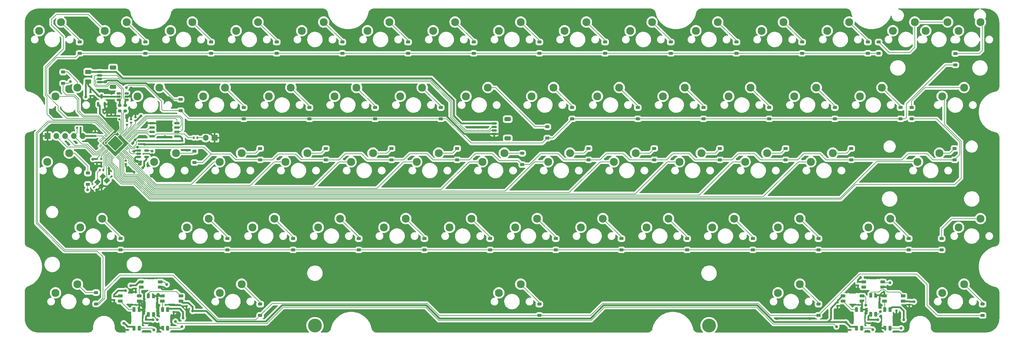
<source format=gbl>
%TF.GenerationSoftware,KiCad,Pcbnew,(7.0.0-0)*%
%TF.CreationDate,2023-06-06T22:29:39-07:00*%
%TF.ProjectId,popstar_v4.1_no_flex,706f7073-7461-4725-9f76-342e315f6e6f,rev?*%
%TF.SameCoordinates,Original*%
%TF.FileFunction,Copper,L2,Bot*%
%TF.FilePolarity,Positive*%
%FSLAX46Y46*%
G04 Gerber Fmt 4.6, Leading zero omitted, Abs format (unit mm)*
G04 Created by KiCad (PCBNEW (7.0.0-0)) date 2023-06-06 22:29:39*
%MOMM*%
%LPD*%
G01*
G04 APERTURE LIST*
G04 Aperture macros list*
%AMRoundRect*
0 Rectangle with rounded corners*
0 $1 Rounding radius*
0 $2 $3 $4 $5 $6 $7 $8 $9 X,Y pos of 4 corners*
0 Add a 4 corners polygon primitive as box body*
4,1,4,$2,$3,$4,$5,$6,$7,$8,$9,$2,$3,0*
0 Add four circle primitives for the rounded corners*
1,1,$1+$1,$2,$3*
1,1,$1+$1,$4,$5*
1,1,$1+$1,$6,$7*
1,1,$1+$1,$8,$9*
0 Add four rect primitives between the rounded corners*
20,1,$1+$1,$2,$3,$4,$5,0*
20,1,$1+$1,$4,$5,$6,$7,0*
20,1,$1+$1,$6,$7,$8,$9,0*
20,1,$1+$1,$8,$9,$2,$3,0*%
%AMRotRect*
0 Rectangle, with rotation*
0 The origin of the aperture is its center*
0 $1 length*
0 $2 width*
0 $3 Rotation angle, in degrees counterclockwise*
0 Add horizontal line*
21,1,$1,$2,0,0,$3*%
%AMFreePoly0*
4,1,18,-0.410000,0.593000,-0.403758,0.624380,-0.385983,0.650983,-0.359380,0.668758,-0.328000,0.675000,0.328000,0.675000,0.359380,0.668758,0.385983,0.650983,0.403758,0.624380,0.410000,0.593000,0.410000,-0.593000,0.403758,-0.624380,0.385983,-0.650983,0.359380,-0.668758,0.328000,-0.675000,0.000000,-0.675000,-0.410000,-0.265000,-0.410000,0.593000,-0.410000,0.593000,$1*%
G04 Aperture macros list end*
%TA.AperFunction,ComponentPad*%
%ADD10C,2.300000*%
%TD*%
%TA.AperFunction,ComponentPad*%
%ADD11C,4.000000*%
%TD*%
%TA.AperFunction,SMDPad,CuDef*%
%ADD12RoundRect,0.140000X0.170000X-0.140000X0.170000X0.140000X-0.170000X0.140000X-0.170000X-0.140000X0*%
%TD*%
%TA.AperFunction,SMDPad,CuDef*%
%ADD13RoundRect,0.140000X0.219203X0.021213X0.021213X0.219203X-0.219203X-0.021213X-0.021213X-0.219203X0*%
%TD*%
%TA.AperFunction,ComponentPad*%
%ADD14R,1.700000X1.700000*%
%TD*%
%TA.AperFunction,ComponentPad*%
%ADD15O,1.700000X1.700000*%
%TD*%
%TA.AperFunction,SMDPad,CuDef*%
%ADD16RoundRect,0.225000X0.375000X-0.225000X0.375000X0.225000X-0.375000X0.225000X-0.375000X-0.225000X0*%
%TD*%
%TA.AperFunction,SMDPad,CuDef*%
%ADD17RoundRect,0.150000X-0.650000X-0.150000X0.650000X-0.150000X0.650000X0.150000X-0.650000X0.150000X0*%
%TD*%
%TA.AperFunction,SMDPad,CuDef*%
%ADD18RoundRect,0.200000X-0.275000X0.200000X-0.275000X-0.200000X0.275000X-0.200000X0.275000X0.200000X0*%
%TD*%
%TA.AperFunction,SMDPad,CuDef*%
%ADD19RoundRect,0.150000X-0.625000X0.150000X-0.625000X-0.150000X0.625000X-0.150000X0.625000X0.150000X0*%
%TD*%
%TA.AperFunction,SMDPad,CuDef*%
%ADD20RoundRect,0.250000X-0.650000X0.350000X-0.650000X-0.350000X0.650000X-0.350000X0.650000X0.350000X0*%
%TD*%
%TA.AperFunction,SMDPad,CuDef*%
%ADD21RoundRect,0.140000X-0.170000X0.140000X-0.170000X-0.140000X0.170000X-0.140000X0.170000X0.140000X0*%
%TD*%
%TA.AperFunction,SMDPad,CuDef*%
%ADD22RoundRect,0.050000X0.309359X-0.238649X-0.238649X0.309359X-0.309359X0.238649X0.238649X-0.309359X0*%
%TD*%
%TA.AperFunction,SMDPad,CuDef*%
%ADD23RoundRect,0.050000X0.309359X0.238649X0.238649X0.309359X-0.309359X-0.238649X-0.238649X-0.309359X0*%
%TD*%
%TA.AperFunction,ComponentPad*%
%ADD24C,0.600000*%
%TD*%
%TA.AperFunction,SMDPad,CuDef*%
%ADD25RoundRect,0.144000X2.059095X0.000000X0.000000X2.059095X-2.059095X0.000000X0.000000X-2.059095X0*%
%TD*%
%TA.AperFunction,SMDPad,CuDef*%
%ADD26RoundRect,0.150000X0.150000X-0.512500X0.150000X0.512500X-0.150000X0.512500X-0.150000X-0.512500X0*%
%TD*%
%TA.AperFunction,SMDPad,CuDef*%
%ADD27RoundRect,0.082000X0.593000X-0.328000X0.593000X0.328000X-0.593000X0.328000X-0.593000X-0.328000X0*%
%TD*%
%TA.AperFunction,SMDPad,CuDef*%
%ADD28FreePoly0,90.000000*%
%TD*%
%TA.AperFunction,SMDPad,CuDef*%
%ADD29RoundRect,0.250000X-0.625000X0.375000X-0.625000X-0.375000X0.625000X-0.375000X0.625000X0.375000X0*%
%TD*%
%TA.AperFunction,SMDPad,CuDef*%
%ADD30RoundRect,0.135000X-0.135000X-0.185000X0.135000X-0.185000X0.135000X0.185000X-0.135000X0.185000X0*%
%TD*%
%TA.AperFunction,SMDPad,CuDef*%
%ADD31RoundRect,0.082000X-0.328000X-0.593000X0.328000X-0.593000X0.328000X0.593000X-0.328000X0.593000X0*%
%TD*%
%TA.AperFunction,SMDPad,CuDef*%
%ADD32FreePoly0,0.000000*%
%TD*%
%TA.AperFunction,SMDPad,CuDef*%
%ADD33RoundRect,0.082000X-0.593000X0.328000X-0.593000X-0.328000X0.593000X-0.328000X0.593000X0.328000X0*%
%TD*%
%TA.AperFunction,SMDPad,CuDef*%
%ADD34FreePoly0,270.000000*%
%TD*%
%TA.AperFunction,SMDPad,CuDef*%
%ADD35RoundRect,0.140000X-0.140000X-0.170000X0.140000X-0.170000X0.140000X0.170000X-0.140000X0.170000X0*%
%TD*%
%TA.AperFunction,SMDPad,CuDef*%
%ADD36RoundRect,0.082000X0.328000X0.593000X-0.328000X0.593000X-0.328000X-0.593000X0.328000X-0.593000X0*%
%TD*%
%TA.AperFunction,SMDPad,CuDef*%
%ADD37FreePoly0,180.000000*%
%TD*%
%TA.AperFunction,SMDPad,CuDef*%
%ADD38RotRect,1.400000X1.200000X45.000000*%
%TD*%
%TA.AperFunction,SMDPad,CuDef*%
%ADD39RoundRect,0.140000X0.140000X0.170000X-0.140000X0.170000X-0.140000X-0.170000X0.140000X-0.170000X0*%
%TD*%
%TA.AperFunction,SMDPad,CuDef*%
%ADD40RoundRect,0.140000X-0.219203X-0.021213X-0.021213X-0.219203X0.219203X0.021213X0.021213X0.219203X0*%
%TD*%
%TA.AperFunction,SMDPad,CuDef*%
%ADD41RoundRect,0.135000X0.135000X0.185000X-0.135000X0.185000X-0.135000X-0.185000X0.135000X-0.185000X0*%
%TD*%
%TA.AperFunction,SMDPad,CuDef*%
%ADD42RoundRect,0.150000X0.475000X0.150000X-0.475000X0.150000X-0.475000X-0.150000X0.475000X-0.150000X0*%
%TD*%
%TA.AperFunction,SMDPad,CuDef*%
%ADD43RoundRect,0.150000X-0.512500X-0.150000X0.512500X-0.150000X0.512500X0.150000X-0.512500X0.150000X0*%
%TD*%
%TA.AperFunction,ViaPad*%
%ADD44C,0.800000*%
%TD*%
%TA.AperFunction,ViaPad*%
%ADD45C,0.600000*%
%TD*%
%TA.AperFunction,Conductor*%
%ADD46C,0.200000*%
%TD*%
%TA.AperFunction,Conductor*%
%ADD47C,0.500000*%
%TD*%
G04 APERTURE END LIST*
D10*
%TO.P,SW15,1,1*%
%TO.N,COL13*%
X294640000Y-38735000D03*
%TO.P,SW15,2,2*%
%TO.N,Net-(D26-A)*%
X300990000Y-36195000D03*
%TD*%
%TO.P,SW22,1,1*%
%TO.N,COL05*%
X142240000Y-57785000D03*
%TO.P,SW22,2,2*%
%TO.N,Net-(D32-A)*%
X148590000Y-55245000D03*
%TD*%
%TO.P,SW55,1,1*%
%TO.N,COL12*%
X304165000Y-95885000D03*
%TO.P,SW55,2,2*%
%TO.N,Net-(D65-A)*%
X310515000Y-93345000D03*
%TD*%
%TO.P,SW29,1,1*%
%TO.N,COL12*%
X275590000Y-57785000D03*
%TO.P,SW29,2,2*%
%TO.N,Net-(D39-A)*%
X281940000Y-55245000D03*
%TD*%
%TO.P,SW33,1,1*%
%TO.N,COL03*%
X108902500Y-76835000D03*
%TO.P,SW33,2,2*%
%TO.N,Net-(D43-A)*%
X115252500Y-74295000D03*
%TD*%
%TO.P,SW25,1,1*%
%TO.N,COL08*%
X199390000Y-57785000D03*
%TO.P,SW25,2,2*%
%TO.N,Net-(D35-A)*%
X205740000Y-55245000D03*
%TD*%
%TO.P,SW53,1,1*%
%TO.N,COL10*%
X251777500Y-95885000D03*
%TO.P,SW53,2,2*%
%TO.N,Net-(D63-A)*%
X258127500Y-93345000D03*
%TD*%
%TO.P,SW17,1,1*%
%TO.N,COL00*%
X42227500Y-57785000D03*
%TO.P,SW17,2,2*%
%TO.N,Net-(D27-A)*%
X48577500Y-55245000D03*
%TD*%
%TO.P,SW41,1,1*%
%TO.N,COL11*%
X261302500Y-76835000D03*
%TO.P,SW41,2,2*%
%TO.N,Net-(D51-A)*%
X267652500Y-74295000D03*
%TD*%
%TO.P,SW36,1,1*%
%TO.N,COL06*%
X166052500Y-76835000D03*
%TO.P,SW36,2,2*%
%TO.N,Net-(D46-A)*%
X172402500Y-74295000D03*
%TD*%
%TO.P,SW47,1,1*%
%TO.N,COL04*%
X137477500Y-95885000D03*
%TO.P,SW47,2,2*%
%TO.N,Net-(D57-A)*%
X143827500Y-93345000D03*
%TD*%
%TO.P,SW11,1,1*%
%TO.N,COL09*%
X208915000Y-38735000D03*
%TO.P,SW11,2,2*%
%TO.N,Net-(D22-A)*%
X215265000Y-36195000D03*
%TD*%
%TO.P,SW45,1,1*%
%TO.N,COL02*%
X99377500Y-95885000D03*
%TO.P,SW45,2,2*%
%TO.N,Net-(D55-A)*%
X105727500Y-93345000D03*
%TD*%
%TO.P,SW57,1,1*%
%TO.N,COL02*%
X89852500Y-114935000D03*
%TO.P,SW57,2,2*%
%TO.N,Net-(D67-A)*%
X96202500Y-112395000D03*
%TD*%
%TO.P,SW56,1,1*%
%TO.N,COL00*%
X42227500Y-114935000D03*
%TO.P,SW56,2,2*%
%TO.N,Net-(D66-A)*%
X48577500Y-112395000D03*
%TD*%
%TO.P,SW24,1,1*%
%TO.N,COL07*%
X180340000Y-57785000D03*
%TO.P,SW24,2,2*%
%TO.N,Net-(D34-A)*%
X186690000Y-55245000D03*
%TD*%
%TO.P,SW59,1,1*%
%TO.N,COL10*%
X251777500Y-114935000D03*
%TO.P,SW59,2,2*%
%TO.N,Net-(D69-A)*%
X258127500Y-112395000D03*
%TD*%
%TO.P,SW7,1,1*%
%TO.N,COL05*%
X132715000Y-38735000D03*
%TO.P,SW7,2,2*%
%TO.N,Net-(D18-A)*%
X139065000Y-36195000D03*
%TD*%
%TO.P,SW20,1,1*%
%TO.N,COL03*%
X104140000Y-57785000D03*
%TO.P,SW20,2,2*%
%TO.N,Net-(D30-A)*%
X110490000Y-55245000D03*
%TD*%
%TO.P,SW2,1,1*%
%TO.N,COL00*%
X37465000Y-38735000D03*
%TO.P,SW2,2,2*%
%TO.N,Net-(D13-A)*%
X43815000Y-36195000D03*
%TD*%
%TO.P,SW31,1,1*%
%TO.N,COL01*%
X70802500Y-76835000D03*
%TO.P,SW31,2,2*%
%TO.N,Net-(D41-A)*%
X77152500Y-74295000D03*
%TD*%
%TO.P,SW27,1,1*%
%TO.N,COL10*%
X237490000Y-57785000D03*
%TO.P,SW27,2,2*%
%TO.N,Net-(D37-A)*%
X243840000Y-55245000D03*
%TD*%
%TO.P,SW32,1,1*%
%TO.N,COL02*%
X89852500Y-76835000D03*
%TO.P,SW32,2,2*%
%TO.N,Net-(D42-A)*%
X96202500Y-74295000D03*
%TD*%
%TO.P,SW34,1,1*%
%TO.N,COL04*%
X127952500Y-76835000D03*
%TO.P,SW34,2,2*%
%TO.N,Net-(D44-A)*%
X134302500Y-74295000D03*
%TD*%
%TO.P,SW37,1,1*%
%TO.N,COL07*%
X185102500Y-76835000D03*
%TO.P,SW37,2,2*%
%TO.N,Net-(D47-A)*%
X191452500Y-74295000D03*
%TD*%
%TO.P,SW10,1,1*%
%TO.N,COL08*%
X189865000Y-38735000D03*
%TO.P,SW10,2,2*%
%TO.N,Net-(D21-A)*%
X196215000Y-36195000D03*
%TD*%
%TO.P,SW21,1,1*%
%TO.N,COL04*%
X123190000Y-57785000D03*
%TO.P,SW21,2,2*%
%TO.N,Net-(D31-A)*%
X129540000Y-55245000D03*
%TD*%
%TO.P,SW3,1,1*%
%TO.N,COL01*%
X56515000Y-38735000D03*
%TO.P,SW3,2,2*%
%TO.N,Net-(D14-A)*%
X62865000Y-36195000D03*
%TD*%
%TO.P,SW38,1,1*%
%TO.N,COL08*%
X204152500Y-76835000D03*
%TO.P,SW38,2,2*%
%TO.N,Net-(D48-A)*%
X210502500Y-74295000D03*
%TD*%
%TO.P,SW50,1,1*%
%TO.N,COL07*%
X194627500Y-95885000D03*
%TO.P,SW50,2,2*%
%TO.N,Net-(D60-A)*%
X200977500Y-93345000D03*
%TD*%
%TO.P,SW52,1,1*%
%TO.N,COL09*%
X232727500Y-95885000D03*
%TO.P,SW52,2,2*%
%TO.N,Net-(D62-A)*%
X239077500Y-93345000D03*
%TD*%
%TO.P,SW13,1,1*%
%TO.N,COL11*%
X247015000Y-38735000D03*
%TO.P,SW13,2,2*%
%TO.N,Net-(D24-A)*%
X253365000Y-36195000D03*
%TD*%
%TO.P,SW35,1,1*%
%TO.N,COL05*%
X147002500Y-76835000D03*
%TO.P,SW35,2,2*%
%TO.N,Net-(D45-A)*%
X153352500Y-74295000D03*
%TD*%
%TO.P,SW39,1,1*%
%TO.N,COL09*%
X223202500Y-76835000D03*
%TO.P,SW39,2,2*%
%TO.N,Net-(D49-A)*%
X229552500Y-74295000D03*
%TD*%
%TO.P,SW23,1,1*%
%TO.N,COL06*%
X161290000Y-57785000D03*
%TO.P,SW23,2,2*%
%TO.N,Net-(D33-A)*%
X167640000Y-55245000D03*
%TD*%
%TO.P,SW51,1,1*%
%TO.N,COL08*%
X213677500Y-95885000D03*
%TO.P,SW51,2,2*%
%TO.N,Net-(D61-A)*%
X220027500Y-93345000D03*
%TD*%
%TO.P,SW43,1,1*%
%TO.N,COL00*%
X49371250Y-95885000D03*
%TO.P,SW43,2,2*%
%TO.N,Net-(D53-A)*%
X55721250Y-93345000D03*
%TD*%
%TO.P,SW61,1,1*%
%TO.N,COL13*%
X304165000Y-38735000D03*
%TO.P,SW61,2,2*%
%TO.N,Net-(D71-A)*%
X310515000Y-36195000D03*
%TD*%
%TO.P,SW44,1,1*%
%TO.N,COL01*%
X80327500Y-95885000D03*
%TO.P,SW44,2,2*%
%TO.N,Net-(D54-A)*%
X86677500Y-93345000D03*
%TD*%
%TO.P,SW58,1,1*%
%TO.N,COL06*%
X170815000Y-114935000D03*
%TO.P,SW58,2,2*%
%TO.N,Net-(D68-A)*%
X177165000Y-112395000D03*
%TD*%
D11*
%TO.P,S3,*%
%TO.N,*%
X231775000Y-124460000D03*
X117475000Y-124460000D03*
%TD*%
D10*
%TO.P,SW18,1,1*%
%TO.N,COL01*%
X66040000Y-57785000D03*
%TO.P,SW18,2,2*%
%TO.N,Net-(D28-A)*%
X72390000Y-55245000D03*
%TD*%
%TO.P,SW5,1,1*%
%TO.N,COL03*%
X94615000Y-38735000D03*
%TO.P,SW5,2,2*%
%TO.N,Net-(D16-A)*%
X100965000Y-36195000D03*
%TD*%
%TO.P,SW6,1,1*%
%TO.N,COL04*%
X113665000Y-38735000D03*
%TO.P,SW6,2,2*%
%TO.N,Net-(D17-A)*%
X120015000Y-36195000D03*
%TD*%
%TO.P,SW28,1,1*%
%TO.N,COL11*%
X256540000Y-57785000D03*
%TO.P,SW28,2,2*%
%TO.N,Net-(D38-A)*%
X262890000Y-55245000D03*
%TD*%
%TO.P,SW48,1,1*%
%TO.N,COL05*%
X156527500Y-95885000D03*
%TO.P,SW48,2,2*%
%TO.N,Net-(D58-A)*%
X162877500Y-93345000D03*
%TD*%
%TO.P,SW60,1,1*%
%TO.N,COL13*%
X299402500Y-114935000D03*
%TO.P,SW60,2,2*%
%TO.N,Net-(D70-A)*%
X305752500Y-112395000D03*
%TD*%
%TO.P,SW49,1,1*%
%TO.N,COL06*%
X175577500Y-95885000D03*
%TO.P,SW49,2,2*%
%TO.N,Net-(D59-A)*%
X181927500Y-93345000D03*
%TD*%
%TO.P,SW30,1,1*%
%TO.N,COL00*%
X39846250Y-76835000D03*
%TO.P,SW30,2,2*%
%TO.N,Net-(D40-A)*%
X46196250Y-74295000D03*
%TD*%
%TO.P,SW26,1,1*%
%TO.N,COL09*%
X218440000Y-57785000D03*
%TO.P,SW26,2,2*%
%TO.N,Net-(D36-A)*%
X224790000Y-55245000D03*
%TD*%
%TO.P,SW62,1,1*%
%TO.N,COL13*%
X299402500Y-57785000D03*
%TO.P,SW62,2,2*%
%TO.N,Net-(D72-A)*%
X305752500Y-55245000D03*
%TD*%
%TO.P,SW16,1,1*%
%TO.N,COL13*%
X285115000Y-38735000D03*
%TO.P,SW16,2,2*%
%TO.N,Net-(D26-A)*%
X291465000Y-36195000D03*
%TD*%
%TO.P,SW14,1,1*%
%TO.N,COL12*%
X266065000Y-38735000D03*
%TO.P,SW14,2,2*%
%TO.N,Net-(D25-A)*%
X272415000Y-36195000D03*
%TD*%
%TO.P,SW46,1,1*%
%TO.N,COL03*%
X118427500Y-95885000D03*
%TO.P,SW46,2,2*%
%TO.N,Net-(D56-A)*%
X124777500Y-93345000D03*
%TD*%
%TO.P,SW40,1,1*%
%TO.N,COL10*%
X242252500Y-76835000D03*
%TO.P,SW40,2,2*%
%TO.N,Net-(D50-A)*%
X248602500Y-74295000D03*
%TD*%
%TO.P,SW12,1,1*%
%TO.N,COL10*%
X227965000Y-38735000D03*
%TO.P,SW12,2,2*%
%TO.N,Net-(D23-A)*%
X234315000Y-36195000D03*
%TD*%
%TO.P,SW9,1,1*%
%TO.N,COL07*%
X170815000Y-38735000D03*
%TO.P,SW9,2,2*%
%TO.N,Net-(D20-A)*%
X177165000Y-36195000D03*
%TD*%
%TO.P,SW19,1,1*%
%TO.N,COL02*%
X85090000Y-57785000D03*
%TO.P,SW19,2,2*%
%TO.N,Net-(D29-A)*%
X91440000Y-55245000D03*
%TD*%
%TO.P,SW42,1,1*%
%TO.N,COL12*%
X292258750Y-76835000D03*
%TO.P,SW42,2,2*%
%TO.N,Net-(D52-A)*%
X298608750Y-74295000D03*
%TD*%
%TO.P,SW4,1,1*%
%TO.N,COL02*%
X75565000Y-38735000D03*
%TO.P,SW4,2,2*%
%TO.N,Net-(D15-A)*%
X81915000Y-36195000D03*
%TD*%
%TO.P,SW8,1,1*%
%TO.N,COL06*%
X151765000Y-38735000D03*
%TO.P,SW8,2,2*%
%TO.N,Net-(D19-A)*%
X158115000Y-36195000D03*
%TD*%
%TO.P,SW54,1,1*%
%TO.N,COL11*%
X277971250Y-95885000D03*
%TO.P,SW54,2,2*%
%TO.N,Net-(D64-A)*%
X284321250Y-93345000D03*
%TD*%
D12*
%TO.P,C4,1*%
%TO.N,+3V3*%
X57200000Y-64480000D03*
%TO.P,C4,2*%
%TO.N,GND*%
X57200000Y-63520000D03*
%TD*%
D13*
%TO.P,C14,1*%
%TO.N,GND*%
X54057411Y-84871411D03*
%TO.P,C14,2*%
%TO.N,/XTAL_O*%
X53378589Y-84192589D03*
%TD*%
D14*
%TO.P,J2,1,Pin_1*%
%TO.N,GND*%
X39919999Y-69341999D03*
D15*
%TO.P,J2,2,Pin_2*%
%TO.N,SWCLK*%
X42459999Y-69341999D03*
%TO.P,J2,3,Pin_3*%
%TO.N,SWD*%
X44999999Y-69341999D03*
%TO.P,J2,4,Pin_4*%
%TO.N,~{RESET}*%
X47539999Y-69341999D03*
%TO.P,J2,5,Pin_5*%
%TO.N,+3V3*%
X50079999Y-69341999D03*
%TD*%
D16*
%TO.P,D60,1,K*%
%TO.N,ROW3*%
X206375000Y-102456250D03*
%TO.P,D60,2,A*%
%TO.N,Net-(D60-A)*%
X206375000Y-99156250D03*
%TD*%
%TO.P,D53,1,K*%
%TO.N,ROW3*%
X61118750Y-102456250D03*
%TO.P,D53,2,A*%
%TO.N,Net-(D53-A)*%
X61118750Y-99156250D03*
%TD*%
D17*
%TO.P,U4,1,~{CS}*%
%TO.N,CS*%
X70218750Y-69373750D03*
%TO.P,U4,2,DO(IO1)*%
%TO.N,SD1*%
X70218750Y-68103750D03*
%TO.P,U4,3,IO2*%
%TO.N,SD2*%
X70218750Y-66833750D03*
%TO.P,U4,4,GND*%
%TO.N,GND*%
X70218750Y-65563750D03*
%TO.P,U4,5,DI(IO0)*%
%TO.N,SD0*%
X77418750Y-65563750D03*
%TO.P,U4,6,CLK*%
%TO.N,QSPI_CLK*%
X77418750Y-66833750D03*
%TO.P,U4,7,IO3*%
%TO.N,SD3*%
X77418750Y-68103750D03*
%TO.P,U4,8,VCC*%
%TO.N,+3V3*%
X77418750Y-69373750D03*
%TD*%
D16*
%TO.P,D28,1,K*%
%TO.N,ROW1*%
X78500000Y-61975000D03*
%TO.P,D28,2,A*%
%TO.N,Net-(D28-A)*%
X78500000Y-58675000D03*
%TD*%
%TO.P,D34,1,K*%
%TO.N,ROW1*%
X192087500Y-64356250D03*
%TO.P,D34,2,A*%
%TO.N,Net-(D34-A)*%
X192087500Y-61056250D03*
%TD*%
%TO.P,D19,1,K*%
%TO.N,ROW0*%
X163512500Y-45306250D03*
%TO.P,D19,2,A*%
%TO.N,Net-(D19-A)*%
X163512500Y-42006250D03*
%TD*%
%TO.P,D26,1,K*%
%TO.N,ROW0*%
X280987500Y-45306250D03*
%TO.P,D26,2,A*%
%TO.N,Net-(D26-A)*%
X280987500Y-42006250D03*
%TD*%
%TO.P,D18,1,K*%
%TO.N,ROW0*%
X144462500Y-45306250D03*
%TO.P,D18,2,A*%
%TO.N,Net-(D18-A)*%
X144462500Y-42006250D03*
%TD*%
D18*
%TO.P,R2,1*%
%TO.N,D_P*%
X62484000Y-60425000D03*
%TO.P,R2,2*%
%TO.N,/D_+*%
X62484000Y-62075000D03*
%TD*%
D19*
%TO.P,J2,1,Pin_1*%
%TO.N,VBUS*%
X169500000Y-65700000D03*
%TO.P,J2,2,Pin_2*%
%TO.N,D_N*%
X169500000Y-66700000D03*
%TO.P,J2,3,Pin_3*%
%TO.N,D_P*%
X169500000Y-67700000D03*
%TO.P,J2,4,Pin_4*%
%TO.N,GND*%
X169500000Y-68700000D03*
D20*
%TO.P,J2,MP*%
%TO.N,N/C*%
X173375000Y-64400000D03*
X173375000Y-70000000D03*
%TD*%
D16*
%TO.P,D22,1,K*%
%TO.N,ROW0*%
X220662500Y-45306250D03*
%TO.P,D22,2,A*%
%TO.N,Net-(D22-A)*%
X220662500Y-42006250D03*
%TD*%
D21*
%TO.P,C23,1*%
%TO.N,+5V*%
X80250000Y-117820000D03*
%TO.P,C23,2*%
%TO.N,GND*%
X80250000Y-118780000D03*
%TD*%
D16*
%TO.P,D72,1,K*%
%TO.N,ROW2*%
X290512500Y-64356250D03*
%TO.P,D72,2,A*%
%TO.N,Net-(D72-A)*%
X290512500Y-61056250D03*
%TD*%
%TO.P,D51,1,K*%
%TO.N,ROW2*%
X273050000Y-76262500D03*
%TO.P,D51,2,A*%
%TO.N,Net-(D51-A)*%
X273050000Y-72962500D03*
%TD*%
%TO.P,D31,1,K*%
%TO.N,ROW1*%
X134937500Y-64356250D03*
%TO.P,D31,2,A*%
%TO.N,Net-(D31-A)*%
X134937500Y-61056250D03*
%TD*%
%TO.P,D27,1,K*%
%TO.N,ROW1*%
X44450000Y-54037500D03*
%TO.P,D27,2,A*%
%TO.N,Net-(D27-A)*%
X44450000Y-50737500D03*
%TD*%
%TO.P,D54,1,K*%
%TO.N,ROW3*%
X92075000Y-102456250D03*
%TO.P,D54,2,A*%
%TO.N,Net-(D54-A)*%
X92075000Y-99156250D03*
%TD*%
D21*
%TO.P,C5,1*%
%TO.N,+3V3*%
X66421000Y-70767000D03*
%TO.P,C5,2*%
%TO.N,GND*%
X66421000Y-71727000D03*
%TD*%
D16*
%TO.P,D67,1,K*%
%TO.N,ROW4*%
X101600000Y-121506250D03*
%TO.P,D67,2,A*%
%TO.N,Net-(D67-A)*%
X101600000Y-118206250D03*
%TD*%
%TO.P,D40,1,K*%
%TO.N,ROW2*%
X51593750Y-83406250D03*
%TO.P,D40,2,A*%
%TO.N,Net-(D40-A)*%
X51593750Y-80106250D03*
%TD*%
%TO.P,D46,1,K*%
%TO.N,ROW2*%
X177600000Y-77650000D03*
%TO.P,D46,2,A*%
%TO.N,Net-(D46-A)*%
X177600000Y-74350000D03*
%TD*%
%TO.P,D42,1,K*%
%TO.N,ROW2*%
X101600000Y-76262500D03*
%TO.P,D42,2,A*%
%TO.N,Net-(D42-A)*%
X101600000Y-72962500D03*
%TD*%
%TO.P,D17,1,K*%
%TO.N,ROW0*%
X125412500Y-45306250D03*
%TO.P,D17,2,A*%
%TO.N,Net-(D17-A)*%
X125412500Y-42006250D03*
%TD*%
%TO.P,D41,1,K*%
%TO.N,ROW2*%
X82550000Y-77056250D03*
%TO.P,D41,2,A*%
%TO.N,Net-(D41-A)*%
X82550000Y-73756250D03*
%TD*%
%TO.P,D69,1,K*%
%TO.N,ROW4*%
X263525000Y-121506250D03*
%TO.P,D69,2,A*%
%TO.N,Net-(D69-A)*%
X263525000Y-118206250D03*
%TD*%
D22*
%TO.P,U6,1,IOVDD*%
%TO.N,+3V3*%
X63800407Y-72029702D03*
%TO.P,U6,2,GPIO0*%
%TO.N,ROW2*%
X63517564Y-72312545D03*
%TO.P,U6,3,GPIO1*%
%TO.N,ARGB_3V3*%
X63234722Y-72595387D03*
%TO.P,U6,4,GPIO2*%
%TO.N,unconnected-(U6-GPIO2-Pad4)*%
X62951879Y-72878230D03*
%TO.P,U6,5,GPIO3*%
%TO.N,unconnected-(U6-GPIO3-Pad5)*%
X62669036Y-73161073D03*
%TO.P,U6,6,GPIO4*%
%TO.N,COL02*%
X62386194Y-73443915D03*
%TO.P,U6,7,GPIO5*%
%TO.N,COL03*%
X62103351Y-73726758D03*
%TO.P,U6,8,GPIO6*%
%TO.N,COL04*%
X61820508Y-74009601D03*
%TO.P,U6,9,GPIO7*%
%TO.N,COL05*%
X61537665Y-74292444D03*
%TO.P,U6,10,IOVDD*%
%TO.N,+3V3*%
X61254823Y-74575286D03*
%TO.P,U6,11,GPIO8*%
%TO.N,COL06*%
X60971980Y-74858129D03*
%TO.P,U6,12,GPIO9*%
%TO.N,COL07*%
X60689137Y-75140972D03*
%TO.P,U6,13,GPIO10*%
%TO.N,COL08*%
X60406295Y-75423814D03*
%TO.P,U6,14,GPIO11*%
%TO.N,COL09*%
X60123452Y-75706657D03*
D23*
%TO.P,U6,15,GPIO12*%
%TO.N,COL10*%
X58939048Y-75706657D03*
%TO.P,U6,16,GPIO13*%
%TO.N,COL11*%
X58656205Y-75423814D03*
%TO.P,U6,17,GPIO14*%
%TO.N,COL12*%
X58373363Y-75140972D03*
%TO.P,U6,18,GPIO15*%
%TO.N,COL13*%
X58090520Y-74858129D03*
%TO.P,U6,19,TESTEN*%
%TO.N,GND*%
X57807677Y-74575286D03*
%TO.P,U6,20,XTAL_IN*%
%TO.N,XTAL_IN*%
X57524835Y-74292444D03*
%TO.P,U6,21,XTAL_OUT*%
%TO.N,XTAL_OUT*%
X57241992Y-74009601D03*
%TO.P,U6,22,IOVDD*%
%TO.N,+3V3*%
X56959149Y-73726758D03*
%TO.P,U6,23,DVDD*%
%TO.N,+1V1*%
X56676306Y-73443915D03*
%TO.P,U6,24,SWCLK*%
%TO.N,SWCLK*%
X56393464Y-73161073D03*
%TO.P,U6,25,SWDIO*%
%TO.N,SWD*%
X56110621Y-72878230D03*
%TO.P,U6,26,~{RUN}*%
%TO.N,~{RESET}*%
X55827778Y-72595387D03*
%TO.P,U6,27,GPIO16*%
%TO.N,unconnected-(U6-GPIO16-Pad27)*%
X55544936Y-72312545D03*
%TO.P,U6,28,GPIO17*%
%TO.N,unconnected-(U6-GPIO17-Pad28)*%
X55262093Y-72029702D03*
D22*
%TO.P,U6,29,GPIO18*%
%TO.N,unconnected-(U6-GPIO18-Pad29)*%
X55262093Y-70845298D03*
%TO.P,U6,30,GPIO19*%
%TO.N,unconnected-(U6-GPIO19-Pad30)*%
X55544936Y-70562455D03*
%TO.P,U6,31,GPIO20*%
%TO.N,unconnected-(U6-GPIO20-Pad31)*%
X55827778Y-70279613D03*
%TO.P,U6,32,GPIO21*%
%TO.N,unconnected-(U6-GPIO21-Pad32)*%
X56110621Y-69996770D03*
%TO.P,U6,33,IOVDD*%
%TO.N,+3V3*%
X56393464Y-69713927D03*
%TO.P,U6,34,GPIO22*%
%TO.N,unconnected-(U6-GPIO22-Pad34)*%
X56676306Y-69431085D03*
%TO.P,U6,35,GPIO23*%
%TO.N,unconnected-(U6-GPIO23-Pad35)*%
X56959149Y-69148242D03*
%TO.P,U6,36,GPIO24*%
%TO.N,ROW3*%
X57241992Y-68865399D03*
%TO.P,U6,37,GPIO25*%
%TO.N,ROW4*%
X57524835Y-68582556D03*
%TO.P,U6,38,GPIO26/ADC0*%
%TO.N,COL01*%
X57807677Y-68299714D03*
%TO.P,U6,39,GPIO27/ADC1*%
%TO.N,ROW0*%
X58090520Y-68016871D03*
%TO.P,U6,40,GPIO28/ADC2*%
%TO.N,COL00*%
X58373363Y-67734028D03*
%TO.P,U6,41,GPIO29/ADC3*%
%TO.N,ROW1*%
X58656205Y-67451186D03*
%TO.P,U6,42,IOVDD*%
%TO.N,+3V3*%
X58939048Y-67168343D03*
D23*
%TO.P,U6,43,ADC_AVDD*%
X60123452Y-67168343D03*
%TO.P,U6,44,VREG_VIN*%
X60406295Y-67451186D03*
%TO.P,U6,45,VREG_VOUT*%
%TO.N,+1V1*%
X60689137Y-67734028D03*
%TO.P,U6,46,D-*%
%TO.N,/D_-*%
X60971980Y-68016871D03*
%TO.P,U6,47,D+*%
%TO.N,/D_+*%
X61254823Y-68299714D03*
%TO.P,U6,48,USB_VDD*%
%TO.N,+3V3*%
X61537665Y-68582556D03*
%TO.P,U6,49,IOVDD*%
X61820508Y-68865399D03*
%TO.P,U6,50,DVDD*%
%TO.N,+1V1*%
X62103351Y-69148242D03*
%TO.P,U6,51,QSPI_SD3*%
%TO.N,SD3*%
X62386194Y-69431085D03*
%TO.P,U6,52,QSPI_SCLK*%
%TO.N,QSPI_CLK*%
X62669036Y-69713927D03*
%TO.P,U6,53,QSPI_SD0*%
%TO.N,SD0*%
X62951879Y-69996770D03*
%TO.P,U6,54,QSPI_SD2*%
%TO.N,SD2*%
X63234722Y-70279613D03*
%TO.P,U6,55,QSPI_SD1*%
%TO.N,SD1*%
X63517564Y-70562455D03*
%TO.P,U6,56,QSPI_SS_N*%
%TO.N,CS*%
X63800407Y-70845298D03*
D24*
%TO.P,U6,57,GND*%
%TO.N,GND*%
X59531250Y-73240622D03*
X60432811Y-72339061D03*
X61334372Y-71437500D03*
X58629689Y-72339061D03*
X59531250Y-71437500D03*
D25*
X59531250Y-71437500D03*
D24*
X60432811Y-70535939D03*
X57728128Y-71437500D03*
X58629689Y-70535939D03*
X59531250Y-69634378D03*
%TD*%
D16*
%TO.P,D37,1,K*%
%TO.N,ROW1*%
X249237500Y-64356250D03*
%TO.P,D37,2,A*%
%TO.N,Net-(D37-A)*%
X249237500Y-61056250D03*
%TD*%
%TO.P,D15,1,K*%
%TO.N,ROW0*%
X87312500Y-45306250D03*
%TO.P,D15,2,A*%
%TO.N,Net-(D15-A)*%
X87312500Y-42006250D03*
%TD*%
D12*
%TO.P,C10,1*%
%TO.N,+3V3*%
X59600000Y-64480000D03*
%TO.P,C10,2*%
%TO.N,GND*%
X59600000Y-63520000D03*
%TD*%
D16*
%TO.P,D35,1,K*%
%TO.N,ROW1*%
X211137500Y-64356250D03*
%TO.P,D35,2,A*%
%TO.N,Net-(D35-A)*%
X211137500Y-61056250D03*
%TD*%
D26*
%TO.P,U2,1,GND*%
%TO.N,GND*%
X56512500Y-60065500D03*
%TO.P,U2,2,VO*%
%TO.N,+3V3*%
X54612500Y-60065500D03*
%TO.P,U2,3,VI*%
%TO.N,+5V*%
X55562500Y-57790500D03*
%TD*%
D16*
%TO.P,D44,1,K*%
%TO.N,ROW2*%
X139700000Y-76262500D03*
%TO.P,D44,2,A*%
%TO.N,Net-(D44-A)*%
X139700000Y-72962500D03*
%TD*%
D21*
%TO.P,C25,1*%
%TO.N,+5V*%
X269000000Y-117770000D03*
%TO.P,C25,2*%
%TO.N,GND*%
X269000000Y-118730000D03*
%TD*%
D12*
%TO.P,C11,1*%
%TO.N,+3V3*%
X62992000Y-66012000D03*
%TO.P,C11,2*%
%TO.N,GND*%
X62992000Y-65052000D03*
%TD*%
D16*
%TO.P,D56,1,K*%
%TO.N,ROW3*%
X130175000Y-102456250D03*
%TO.P,D56,2,A*%
%TO.N,Net-(D56-A)*%
X130175000Y-99156250D03*
%TD*%
D27*
%TO.P,D12,1,VDD*%
%TO.N,+5V*%
X276675000Y-111750000D03*
%TO.P,D12,2,DOUT*%
%TO.N,unconnected-(D12-DOUT-Pad2)*%
X276675000Y-113250000D03*
%TO.P,D12,3,DIN*%
%TO.N,Net-(D11-DOUT)*%
X282125000Y-111750000D03*
D28*
%TO.P,D12,4,VSS*%
%TO.N,GND*%
X282124999Y-113249999D03*
%TD*%
D27*
%TO.P,D1,1,VDD*%
%TO.N,+5V*%
X67125000Y-111750000D03*
%TO.P,D1,2,DOUT*%
%TO.N,Net-(D1-DOUT)*%
X67125000Y-113250000D03*
%TO.P,D1,3,DIN*%
%TO.N,ARGB_5V*%
X72575000Y-111750000D03*
D28*
%TO.P,D1,4,VSS*%
%TO.N,GND*%
X72574999Y-113249999D03*
%TD*%
D16*
%TO.P,D30,1,K*%
%TO.N,ROW1*%
X115887500Y-64356250D03*
%TO.P,D30,2,A*%
%TO.N,Net-(D30-A)*%
X115887500Y-61056250D03*
%TD*%
%TO.P,D49,1,K*%
%TO.N,ROW2*%
X234950000Y-76262500D03*
%TO.P,D49,2,A*%
%TO.N,Net-(D49-A)*%
X234950000Y-72962500D03*
%TD*%
D27*
%TO.P,D2,1,VDD*%
%TO.N,+5V*%
X61025000Y-115850000D03*
%TO.P,D2,2,DOUT*%
%TO.N,Net-(D2-DOUT)*%
X61025000Y-117350000D03*
%TO.P,D2,3,DIN*%
%TO.N,Net-(D1-DOUT)*%
X66475000Y-115850000D03*
D28*
%TO.P,D2,4,VSS*%
%TO.N,GND*%
X66474999Y-117349999D03*
%TD*%
D16*
%TO.P,D43,1,K*%
%TO.N,ROW2*%
X120650000Y-76262500D03*
%TO.P,D43,2,A*%
%TO.N,Net-(D43-A)*%
X120650000Y-72962500D03*
%TD*%
%TO.P,D58,1,K*%
%TO.N,ROW3*%
X168275000Y-102456250D03*
%TO.P,D58,2,A*%
%TO.N,Net-(D58-A)*%
X168275000Y-99156250D03*
%TD*%
D21*
%TO.P,C24,1*%
%TO.N,+5V*%
X68500000Y-122770000D03*
%TO.P,C24,2*%
%TO.N,GND*%
X68500000Y-123730000D03*
%TD*%
D12*
%TO.P,C6,1*%
%TO.N,+3V3*%
X58400000Y-64480000D03*
%TO.P,C6,2*%
%TO.N,GND*%
X58400000Y-63520000D03*
%TD*%
D29*
%TO.P,F1,1*%
%TO.N,VBUS*%
X51689000Y-50670000D03*
%TO.P,F1,2*%
%TO.N,+5V*%
X51689000Y-53470000D03*
%TD*%
D16*
%TO.P,D63,1,K*%
%TO.N,ROW3*%
X263525000Y-102456250D03*
%TO.P,D63,2,A*%
%TO.N,Net-(D63-A)*%
X263525000Y-99156250D03*
%TD*%
%TO.P,D16,1,K*%
%TO.N,ROW0*%
X106362500Y-45306250D03*
%TO.P,D16,2,A*%
%TO.N,Net-(D16-A)*%
X106362500Y-42006250D03*
%TD*%
%TO.P,D29,1,K*%
%TO.N,ROW1*%
X96837500Y-64356250D03*
%TO.P,D29,2,A*%
%TO.N,Net-(D29-A)*%
X96837500Y-61056250D03*
%TD*%
D12*
%TO.P,C2,1*%
%TO.N,+1V1*%
X60770000Y-64480000D03*
%TO.P,C2,2*%
%TO.N,GND*%
X60770000Y-63520000D03*
%TD*%
D21*
%TO.P,C19,1*%
%TO.N,+5V*%
X65500000Y-112770000D03*
%TO.P,C19,2*%
%TO.N,GND*%
X65500000Y-113730000D03*
%TD*%
D30*
%TO.P,R4,1*%
%TO.N,/XTAL_O*%
X55113000Y-79198000D03*
%TO.P,R4,2*%
%TO.N,XTAL_OUT*%
X56133000Y-79198000D03*
%TD*%
D16*
%TO.P,D38,1,K*%
%TO.N,ROW1*%
X268287500Y-64356250D03*
%TO.P,D38,2,A*%
%TO.N,Net-(D38-A)*%
X268287500Y-61056250D03*
%TD*%
D21*
%TO.P,C20,1*%
%TO.N,+5V*%
X59250000Y-116020000D03*
%TO.P,C20,2*%
%TO.N,GND*%
X59250000Y-116980000D03*
%TD*%
D19*
%TO.P,J1,1,Pin_1*%
%TO.N,VBUS*%
X55023000Y-50697000D03*
%TO.P,J1,2,Pin_2*%
%TO.N,D_N*%
X55023000Y-51697000D03*
%TO.P,J1,3,Pin_3*%
%TO.N,D_P*%
X55023000Y-52697000D03*
%TO.P,J1,4,Pin_4*%
%TO.N,GND*%
X55023000Y-53697000D03*
D20*
%TO.P,J1,MP*%
%TO.N,N/C*%
X58898000Y-49397000D03*
X58898000Y-54997000D03*
%TD*%
D16*
%TO.P,D55,1,K*%
%TO.N,ROW3*%
X111125000Y-102456250D03*
%TO.P,D55,2,A*%
%TO.N,Net-(D55-A)*%
X111125000Y-99156250D03*
%TD*%
%TO.P,D68,1,K*%
%TO.N,ROW4*%
X182562500Y-121506250D03*
%TO.P,D68,2,A*%
%TO.N,Net-(D68-A)*%
X182562500Y-118206250D03*
%TD*%
%TO.P,D62,1,K*%
%TO.N,ROW3*%
X244475000Y-102456250D03*
%TO.P,D62,2,A*%
%TO.N,Net-(D62-A)*%
X244475000Y-99156250D03*
%TD*%
D21*
%TO.P,C27,1*%
%TO.N,+5V*%
X286100000Y-119120000D03*
%TO.P,C27,2*%
%TO.N,GND*%
X286100000Y-120080000D03*
%TD*%
%TO.P,C3,1*%
%TO.N,+1V1*%
X54229000Y-76033750D03*
%TO.P,C3,2*%
%TO.N,GND*%
X54229000Y-76993750D03*
%TD*%
D16*
%TO.P,D47,1,K*%
%TO.N,ROW2*%
X196850000Y-76262500D03*
%TO.P,D47,2,A*%
%TO.N,Net-(D47-A)*%
X196850000Y-72962500D03*
%TD*%
%TO.P,D21,1,K*%
%TO.N,ROW0*%
X201612500Y-45306250D03*
%TO.P,D21,2,A*%
%TO.N,Net-(D21-A)*%
X201612500Y-42006250D03*
%TD*%
D21*
%TO.P,C12,1*%
%TO.N,+3V3*%
X62611000Y-76520000D03*
%TO.P,C12,2*%
%TO.N,GND*%
X62611000Y-77480000D03*
%TD*%
D12*
%TO.P,C1,1*%
%TO.N,+1V1*%
X65405000Y-64869000D03*
%TO.P,C1,2*%
%TO.N,GND*%
X65405000Y-63909000D03*
%TD*%
D31*
%TO.P,D4,1,VDD*%
%TO.N,+5V*%
X74750000Y-119775000D03*
%TO.P,D4,2,DOUT*%
%TO.N,Net-(D4-DOUT)*%
X73250000Y-119775000D03*
%TO.P,D4,3,DIN*%
%TO.N,Net-(D3-DOUT)*%
X74750000Y-125225000D03*
D32*
%TO.P,D4,4,VSS*%
%TO.N,GND*%
X73249999Y-125224999D03*
%TD*%
D33*
%TO.P,D5,1,VDD*%
%TO.N,+5V*%
X78625000Y-117350000D03*
%TO.P,D5,2,DOUT*%
%TO.N,Net-(D5-DOUT)*%
X78625000Y-115850000D03*
%TO.P,D5,3,DIN*%
%TO.N,Net-(D4-DOUT)*%
X73175000Y-117350000D03*
D34*
%TO.P,D5,4,VSS*%
%TO.N,GND*%
X73174999Y-115849999D03*
%TD*%
D35*
%TO.P,C16,1*%
%TO.N,+3V3*%
X55082500Y-61690250D03*
%TO.P,C16,2*%
%TO.N,GND*%
X56042500Y-61690250D03*
%TD*%
D36*
%TO.P,D8,1,VDD*%
%TO.N,+5V*%
X274550000Y-125225000D03*
%TO.P,D8,2,DOUT*%
%TO.N,Net-(D8-DOUT)*%
X276050000Y-125225000D03*
%TO.P,D8,3,DIN*%
%TO.N,Net-(D7-DOUT)*%
X274550000Y-119775000D03*
D37*
%TO.P,D8,4,VSS*%
%TO.N,GND*%
X276049999Y-119774999D03*
%TD*%
D16*
%TO.P,D39,1,K*%
%TO.N,ROW1*%
X287337500Y-64356250D03*
%TO.P,D39,2,A*%
%TO.N,Net-(D39-A)*%
X287337500Y-61056250D03*
%TD*%
%TO.P,D45,1,K*%
%TO.N,ROW2*%
X158750000Y-76262500D03*
%TO.P,D45,2,A*%
%TO.N,Net-(D45-A)*%
X158750000Y-72962500D03*
%TD*%
%TO.P,D70,1,K*%
%TO.N,ROW4*%
X311150000Y-121506250D03*
%TO.P,D70,2,A*%
%TO.N,Net-(D70-A)*%
X311150000Y-118206250D03*
%TD*%
D21*
%TO.P,C26,1*%
%TO.N,+5V*%
X272750000Y-124770000D03*
%TO.P,C26,2*%
%TO.N,GND*%
X272750000Y-125730000D03*
%TD*%
D27*
%TO.P,D7,1,VDD*%
%TO.N,+5V*%
X270675000Y-115850000D03*
%TO.P,D7,2,DOUT*%
%TO.N,Net-(D7-DOUT)*%
X270675000Y-117350000D03*
%TO.P,D7,3,DIN*%
%TO.N,Net-(D6-DOUT)*%
X276125000Y-115850000D03*
D28*
%TO.P,D7,4,VSS*%
%TO.N,GND*%
X276124999Y-117349999D03*
%TD*%
D12*
%TO.P,C8,1*%
%TO.N,+3V3*%
X53721000Y-69314000D03*
%TO.P,C8,2*%
%TO.N,GND*%
X53721000Y-68354000D03*
%TD*%
D16*
%TO.P,D61,1,K*%
%TO.N,ROW3*%
X225425000Y-102456250D03*
%TO.P,D61,2,A*%
%TO.N,Net-(D61-A)*%
X225425000Y-99156250D03*
%TD*%
%TO.P,D32,1,K*%
%TO.N,ROW1*%
X153987500Y-64356250D03*
%TO.P,D32,2,A*%
%TO.N,Net-(D32-A)*%
X153987500Y-61056250D03*
%TD*%
D21*
%TO.P,C15,1*%
%TO.N,+5V*%
X52387500Y-56670000D03*
%TO.P,C15,2*%
%TO.N,GND*%
X52387500Y-57630000D03*
%TD*%
D16*
%TO.P,D13,1,K*%
%TO.N,ROW0*%
X49212500Y-45306250D03*
%TO.P,D13,2,A*%
%TO.N,Net-(D13-A)*%
X49212500Y-42006250D03*
%TD*%
%TO.P,D64,1,K*%
%TO.N,ROW3*%
X289718750Y-102456250D03*
%TO.P,D64,2,A*%
%TO.N,Net-(D64-A)*%
X289718750Y-99156250D03*
%TD*%
D38*
%TO.P,Y1,1,1*%
%TO.N,/XTAL_O*%
X54371141Y-82676776D03*
%TO.P,Y1,2,2*%
%TO.N,GND*%
X55926776Y-81121141D03*
%TO.P,Y1,3,3*%
%TO.N,XTAL_IN*%
X57128857Y-82323222D03*
%TO.P,Y1,4,4*%
%TO.N,GND*%
X55573222Y-83878857D03*
%TD*%
D39*
%TO.P,C18,1*%
%TO.N,+5V*%
X67980000Y-76750000D03*
%TO.P,C18,2*%
%TO.N,GND*%
X67020000Y-76750000D03*
%TD*%
D40*
%TO.P,C13,1*%
%TO.N,GND*%
X57823589Y-80382589D03*
%TO.P,C13,2*%
%TO.N,XTAL_IN*%
X58502411Y-81061411D03*
%TD*%
D36*
%TO.P,D11,1,VDD*%
%TO.N,+5V*%
X278650000Y-121125000D03*
%TO.P,D11,2,DOUT*%
%TO.N,Net-(D11-DOUT)*%
X280150000Y-121125000D03*
%TO.P,D11,3,DIN*%
%TO.N,Net-(D10-DOUT)*%
X278650000Y-115675000D03*
D37*
%TO.P,D11,4,VSS*%
%TO.N,GND*%
X280149999Y-115674999D03*
%TD*%
D21*
%TO.P,C21,1*%
%TO.N,+5V*%
X63250000Y-124770000D03*
%TO.P,C21,2*%
%TO.N,GND*%
X63250000Y-125730000D03*
%TD*%
D16*
%TO.P,D57,1,K*%
%TO.N,ROW3*%
X149225000Y-102456250D03*
%TO.P,D57,2,A*%
%TO.N,Net-(D57-A)*%
X149225000Y-99156250D03*
%TD*%
%TO.P,D36,1,K*%
%TO.N,ROW1*%
X230187500Y-64356250D03*
%TO.P,D36,2,A*%
%TO.N,Net-(D36-A)*%
X230187500Y-61056250D03*
%TD*%
D14*
%TO.P,SW1,1,1*%
%TO.N,GND*%
X88336249Y-69874999D03*
D15*
%TO.P,SW1,2,2*%
%TO.N,/~{USB_BOOT}*%
X85796249Y-69874999D03*
%TD*%
D16*
%TO.P,D33,1,K*%
%TO.N,ROW1*%
X184900000Y-69950000D03*
%TO.P,D33,2,A*%
%TO.N,Net-(D33-A)*%
X184900000Y-66650000D03*
%TD*%
%TO.P,D14,1,K*%
%TO.N,ROW0*%
X68262500Y-45306250D03*
%TO.P,D14,2,A*%
%TO.N,Net-(D14-A)*%
X68262500Y-42006250D03*
%TD*%
%TO.P,D50,1,K*%
%TO.N,ROW2*%
X254000000Y-76262500D03*
%TO.P,D50,2,A*%
%TO.N,Net-(D50-A)*%
X254000000Y-72962500D03*
%TD*%
D21*
%TO.P,C22,1*%
%TO.N,+5V*%
X76500000Y-119520000D03*
%TO.P,C22,2*%
%TO.N,GND*%
X76500000Y-120480000D03*
%TD*%
D16*
%TO.P,D59,1,K*%
%TO.N,ROW3*%
X187325000Y-102456250D03*
%TO.P,D59,2,A*%
%TO.N,Net-(D59-A)*%
X187325000Y-99156250D03*
%TD*%
D36*
%TO.P,D3,1,VDD*%
%TO.N,+5V*%
X65000000Y-125225000D03*
%TO.P,D3,2,DOUT*%
%TO.N,Net-(D3-DOUT)*%
X66500000Y-125225000D03*
%TO.P,D3,3,DIN*%
%TO.N,Net-(D2-DOUT)*%
X65000000Y-119775000D03*
D37*
%TO.P,D3,4,VSS*%
%TO.N,GND*%
X66499999Y-119774999D03*
%TD*%
D16*
%TO.P,D65,1,K*%
%TO.N,ROW3*%
X299243750Y-102456250D03*
%TO.P,D65,2,A*%
%TO.N,Net-(D65-A)*%
X299243750Y-99156250D03*
%TD*%
D33*
%TO.P,D10,1,VDD*%
%TO.N,+5V*%
X288125000Y-117350000D03*
%TO.P,D10,2,DOUT*%
%TO.N,Net-(D10-DOUT)*%
X288125000Y-115850000D03*
%TO.P,D10,3,DIN*%
%TO.N,Net-(D10-DIN)*%
X282675000Y-117350000D03*
D34*
%TO.P,D10,4,VSS*%
%TO.N,GND*%
X282674999Y-115849999D03*
%TD*%
D21*
%TO.P,C9,1*%
%TO.N,+3V3*%
X55499000Y-76033750D03*
%TO.P,C9,2*%
%TO.N,GND*%
X55499000Y-76993750D03*
%TD*%
D16*
%TO.P,D52,1,K*%
%TO.N,ROW2*%
X303000000Y-76262500D03*
%TO.P,D52,2,A*%
%TO.N,Net-(D52-A)*%
X303000000Y-72962500D03*
%TD*%
%TO.P,D24,1,K*%
%TO.N,ROW0*%
X258762500Y-45306250D03*
%TO.P,D24,2,A*%
%TO.N,Net-(D24-A)*%
X258762500Y-42006250D03*
%TD*%
%TO.P,D71,1,K*%
%TO.N,ROW1*%
X303212500Y-48650000D03*
%TO.P,D71,2,A*%
%TO.N,Net-(D71-A)*%
X303212500Y-45350000D03*
%TD*%
D41*
%TO.P,R1,1*%
%TO.N,+3V3*%
X49510000Y-66960750D03*
%TO.P,R1,2*%
%TO.N,~{RESET}*%
X48490000Y-66960750D03*
%TD*%
D16*
%TO.P,D25,1,K*%
%TO.N,ROW0*%
X277812500Y-45306250D03*
%TO.P,D25,2,A*%
%TO.N,Net-(D25-A)*%
X277812500Y-42006250D03*
%TD*%
D41*
%TO.P,R5,1*%
%TO.N,/~{USB_BOOT}*%
X83343750Y-69850000D03*
%TO.P,R5,2*%
%TO.N,CS*%
X82323750Y-69850000D03*
%TD*%
D21*
%TO.P,C30,1*%
%TO.N,+5V*%
X275000000Y-111770000D03*
%TO.P,C30,2*%
%TO.N,GND*%
X275000000Y-112730000D03*
%TD*%
D42*
%TO.P,U3,1,IO1*%
%TO.N,unconnected-(U3-IO1-Pad1)*%
X62897000Y-56962000D03*
%TO.P,U3,2,VN*%
%TO.N,GND*%
X62897000Y-57912000D03*
%TO.P,U3,3,IO2*%
%TO.N,D_P*%
X62897000Y-58862000D03*
%TO.P,U3,4,IO3*%
%TO.N,D_N*%
X60547000Y-58862000D03*
%TO.P,U3,5,VP*%
%TO.N,+5V*%
X60547000Y-57912000D03*
%TO.P,U3,6,IO4*%
%TO.N,unconnected-(U3-IO4-Pad6)*%
X60547000Y-56962000D03*
%TD*%
D21*
%TO.P,C17,1*%
%TO.N,+3V3*%
X79000000Y-70770000D03*
%TO.P,C17,2*%
%TO.N,GND*%
X79000000Y-71730000D03*
%TD*%
D18*
%TO.P,R3,1*%
%TO.N,D_N*%
X60860000Y-60425000D03*
%TO.P,R3,2*%
%TO.N,/D_-*%
X60860000Y-62075000D03*
%TD*%
D16*
%TO.P,D66,1,K*%
%TO.N,ROW4*%
X53975000Y-118150000D03*
%TO.P,D66,2,A*%
%TO.N,Net-(D66-A)*%
X53975000Y-114850000D03*
%TD*%
%TO.P,D23,1,K*%
%TO.N,ROW0*%
X239712500Y-45306250D03*
%TO.P,D23,2,A*%
%TO.N,Net-(D23-A)*%
X239712500Y-42006250D03*
%TD*%
%TO.P,D20,1,K*%
%TO.N,ROW0*%
X182562500Y-45306250D03*
%TO.P,D20,2,A*%
%TO.N,Net-(D20-A)*%
X182562500Y-42006250D03*
%TD*%
D12*
%TO.P,C7,1*%
%TO.N,+3V3*%
X64135000Y-65440500D03*
%TO.P,C7,2*%
%TO.N,GND*%
X64135000Y-64480500D03*
%TD*%
D21*
%TO.P,C28,1*%
%TO.N,+5V*%
X289900000Y-117420000D03*
%TO.P,C28,2*%
%TO.N,GND*%
X289900000Y-118380000D03*
%TD*%
%TO.P,C29,1*%
%TO.N,+5V*%
X278000000Y-122770000D03*
%TO.P,C29,2*%
%TO.N,GND*%
X278000000Y-123730000D03*
%TD*%
D36*
%TO.P,D6,1,VDD*%
%TO.N,+5V*%
X69125000Y-121225000D03*
%TO.P,D6,2,DOUT*%
%TO.N,Net-(D6-DOUT)*%
X70625000Y-121225000D03*
%TO.P,D6,3,DIN*%
%TO.N,Net-(D5-DOUT)*%
X69125000Y-115775000D03*
D37*
%TO.P,D6,4,VSS*%
%TO.N,GND*%
X70624999Y-115774999D03*
%TD*%
D16*
%TO.P,D48,1,K*%
%TO.N,ROW2*%
X215900000Y-76262500D03*
%TO.P,D48,2,A*%
%TO.N,Net-(D48-A)*%
X215900000Y-72962500D03*
%TD*%
D43*
%TO.P,U5,1*%
%TO.N,GND*%
X66362500Y-75450000D03*
%TO.P,U5,2*%
%TO.N,ARGB_3V3*%
X66362500Y-74500000D03*
%TO.P,U5,3,GND*%
%TO.N,GND*%
X66362500Y-73550000D03*
%TO.P,U5,4*%
%TO.N,ARGB_5V*%
X68637500Y-73550000D03*
%TO.P,U5,5,VCC*%
%TO.N,+5V*%
X68637500Y-75450000D03*
%TD*%
D31*
%TO.P,D9,1,VDD*%
%TO.N,+5V*%
X284250000Y-119775000D03*
%TO.P,D9,2,DOUT*%
%TO.N,Net-(D10-DIN)*%
X282750000Y-119775000D03*
%TO.P,D9,3,DIN*%
%TO.N,Net-(D8-DOUT)*%
X284250000Y-125225000D03*
D32*
%TO.P,D9,4,VSS*%
%TO.N,GND*%
X282749999Y-125224999D03*
%TD*%
D44*
%TO.N,+1V1*%
X53086000Y-76073000D03*
X60200000Y-68850000D03*
X67000000Y-63500000D03*
D45*
X56800000Y-71350000D03*
D44*
%TO.N,GND*%
X101500000Y-104000000D03*
X128500000Y-89000000D03*
X282000000Y-48000000D03*
X202500000Y-120500000D03*
X151000000Y-55500000D03*
X165000000Y-124250000D03*
X45500000Y-76500000D03*
X83250000Y-118500000D03*
X51500000Y-104500000D03*
X119000000Y-51000000D03*
X65000000Y-73800500D03*
X233250000Y-47500000D03*
X270500000Y-124750000D03*
X114000000Y-51000000D03*
X166500000Y-89000000D03*
X72000000Y-82000000D03*
X127000000Y-55000000D03*
X70250000Y-108750000D03*
X70000000Y-81000000D03*
X67750000Y-120500000D03*
X165000000Y-120000000D03*
X142000000Y-55000000D03*
X90000000Y-121500000D03*
X56769000Y-53594000D03*
X267000000Y-125250000D03*
X155000000Y-120000000D03*
X115000000Y-120500000D03*
X99000000Y-55000000D03*
X62992000Y-63881000D03*
X152000000Y-51000000D03*
X126000000Y-76000000D03*
X261000000Y-122400000D03*
X204500000Y-89000000D03*
X146000000Y-55000000D03*
X60000000Y-123750000D03*
X138750000Y-46750000D03*
X54229000Y-78105000D03*
X289250000Y-124000000D03*
X71500000Y-88800000D03*
X283750000Y-113750000D03*
X300000000Y-93500000D03*
X155000000Y-54000000D03*
X306250000Y-46500000D03*
X210000000Y-120500000D03*
X292750000Y-117500000D03*
X89000000Y-55000000D03*
X47000000Y-63000000D03*
X167000000Y-64000000D03*
X80000000Y-55000000D03*
X49500000Y-57500000D03*
X48750000Y-73500000D03*
X196500000Y-120000000D03*
X108000000Y-55000000D03*
X65405000Y-62738000D03*
X90000000Y-125000000D03*
X62250000Y-112250000D03*
X59250000Y-91000000D03*
X277000000Y-107250000D03*
X265750000Y-121750000D03*
X68600000Y-101400000D03*
X76500000Y-105250000D03*
X151250000Y-116750000D03*
X66000000Y-76750000D03*
X105000000Y-51000000D03*
X68072000Y-71755000D03*
X164750000Y-69750000D03*
X132000000Y-55000000D03*
X123000000Y-55000000D03*
X64250000Y-114250000D03*
X76750000Y-113250000D03*
X80600000Y-125300000D03*
X71500000Y-101400000D03*
X50750000Y-88500000D03*
X155750000Y-62500000D03*
X233750000Y-120500000D03*
X272750000Y-110500000D03*
X86000000Y-51000000D03*
X51500000Y-76000000D03*
X244500000Y-120500000D03*
X289500000Y-119750000D03*
X221000000Y-76000000D03*
X163750000Y-76000000D03*
X86000000Y-122500000D03*
X55499000Y-78105000D03*
X48750000Y-83250000D03*
X109500000Y-89000000D03*
D45*
X277250000Y-119750000D03*
D44*
X133000000Y-51000000D03*
X113000000Y-55000000D03*
D45*
X71750000Y-116250000D03*
D44*
X48500000Y-104500000D03*
X138000000Y-51000000D03*
X72009000Y-65532000D03*
X81250000Y-122250000D03*
X48250000Y-71250000D03*
X200500000Y-82000000D03*
X158000000Y-57000000D03*
X85000000Y-55000000D03*
X68707000Y-65532000D03*
X200000000Y-116750000D03*
D45*
X69500000Y-123750000D03*
D44*
X80500000Y-73500000D03*
X76250000Y-121750000D03*
X118000000Y-55000000D03*
X46000000Y-71750000D03*
X45000000Y-83250000D03*
X185500000Y-89000000D03*
X124500000Y-82000000D03*
X120500000Y-46500000D03*
X285000000Y-107750000D03*
X127500000Y-116750000D03*
D45*
X68750000Y-126050000D03*
D44*
X115000000Y-116750000D03*
X143500000Y-82000000D03*
X72250000Y-73750000D03*
X65000000Y-84800000D03*
X54861000Y-85675000D03*
X41250000Y-67000000D03*
X143000000Y-51000000D03*
X73000000Y-51000000D03*
X147750000Y-120500000D03*
X286500000Y-122000000D03*
X281250000Y-124500000D03*
X75750000Y-111250000D03*
X272750000Y-122500000D03*
X251750000Y-47250000D03*
X74250000Y-108250000D03*
X147500000Y-89000000D03*
X103500000Y-66000000D03*
X292500000Y-39750000D03*
X45000000Y-39000000D03*
X62750000Y-122000000D03*
X81500000Y-117000000D03*
X182750000Y-76000000D03*
X177000000Y-48750000D03*
X251500000Y-122400000D03*
X153000000Y-57500000D03*
X162500000Y-82000000D03*
X223500000Y-89000000D03*
X49000000Y-77500000D03*
X233750000Y-116750000D03*
X99250000Y-125000000D03*
X81000000Y-51000000D03*
X68600000Y-103500000D03*
X141500000Y-66000000D03*
X101500000Y-46500000D03*
X166000000Y-69750000D03*
X163500000Y-69750000D03*
X83250000Y-121750000D03*
X61000000Y-113000000D03*
X43250000Y-86750000D03*
X283000000Y-52500000D03*
X57699500Y-78706111D03*
X63500000Y-79000000D03*
X262000000Y-89000000D03*
X61750000Y-119750000D03*
X181500000Y-82000000D03*
X306000000Y-79750000D03*
X124000000Y-51000000D03*
X71500000Y-103500000D03*
X153250000Y-124250000D03*
X195750000Y-48500000D03*
X65300000Y-70400000D03*
X106750000Y-76000000D03*
X52300000Y-86200000D03*
X66480713Y-77519287D03*
X160000000Y-71000000D03*
X58750000Y-119750000D03*
X163500000Y-72500000D03*
X87000000Y-118750000D03*
X163500000Y-66800000D03*
X254000000Y-104000000D03*
X198500000Y-124250000D03*
X220000000Y-82000000D03*
X68600000Y-88800000D03*
X155000000Y-59500000D03*
X122500000Y-66000000D03*
X63000000Y-51000000D03*
X166000000Y-66800000D03*
X100000000Y-51000000D03*
X53500000Y-72250000D03*
X82000000Y-46750000D03*
X271900000Y-46800000D03*
X198500000Y-66000000D03*
X140000000Y-116750000D03*
X243000000Y-89000000D03*
X157500000Y-68500000D03*
X167250000Y-66800000D03*
X105500000Y-82000000D03*
D45*
X72000000Y-115250000D03*
D44*
X62000000Y-125750000D03*
X259000000Y-76000000D03*
X148000000Y-51000000D03*
X186000000Y-120000000D03*
X144750000Y-76000000D03*
X61800000Y-84400000D03*
X58400000Y-62411000D03*
X186000000Y-124250000D03*
X158250000Y-46500000D03*
X90500000Y-89000000D03*
X68000000Y-51000000D03*
X274500000Y-66000000D03*
X279250000Y-123750000D03*
X236500000Y-66000000D03*
X210000000Y-116750000D03*
X160000000Y-63250000D03*
X71500000Y-124000000D03*
X86500000Y-82000000D03*
X164750000Y-66800000D03*
X105500000Y-119250000D03*
X59400000Y-62411000D03*
X83000000Y-68500000D03*
X251000000Y-104000000D03*
X167250000Y-69750000D03*
X140000000Y-120500000D03*
X301500000Y-54000000D03*
X129000000Y-51000000D03*
X104000000Y-55000000D03*
X282500000Y-114750000D03*
X41000000Y-62400000D03*
X174500000Y-104000000D03*
X258000000Y-82000000D03*
X63500000Y-111250000D03*
X50600000Y-86200000D03*
X301000000Y-75250000D03*
X70250000Y-74750000D03*
X201750000Y-76000000D03*
X268500000Y-120250000D03*
X64135000Y-63373000D03*
X80250000Y-119750000D03*
X104500000Y-116750000D03*
X110000000Y-51000000D03*
X74000000Y-69500000D03*
X91000000Y-51000000D03*
X273250000Y-113750000D03*
D45*
X277700000Y-126000000D03*
D44*
X95000000Y-51000000D03*
X214250000Y-48000000D03*
X289000000Y-125250000D03*
X277400000Y-110500000D03*
X108750000Y-120500000D03*
X104500000Y-125000000D03*
X37500000Y-56250000D03*
X289000000Y-82000000D03*
X271250000Y-125750000D03*
X221250000Y-116750000D03*
X99250000Y-121500000D03*
X50500000Y-62000000D03*
X58000000Y-117000000D03*
X57250000Y-88250000D03*
X64135000Y-55372000D03*
X52451000Y-58801000D03*
X137000000Y-55000000D03*
X67500000Y-118250000D03*
X75000000Y-55000000D03*
X50750000Y-67000000D03*
X155000000Y-66000000D03*
X46000000Y-56000000D03*
X58500000Y-57000000D03*
X47250000Y-67000000D03*
X65000000Y-79800000D03*
X57200000Y-62411000D03*
X62600000Y-46600000D03*
X53500000Y-66750000D03*
X69000000Y-77750000D03*
X247500000Y-116750000D03*
X94000000Y-55000000D03*
X48000000Y-91500000D03*
X50750000Y-91500000D03*
X290000000Y-75500000D03*
X77750000Y-121250000D03*
X239000000Y-82000000D03*
X240000000Y-76000000D03*
X164000000Y-64000000D03*
X177500000Y-104000000D03*
X98000000Y-104000000D03*
X57750000Y-61250000D03*
X217500000Y-66000000D03*
X255500000Y-66000000D03*
X39500000Y-47000000D03*
%TO.N,+5V*%
X79250000Y-122250000D03*
X64020145Y-112820145D03*
X51000000Y-58000000D03*
X275750000Y-110500000D03*
X271500000Y-123500000D03*
X62000000Y-123750000D03*
X67550500Y-78589075D03*
X70500000Y-122750000D03*
X82000000Y-120250000D03*
X291250000Y-117500000D03*
X280750000Y-122750000D03*
X288250000Y-122750000D03*
X62545145Y-114295145D03*
%TO.N,ARGB_5V*%
X74500000Y-112500000D03*
X70250000Y-73750000D03*
%TO.N,Net-(D3-DOUT)*%
X70728738Y-125699500D03*
X78900000Y-124800000D03*
%TO.N,Net-(D6-DOUT)*%
X77000000Y-123250000D03*
X277250000Y-118500000D03*
X71750000Y-122750000D03*
X268750000Y-124750000D03*
%TO.N,Net-(D8-DOUT)*%
X279250000Y-125599500D03*
X287500000Y-125250000D03*
%TO.N,Net-(D11-DOUT)*%
X281500000Y-120400000D03*
X284250000Y-112000000D03*
%TO.N,ROW1*%
X62750000Y-55250000D03*
X46500000Y-53500000D03*
%TO.N,ROW2*%
X65978417Y-72554430D03*
X51500000Y-85000000D03*
%TD*%
D46*
%TO.N,+1V1*%
X60689137Y-67734028D02*
X61065654Y-67357511D01*
X62103351Y-69148242D02*
X65405000Y-65846593D01*
X61065654Y-67357511D02*
X61065654Y-64775654D01*
X56676306Y-73443915D02*
X54229000Y-75891223D01*
X61065654Y-64775654D02*
X60770000Y-64480000D01*
D47*
X65405000Y-64869000D02*
X65631000Y-64869000D01*
D46*
X65405000Y-65846593D02*
X65405000Y-64869000D01*
D47*
X65631000Y-64869000D02*
X67000000Y-63500000D01*
X53125250Y-76033750D02*
X53086000Y-76073000D01*
D46*
X54229000Y-75891223D02*
X54229000Y-76033750D01*
D47*
X54229000Y-76033750D02*
X53125250Y-76033750D01*
D46*
X60689137Y-67734028D02*
X60200000Y-68223165D01*
X60200000Y-68223165D02*
X60200000Y-68850000D01*
D47*
%TO.N,GND*%
X69480000Y-123730000D02*
X69500000Y-123750000D01*
X68572724Y-54044906D02*
X72619727Y-58091909D01*
X58020000Y-116980000D02*
X58000000Y-117000000D01*
D46*
X57061000Y-77644054D02*
X57458473Y-78041527D01*
D47*
X66500000Y-119775000D02*
X67025000Y-119775000D01*
X68500000Y-123730000D02*
X69480000Y-123730000D01*
X71977250Y-65563750D02*
X72009000Y-65532000D01*
X56769000Y-53594000D02*
X57223188Y-53139812D01*
X54057411Y-84871411D02*
X54580670Y-84871411D01*
X76000000Y-113950000D02*
X76050000Y-113950000D01*
X73275000Y-113950000D02*
X74950000Y-113950000D01*
X54580670Y-84871411D02*
X55573223Y-83878858D01*
X269000000Y-118730000D02*
X269000000Y-119750000D01*
X68072000Y-71755000D02*
X78975000Y-71755000D01*
X72600000Y-115850000D02*
X72000000Y-115250000D01*
X74950000Y-113950000D02*
X76000000Y-113950000D01*
X279230000Y-123730000D02*
X279250000Y-123750000D01*
X282675000Y-115850000D02*
X282675000Y-114925000D01*
X68738750Y-65563750D02*
X68707000Y-65532000D01*
X62611000Y-77480000D02*
X62611000Y-78111000D01*
X160828678Y-68700000D02*
X169500000Y-68700000D01*
X41000000Y-66000000D02*
X39920000Y-67080000D01*
X76050000Y-113950000D02*
X76750000Y-113250000D01*
X271270000Y-125730000D02*
X271250000Y-125750000D01*
X56512500Y-61012500D02*
X56750000Y-61250000D01*
X52750000Y-66000000D02*
X41000000Y-66000000D01*
X276050000Y-119775000D02*
X277225000Y-119775000D01*
X80250000Y-118780000D02*
X80250000Y-119750000D01*
X57699500Y-78706111D02*
X57699500Y-80258500D01*
X70218750Y-65563750D02*
X68738750Y-65563750D01*
X275000000Y-112730000D02*
X274270000Y-112730000D01*
X67020000Y-76750000D02*
X67020000Y-76980000D01*
X55740381Y-81307538D02*
X55926777Y-81121142D01*
X66421000Y-71727000D02*
X68044000Y-71727000D01*
X72575000Y-113250000D02*
X73275000Y-113950000D01*
X80500000Y-60250000D02*
X83706250Y-63456250D01*
D46*
X68044000Y-71727000D02*
X68072000Y-71755000D01*
X57458473Y-78041527D02*
X57699500Y-78282554D01*
D47*
X57200000Y-63520000D02*
X57200000Y-62411000D01*
X65500000Y-76750000D02*
X66000000Y-76750000D01*
X60162131Y-53139812D02*
X61067225Y-54044906D01*
X55023000Y-53697000D02*
X56666000Y-53697000D01*
X53721000Y-66971000D02*
X53500000Y-66750000D01*
X155584928Y-63456250D02*
X160828678Y-68700000D01*
X66362500Y-73550000D02*
X65250500Y-73550000D01*
X83706250Y-63456250D02*
X155584928Y-63456250D01*
X65405000Y-63909000D02*
X65405000Y-62738000D01*
X56666000Y-53697000D02*
X56769000Y-53594000D01*
X65550000Y-75450000D02*
X65500000Y-75500000D01*
X55740381Y-83711700D02*
X55740381Y-81307538D01*
X276125000Y-119700000D02*
X276050000Y-119775000D01*
X66362500Y-75450000D02*
X65550000Y-75450000D01*
X56512500Y-60065500D02*
X56512500Y-61012500D01*
D46*
X57699500Y-78282554D02*
X57699500Y-78706111D01*
D47*
X54229000Y-76993750D02*
X54229000Y-78105000D01*
X282500000Y-115675000D02*
X282675000Y-115850000D01*
X75158091Y-58091909D02*
X77316182Y-60250000D01*
X282750000Y-125225000D02*
X281975000Y-125225000D01*
X65250000Y-75750000D02*
X65250000Y-76500000D01*
X280150000Y-115675000D02*
X282500000Y-115675000D01*
X274270000Y-112730000D02*
X273250000Y-113750000D01*
X78975000Y-71755000D02*
X79000000Y-71730000D01*
X70625000Y-115775000D02*
X71275000Y-115775000D01*
D46*
X57061000Y-75321963D02*
X57061000Y-77000000D01*
D47*
X65500000Y-75500000D02*
X65250000Y-75750000D01*
X64770000Y-113730000D02*
X64250000Y-114250000D01*
X63420528Y-57912000D02*
X64135000Y-57197528D01*
D46*
X57061000Y-77000000D02*
X57061000Y-77343000D01*
D47*
X59250000Y-116980000D02*
X58020000Y-116980000D01*
X282675000Y-114925000D02*
X282500000Y-114750000D01*
X63250000Y-125730000D02*
X62020000Y-125730000D01*
X56042500Y-61690250D02*
X56309750Y-61690250D01*
X65250500Y-73550000D02*
X65000000Y-73800500D01*
X62611000Y-78111000D02*
X63500000Y-79000000D01*
D46*
X57061000Y-77000000D02*
X57061000Y-77644054D01*
D47*
X72725000Y-125225000D02*
X71500000Y-124000000D01*
D46*
X57807677Y-74575286D02*
X57061000Y-75321963D01*
D47*
X65250000Y-76500000D02*
X65500000Y-76750000D01*
X59600000Y-63520000D02*
X59600000Y-62611000D01*
X283250000Y-113250000D02*
X283750000Y-113750000D01*
X59600000Y-62611000D02*
X59400000Y-62411000D01*
X65500000Y-113730000D02*
X64770000Y-113730000D01*
X66600000Y-117350000D02*
X67500000Y-118250000D01*
X64135000Y-57197528D02*
X64135000Y-55372000D01*
X77316182Y-60250000D02*
X80500000Y-60250000D01*
X53500000Y-66750000D02*
X52750000Y-66000000D01*
D46*
X57782000Y-80341000D02*
X57823589Y-80382589D01*
D47*
X67020000Y-76980000D02*
X66480713Y-77519287D01*
X55573223Y-83878858D02*
X55740381Y-83711700D01*
X59600000Y-63520000D02*
X58400000Y-63520000D01*
X55499000Y-76993750D02*
X55499000Y-78105000D01*
X53721000Y-68354000D02*
X53721000Y-66971000D01*
X76500000Y-121500000D02*
X76250000Y-121750000D01*
X70218750Y-65563750D02*
X71977250Y-65563750D01*
X52387500Y-57630000D02*
X52387500Y-58737500D01*
X289900000Y-119350000D02*
X289500000Y-119750000D01*
X272750000Y-125730000D02*
X271270000Y-125730000D01*
X54057411Y-84871411D02*
X54861000Y-85675000D01*
X286100000Y-121600000D02*
X286500000Y-122000000D01*
X57223188Y-53139812D02*
X60162131Y-53139812D01*
X269000000Y-119750000D02*
X268500000Y-120250000D01*
X76500000Y-120480000D02*
X76500000Y-121500000D01*
X286100000Y-120080000D02*
X286100000Y-121600000D01*
X62897000Y-57912000D02*
X63420528Y-57912000D01*
X67025000Y-119775000D02*
X67750000Y-120500000D01*
X58400000Y-63520000D02*
X57200000Y-63520000D01*
X71275000Y-115775000D02*
X71750000Y-116250000D01*
X73175000Y-115850000D02*
X72600000Y-115850000D01*
X62992000Y-65052000D02*
X62992000Y-63881000D01*
X64135000Y-64480500D02*
X64135000Y-63373000D01*
X72619727Y-58091909D02*
X75158091Y-58091909D01*
X281975000Y-125225000D02*
X281250000Y-124500000D01*
X54229000Y-76993750D02*
X55499000Y-76993750D01*
X57699500Y-80258500D02*
X57823589Y-80382589D01*
X39920000Y-67080000D02*
X39920000Y-69342000D01*
X276125000Y-117350000D02*
X276125000Y-119700000D01*
X60770000Y-63520000D02*
X59600000Y-63520000D01*
D46*
X57061000Y-77343000D02*
X57061000Y-77450314D01*
D47*
X61067225Y-54044906D02*
X68572724Y-54044906D01*
X86961250Y-68500000D02*
X88336250Y-69875000D01*
D46*
X277225000Y-119775000D02*
X277250000Y-119750000D01*
D47*
X83000000Y-68500000D02*
X86961250Y-68500000D01*
X62020000Y-125730000D02*
X62000000Y-125750000D01*
X52387500Y-58737500D02*
X52451000Y-58801000D01*
X66475000Y-117350000D02*
X66600000Y-117350000D01*
X282125000Y-113250000D02*
X283250000Y-113250000D01*
X73250000Y-125225000D02*
X72725000Y-125225000D01*
X278000000Y-123730000D02*
X279230000Y-123730000D01*
X56750000Y-61250000D02*
X57750000Y-61250000D01*
X56309750Y-61690250D02*
X56750000Y-61250000D01*
X289900000Y-118380000D02*
X289900000Y-119350000D01*
X58400000Y-63520000D02*
X58400000Y-62411000D01*
D46*
%TO.N,+3V3*%
X64389000Y-72618297D02*
X64795703Y-72618297D01*
X61537665Y-68582556D02*
X62992000Y-67128221D01*
D47*
X49500000Y-66970750D02*
X49510000Y-66960750D01*
X78373750Y-69373750D02*
X77418750Y-69373750D01*
D46*
X56959149Y-73726758D02*
X55499000Y-75186909D01*
X65659000Y-71755000D02*
X65659000Y-71120000D01*
X56959149Y-73726758D02*
X57785909Y-72900000D01*
D47*
X57200000Y-64480000D02*
X56730000Y-64480000D01*
D46*
X66012000Y-70767000D02*
X66421000Y-70767000D01*
D47*
X55082500Y-61690250D02*
X55082500Y-60535500D01*
X79000000Y-70000000D02*
X78373750Y-69373750D01*
D46*
X61537665Y-68582556D02*
X60870221Y-69250000D01*
X62611000Y-75931464D02*
X62611000Y-76520000D01*
X64135000Y-66550907D02*
X64135000Y-65440500D01*
X61820508Y-68865399D02*
X61130000Y-69555909D01*
D47*
X50080000Y-69342000D02*
X49500000Y-68762000D01*
D46*
X55499000Y-75186909D02*
X55499000Y-76033750D01*
D47*
X79000000Y-70770000D02*
X79000000Y-70000000D01*
D46*
X55993535Y-69314000D02*
X53721000Y-69314000D01*
X63800407Y-72029702D02*
X62920703Y-71150000D01*
X56393464Y-69713927D02*
X57030000Y-70350465D01*
D47*
X55082500Y-62832500D02*
X55082500Y-61690250D01*
X49500000Y-68762000D02*
X49500000Y-66970750D01*
X66421000Y-70767000D02*
X78997000Y-70767000D01*
D46*
X56393464Y-69713927D02*
X56016946Y-69337411D01*
D47*
X55082500Y-60535500D02*
X54612500Y-60065500D01*
X78997000Y-70767000D02*
X79000000Y-70770000D01*
D46*
X63800407Y-72029702D02*
X64389000Y-72618297D01*
X56393464Y-69713927D02*
X55993535Y-69314000D01*
X65659000Y-71120000D02*
X66012000Y-70767000D01*
D47*
X56730000Y-64480000D02*
X55082500Y-62832500D01*
D46*
X61254823Y-74575286D02*
X60400000Y-73720463D01*
D47*
X50108000Y-69314000D02*
X50080000Y-69342000D01*
D46*
X61820508Y-68865399D02*
X64135000Y-66550907D01*
X61254823Y-74575286D02*
X62611000Y-75931464D01*
X64795703Y-72618297D02*
X65659000Y-71755000D01*
D47*
X53721000Y-69314000D02*
X50108000Y-69314000D01*
D46*
X62992000Y-67128221D02*
X62992000Y-66012000D01*
%TO.N,XTAL_IN*%
X57146016Y-82306065D02*
X57128858Y-82323223D01*
X57128858Y-82323223D02*
X57240599Y-82323223D01*
X57240599Y-82323223D02*
X58502411Y-81061411D01*
X57146016Y-80594016D02*
X57146016Y-82306065D01*
X57524835Y-74292444D02*
X56661000Y-75156279D01*
X57000000Y-78250000D02*
X57000000Y-80448000D01*
X56661000Y-75156279D02*
X56661000Y-77911000D01*
X57000000Y-80448000D02*
X57146016Y-80594016D01*
X56661000Y-77911000D02*
X57000000Y-78250000D01*
%TO.N,/XTAL_O*%
X54371142Y-82676777D02*
X54371142Y-83200036D01*
X55113000Y-79198000D02*
X54371142Y-79939858D01*
X54371142Y-79939858D02*
X54371142Y-82676777D01*
X54371142Y-83200036D02*
X53378589Y-84192589D01*
D47*
%TO.N,+5V*%
X79250000Y-122250000D02*
X79250000Y-120500000D01*
X288250000Y-122750000D02*
X288250000Y-120250000D01*
X275000000Y-111250000D02*
X275000000Y-111770000D01*
X65500000Y-112770000D02*
X66520000Y-111750000D01*
X68520000Y-122750000D02*
X68500000Y-122770000D01*
X68637500Y-75450000D02*
X68637500Y-76092500D01*
X82000000Y-120250000D02*
X85972182Y-120250000D01*
X269000000Y-117770000D02*
X269000000Y-117351638D01*
X278000000Y-121775000D02*
X278650000Y-121125000D01*
X51000000Y-54159000D02*
X51689000Y-53470000D01*
X245772183Y-118550000D02*
X250672182Y-123450000D01*
X286100000Y-119120000D02*
X284905000Y-119120000D01*
X80750000Y-117820000D02*
X80250000Y-117820000D01*
X55684000Y-57912000D02*
X55562500Y-57790500D01*
X68500000Y-121850000D02*
X69125000Y-121225000D01*
X103250000Y-123300000D02*
X108000000Y-118550000D01*
X266250000Y-123450000D02*
X271450000Y-123450000D01*
X267167807Y-119417807D02*
X268815614Y-117770000D01*
X80250000Y-117820000D02*
X79095000Y-117820000D01*
X289900000Y-117420000D02*
X288195000Y-117420000D01*
X66520000Y-111750000D02*
X67125000Y-111750000D01*
X78270000Y-119520000D02*
X76500000Y-119520000D01*
X271500000Y-123500000D02*
X272750000Y-124750000D01*
X291250000Y-117500000D02*
X289980000Y-117500000D01*
X280750000Y-122750000D02*
X278020000Y-122750000D01*
X267167807Y-122532193D02*
X267167807Y-119417807D01*
X68637500Y-76092500D02*
X67980000Y-76750000D01*
X55562500Y-57790500D02*
X54869500Y-57790500D01*
X284905000Y-119120000D02*
X284250000Y-119775000D01*
X201227817Y-118550000D02*
X245772183Y-118550000D01*
X272750000Y-124750000D02*
X272750000Y-124770000D01*
X60547000Y-57912000D02*
X55684000Y-57912000D01*
X289980000Y-117500000D02*
X289900000Y-117420000D01*
X149772182Y-118550000D02*
X153628432Y-122406250D01*
X288250000Y-120250000D02*
X287120000Y-119120000D01*
X82000000Y-119070000D02*
X80750000Y-117820000D01*
X75005000Y-119520000D02*
X74750000Y-119775000D01*
X59250000Y-115500000D02*
X59250000Y-116020000D01*
X278000000Y-122770000D02*
X278000000Y-121775000D01*
X52387500Y-55308500D02*
X52039500Y-54960500D01*
X59250000Y-116020000D02*
X60855000Y-116020000D01*
X60454855Y-114295145D02*
X59250000Y-115500000D01*
X197371567Y-122406250D02*
X201227817Y-118550000D01*
X51000000Y-58000000D02*
X51000000Y-54159000D01*
X62000000Y-123750000D02*
X62230000Y-123750000D01*
X79250000Y-120500000D02*
X78270000Y-119520000D01*
X274095000Y-124770000D02*
X274550000Y-125225000D01*
X153628432Y-122406250D02*
X197371567Y-122406250D01*
X89022183Y-123300000D02*
X103250000Y-123300000D01*
X79095000Y-117820000D02*
X78625000Y-117350000D01*
X85972182Y-120250000D02*
X89022183Y-123300000D01*
X266250000Y-123450000D02*
X267167807Y-122532193D01*
X250672182Y-123450000D02*
X266250000Y-123450000D01*
X67980000Y-78159575D02*
X67550500Y-78589075D01*
X108000000Y-118550000D02*
X149772182Y-118550000D01*
X65500000Y-112770000D02*
X64070290Y-112770000D01*
X54869500Y-57790500D02*
X52039500Y-54960500D01*
X67980000Y-76750000D02*
X67980000Y-78159575D01*
X64545000Y-124770000D02*
X65000000Y-125225000D01*
X269000000Y-117351638D02*
X270501638Y-115850000D01*
X52387500Y-56670000D02*
X52387500Y-55308500D01*
X51689000Y-54610000D02*
X51689000Y-53470000D01*
X287120000Y-119120000D02*
X286100000Y-119120000D01*
X276655000Y-111770000D02*
X276675000Y-111750000D01*
X278020000Y-122750000D02*
X278000000Y-122770000D01*
X288195000Y-117420000D02*
X288125000Y-117350000D01*
X70500000Y-122750000D02*
X68520000Y-122750000D01*
X63250000Y-124770000D02*
X64545000Y-124770000D01*
X272750000Y-124770000D02*
X274095000Y-124770000D01*
X275750000Y-110500000D02*
X275000000Y-111250000D01*
X62545145Y-114295145D02*
X60454855Y-114295145D01*
X68500000Y-122770000D02*
X68500000Y-121850000D01*
X82000000Y-120250000D02*
X82000000Y-119070000D01*
X270501638Y-115850000D02*
X270675000Y-115850000D01*
X76500000Y-119520000D02*
X75005000Y-119520000D01*
X271450000Y-123450000D02*
X271500000Y-123500000D01*
X52039500Y-54960500D02*
X51689000Y-54610000D01*
X62230000Y-123750000D02*
X63250000Y-124770000D01*
X268815614Y-117770000D02*
X269000000Y-117770000D01*
X275000000Y-111770000D02*
X276655000Y-111770000D01*
X64070290Y-112770000D02*
X64020145Y-112820145D01*
X60855000Y-116020000D02*
X61025000Y-115850000D01*
D46*
%TO.N,Net-(D1-DOUT)*%
X66475000Y-113900000D02*
X66475000Y-115850000D01*
X67125000Y-113250000D02*
X66475000Y-113900000D01*
%TO.N,ARGB_5V*%
X70050000Y-73550000D02*
X70250000Y-73750000D01*
X68637500Y-73550000D02*
X70050000Y-73550000D01*
X73750000Y-111750000D02*
X72575000Y-111750000D01*
X74500000Y-112500000D02*
X73750000Y-111750000D01*
%TO.N,Net-(D2-DOUT)*%
X63450000Y-119775000D02*
X65000000Y-119775000D01*
X61025000Y-117350000D02*
X63450000Y-119775000D01*
%TO.N,Net-(D3-DOUT)*%
X70254238Y-125225000D02*
X70728738Y-125699500D01*
X78475000Y-125225000D02*
X74750000Y-125225000D01*
X78900000Y-124800000D02*
X78475000Y-125225000D01*
X66500000Y-125225000D02*
X70254238Y-125225000D01*
%TO.N,Net-(D4-DOUT)*%
X73250000Y-117425000D02*
X73175000Y-117350000D01*
X73250000Y-119775000D02*
X73250000Y-117425000D01*
%TO.N,Net-(D5-DOUT)*%
X69125000Y-115125000D02*
X69125000Y-115775000D01*
X69750000Y-114500000D02*
X69125000Y-115125000D01*
X78625000Y-115850000D02*
X77633055Y-114858055D01*
X77608055Y-114858055D02*
X77250000Y-114500000D01*
X77250000Y-114500000D02*
X69750000Y-114500000D01*
X77633055Y-114858055D02*
X77608055Y-114858055D01*
%TO.N,Net-(D6-DOUT)*%
X268000000Y-124000000D02*
X268750000Y-124750000D01*
X201455635Y-119100000D02*
X245544365Y-119100000D01*
X245544365Y-119100000D02*
X250444366Y-124000000D01*
X77000000Y-123250000D02*
X77600000Y-123850000D01*
X276850000Y-115850000D02*
X276125000Y-115850000D01*
X277250000Y-118500000D02*
X277250000Y-116250000D01*
X103477818Y-123850000D02*
X108227817Y-119100000D01*
X77600000Y-123850000D02*
X103477818Y-123850000D01*
X277250000Y-116250000D02*
X276850000Y-115850000D01*
X149544364Y-119100000D02*
X153400615Y-122956250D01*
X70625000Y-121225000D02*
X70625000Y-121625000D01*
X153400615Y-122956250D02*
X197599385Y-122956250D01*
X70625000Y-121625000D02*
X71750000Y-122750000D01*
X108227817Y-119100000D02*
X149544364Y-119100000D01*
X197599385Y-122956250D02*
X201455635Y-119100000D01*
X250444366Y-124000000D02*
X268000000Y-124000000D01*
%TO.N,Net-(D7-DOUT)*%
X273100000Y-119775000D02*
X270675000Y-117350000D01*
X274550000Y-119775000D02*
X273100000Y-119775000D01*
%TO.N,Net-(D8-DOUT)*%
X278875500Y-125225000D02*
X279250000Y-125599500D01*
X284275000Y-125250000D02*
X284250000Y-125225000D01*
X287500000Y-125250000D02*
X284275000Y-125250000D01*
X276050000Y-125225000D02*
X278875500Y-125225000D01*
%TO.N,Net-(D10-DIN)*%
X282750000Y-117425000D02*
X282675000Y-117350000D01*
X282750000Y-119775000D02*
X282750000Y-117425000D01*
%TO.N,Net-(D10-DOUT)*%
X278800000Y-114700000D02*
X281050000Y-114700000D01*
X288125000Y-115850000D02*
X287012500Y-114737500D01*
X283477450Y-114737500D02*
X287012500Y-114737500D01*
X278650000Y-115675000D02*
X278650000Y-114850000D01*
X282789950Y-114050000D02*
X283477450Y-114737500D01*
X278650000Y-114850000D02*
X278800000Y-114700000D01*
X281050000Y-114700000D02*
X281700000Y-114050000D01*
X281700000Y-114050000D02*
X282789950Y-114050000D01*
%TO.N,Net-(D11-DOUT)*%
X280150000Y-121125000D02*
X280775000Y-121125000D01*
X284250000Y-112000000D02*
X282375000Y-112000000D01*
X280775000Y-121125000D02*
X281500000Y-120400000D01*
X282375000Y-112000000D02*
X282125000Y-111750000D01*
%TO.N,ROW0*%
X106362500Y-45306250D02*
X125412500Y-45306250D01*
X87312500Y-45306250D02*
X106362500Y-45306250D01*
X48018750Y-46500000D02*
X49212500Y-45306250D01*
X58090520Y-68016871D02*
X54323649Y-64250000D01*
X43000000Y-61750000D02*
X43000000Y-60608110D01*
X258762500Y-45306250D02*
X277812500Y-45306250D01*
X125412500Y-45306250D02*
X144462500Y-45306250D01*
X49212500Y-45306250D02*
X68262500Y-45306250D01*
X39650000Y-49415686D02*
X42565686Y-46500000D01*
X54323649Y-64250000D02*
X45500000Y-64250000D01*
X182562500Y-45306250D02*
X201612500Y-45306250D01*
X42565686Y-46500000D02*
X48018750Y-46500000D01*
X39650000Y-57258110D02*
X39650000Y-49415686D01*
X68262500Y-45306250D02*
X87312500Y-45306250D01*
X239712500Y-45306250D02*
X258762500Y-45306250D01*
X163512500Y-45306250D02*
X182562500Y-45306250D01*
X220662500Y-45306250D02*
X239712500Y-45306250D01*
X201612500Y-45306250D02*
X220662500Y-45306250D01*
X277812500Y-45306250D02*
X280987500Y-45306250D01*
X43000000Y-60608110D02*
X39650000Y-57258110D01*
X144462500Y-45306250D02*
X163512500Y-45306250D01*
X45500000Y-64250000D02*
X43000000Y-61750000D01*
%TO.N,Net-(D13-A)*%
X49212500Y-42006250D02*
X49212500Y-41592500D01*
X49212500Y-41592500D02*
X43815000Y-36195000D01*
%TO.N,Net-(D14-A)*%
X68262500Y-41592500D02*
X62865000Y-36195000D01*
X68262500Y-42006250D02*
X68262500Y-41592500D01*
%TO.N,Net-(D15-A)*%
X87312500Y-42006250D02*
X87312500Y-41592500D01*
X87312500Y-41592500D02*
X81915000Y-36195000D01*
%TO.N,Net-(D16-A)*%
X106362500Y-42006250D02*
X106362500Y-41592500D01*
X106362500Y-41592500D02*
X100965000Y-36195000D01*
%TO.N,Net-(D17-A)*%
X125412500Y-42006250D02*
X125412500Y-41592500D01*
X125412500Y-41592500D02*
X120015000Y-36195000D01*
%TO.N,Net-(D18-A)*%
X144462500Y-41592500D02*
X139065000Y-36195000D01*
X144462500Y-42006250D02*
X144462500Y-41592500D01*
%TO.N,Net-(D19-A)*%
X163512500Y-42006250D02*
X163512500Y-41592500D01*
X163512500Y-41592500D02*
X158115000Y-36195000D01*
%TO.N,Net-(D20-A)*%
X182562500Y-42006250D02*
X182562500Y-41592500D01*
X182562500Y-41592500D02*
X177165000Y-36195000D01*
%TO.N,Net-(D21-A)*%
X201612500Y-41592500D02*
X196215000Y-36195000D01*
X201612500Y-42006250D02*
X201612500Y-41592500D01*
%TO.N,Net-(D22-A)*%
X220662500Y-41592500D02*
X215265000Y-36195000D01*
X220662500Y-42006250D02*
X220662500Y-41592500D01*
%TO.N,Net-(D23-A)*%
X239712500Y-42006250D02*
X239712500Y-41592500D01*
X239712500Y-41592500D02*
X234315000Y-36195000D01*
%TO.N,Net-(D24-A)*%
X258762500Y-41592500D02*
X253365000Y-36195000D01*
X258762500Y-42006250D02*
X258762500Y-41592500D01*
%TO.N,Net-(D25-A)*%
X277812500Y-41592500D02*
X272415000Y-36195000D01*
X277812500Y-42006250D02*
X277812500Y-41592500D01*
%TO.N,Net-(D26-A)*%
X290000000Y-45000000D02*
X291465000Y-43535000D01*
X291465000Y-43535000D02*
X291465000Y-36195000D01*
X280987500Y-42006250D02*
X283981250Y-45000000D01*
X291465000Y-36195000D02*
X300990000Y-36195000D01*
X283981250Y-45000000D02*
X290000000Y-45000000D01*
%TO.N,ROW1*%
X162750862Y-71400000D02*
X183450000Y-71400000D01*
X49000000Y-58587500D02*
X48456250Y-58043750D01*
X68344906Y-54594906D02*
X63405094Y-54594906D01*
X80881250Y-64356250D02*
X96837500Y-64356250D01*
X155707110Y-64356250D02*
X160625431Y-69274569D01*
X47797499Y-57385000D02*
X45385000Y-57385000D01*
X153987500Y-64356250D02*
X155707110Y-64356250D01*
X186493750Y-69950000D02*
X192087500Y-64356250D01*
X160625431Y-69274569D02*
X162750862Y-71400000D01*
X50450000Y-63450000D02*
X49000000Y-62000000D01*
X134937500Y-64356250D02*
X153987500Y-64356250D01*
X63405094Y-54594906D02*
X62750000Y-55250000D01*
X58656205Y-67451186D02*
X54655020Y-63450000D01*
X288643750Y-64356250D02*
X289000000Y-64000000D01*
X183450000Y-71400000D02*
X184900000Y-69950000D01*
X44450000Y-56450000D02*
X44450000Y-54037500D01*
X73475000Y-61975000D02*
X73000000Y-61500000D01*
X268287500Y-64356250D02*
X287337500Y-64356250D01*
X211137500Y-64356250D02*
X230187500Y-64356250D01*
X287337500Y-64356250D02*
X288643750Y-64356250D01*
X44450000Y-54037500D02*
X45962500Y-54037500D01*
X45385000Y-57385000D02*
X44450000Y-56450000D01*
X45962500Y-54037500D02*
X46500000Y-53500000D01*
X249237500Y-64356250D02*
X268287500Y-64356250D01*
X78500000Y-61975000D02*
X73475000Y-61975000D01*
X115887500Y-64356250D02*
X134937500Y-64356250D01*
X96837500Y-64356250D02*
X115887500Y-64356250D01*
X73000000Y-59250000D02*
X68344906Y-54594906D01*
X54655020Y-63450000D02*
X50450000Y-63450000D01*
X49000000Y-62000000D02*
X49000000Y-58587500D01*
X73000000Y-61500000D02*
X73000000Y-59250000D01*
X48456250Y-58043750D02*
X47797499Y-57385000D01*
X300350000Y-48650000D02*
X303212500Y-48650000D01*
X78500000Y-61975000D02*
X80881250Y-64356250D01*
X184900000Y-69950000D02*
X186493750Y-69950000D01*
X289000000Y-64000000D02*
X289000000Y-60000000D01*
X289000000Y-60000000D02*
X300350000Y-48650000D01*
X192087500Y-64356250D02*
X211137500Y-64356250D01*
X230187500Y-64356250D02*
X249237500Y-64356250D01*
%TO.N,Net-(D27-A)*%
X44450000Y-50737500D02*
X45737500Y-50737500D01*
X45737500Y-50737500D02*
X48577500Y-53577500D01*
X48577500Y-53577500D02*
X48577500Y-55245000D01*
%TO.N,Net-(D28-A)*%
X78500000Y-58675000D02*
X76519000Y-58675000D01*
X76519000Y-58675000D02*
X73089000Y-55245000D01*
%TO.N,Net-(D29-A)*%
X96837500Y-61056250D02*
X96837500Y-60642500D01*
X96837500Y-60642500D02*
X91440000Y-55245000D01*
%TO.N,Net-(D30-A)*%
X115887500Y-61056250D02*
X115887500Y-60642500D01*
X115887500Y-60642500D02*
X110490000Y-55245000D01*
%TO.N,Net-(D31-A)*%
X134937500Y-61056250D02*
X134937500Y-60642500D01*
X134937500Y-60642500D02*
X129540000Y-55245000D01*
%TO.N,Net-(D32-A)*%
X153987500Y-60642500D02*
X148590000Y-55245000D01*
X153987500Y-61056250D02*
X153987500Y-60642500D01*
%TO.N,Net-(D33-A)*%
X167640000Y-55245000D02*
X169900000Y-55245000D01*
X169900000Y-55245000D02*
X181305000Y-66650000D01*
X181305000Y-66650000D02*
X184900000Y-66650000D01*
%TO.N,Net-(D34-A)*%
X192087500Y-60642500D02*
X186690000Y-55245000D01*
X192087500Y-61056250D02*
X192087500Y-60642500D01*
%TO.N,Net-(D35-A)*%
X211137500Y-60642500D02*
X205740000Y-55245000D01*
X211137500Y-61056250D02*
X211137500Y-60642500D01*
%TO.N,Net-(D36-A)*%
X230187500Y-61056250D02*
X230187500Y-60642500D01*
X230187500Y-60642500D02*
X224790000Y-55245000D01*
%TO.N,Net-(D37-A)*%
X249237500Y-61056250D02*
X249237500Y-60642500D01*
X249237500Y-60642500D02*
X243840000Y-55245000D01*
%TO.N,Net-(D38-A)*%
X268287500Y-60642500D02*
X262890000Y-55245000D01*
X268287500Y-61056250D02*
X268287500Y-60642500D01*
%TO.N,Net-(D39-A)*%
X287337500Y-61056250D02*
X287337500Y-60642500D01*
X287337500Y-60642500D02*
X281940000Y-55245000D01*
%TO.N,ROW2*%
X51500000Y-83500000D02*
X51593750Y-83406250D01*
X126250000Y-74500000D02*
X131000000Y-74500000D01*
X182934314Y-74500000D02*
X188000000Y-74500000D01*
X265762500Y-76262500D02*
X273050000Y-76262500D01*
X238487500Y-76262500D02*
X240250000Y-74500000D01*
X296762500Y-76262500D02*
X303000000Y-76262500D01*
X189762500Y-76262500D02*
X196850000Y-76262500D01*
X64989842Y-72989842D02*
X65425255Y-72554430D01*
X150000000Y-74500000D02*
X151762500Y-76262500D01*
X179784314Y-77650000D02*
X182934314Y-74500000D01*
X92868750Y-74612500D02*
X94456250Y-76200000D01*
X87312500Y-74612500D02*
X92868750Y-74612500D01*
X234937500Y-76250000D02*
X234950000Y-76262500D01*
X207000000Y-74500000D02*
X208762500Y-76262500D01*
X208762500Y-76262500D02*
X215900000Y-76262500D01*
X84868750Y-77056250D02*
X87312500Y-74612500D01*
X64961387Y-73018297D02*
X64989842Y-72989842D01*
X245000000Y-74500000D02*
X246750000Y-76250000D01*
X143237500Y-76262500D02*
X145000000Y-74500000D01*
X304000000Y-70500000D02*
X297856250Y-64356250D01*
X253987500Y-76250000D02*
X254000000Y-76262500D01*
X240250000Y-74500000D02*
X245000000Y-74500000D01*
X295000000Y-74500000D02*
X296762500Y-76262500D01*
X51500000Y-85000000D02*
X51500000Y-83500000D01*
X297856250Y-64356250D02*
X290512500Y-64356250D01*
X304500000Y-71000000D02*
X304000000Y-70500000D01*
X169000000Y-74500000D02*
X170900000Y-76400000D01*
X85254430Y-72554430D02*
X87312500Y-74612500D01*
X120650000Y-76262500D02*
X124487500Y-76262500D01*
X162237500Y-76262500D02*
X164000000Y-74500000D01*
X254000000Y-76262500D02*
X257487500Y-76262500D01*
X287737500Y-76262500D02*
X289500000Y-74500000D01*
X226000000Y-74500000D02*
X227750000Y-76250000D01*
X101600000Y-76262500D02*
X105237500Y-76262500D01*
X106887500Y-74612500D02*
X111918750Y-74612500D01*
X113506250Y-76200000D02*
X120587500Y-76200000D01*
X215900000Y-76262500D02*
X219487500Y-76262500D01*
X131000000Y-74500000D02*
X132762500Y-76262500D01*
X273050000Y-76262500D02*
X287737500Y-76262500D01*
X65425255Y-72554430D02*
X65978417Y-72554430D01*
X202000000Y-74500000D02*
X207000000Y-74500000D01*
X221250000Y-74500000D02*
X226000000Y-74500000D01*
X120587500Y-76200000D02*
X120650000Y-76262500D01*
X200237500Y-76262500D02*
X202000000Y-74500000D01*
X101537500Y-76200000D02*
X101600000Y-76262500D01*
X196850000Y-76262500D02*
X200237500Y-76262500D01*
X158750000Y-76262500D02*
X162237500Y-76262500D01*
X303000000Y-76262500D02*
X304500000Y-74762500D01*
X234950000Y-76262500D02*
X238487500Y-76262500D01*
X94456250Y-76200000D02*
X101537500Y-76200000D01*
X145000000Y-74500000D02*
X150000000Y-74500000D01*
X139700000Y-76262500D02*
X143237500Y-76262500D01*
X164000000Y-74500000D02*
X169000000Y-74500000D01*
X176350000Y-76400000D02*
X177600000Y-77650000D01*
X151762500Y-76262500D02*
X158750000Y-76262500D01*
X111918750Y-74612500D02*
X113506250Y-76200000D01*
X188000000Y-74500000D02*
X189762500Y-76262500D01*
X132762500Y-76262500D02*
X139700000Y-76262500D01*
X257487500Y-76262500D02*
X259250000Y-74500000D01*
X289500000Y-74500000D02*
X295000000Y-74500000D01*
X219487500Y-76262500D02*
X221250000Y-74500000D01*
X64223315Y-73018297D02*
X64961387Y-73018297D01*
X63517564Y-72312545D02*
X64223315Y-73018297D01*
X124487500Y-76262500D02*
X126250000Y-74500000D01*
X64961388Y-73018297D02*
X64989842Y-72989842D01*
X246750000Y-76250000D02*
X253987500Y-76250000D01*
X170900000Y-76400000D02*
X176350000Y-76400000D01*
X82550000Y-77056250D02*
X84868750Y-77056250D01*
X105237500Y-76262500D02*
X106887500Y-74612500D01*
X177600000Y-77650000D02*
X179784314Y-77650000D01*
X304500000Y-74762500D02*
X304500000Y-71000000D01*
X259250000Y-74500000D02*
X264000000Y-74500000D01*
X264000000Y-74500000D02*
X265762500Y-76262500D01*
X227750000Y-76250000D02*
X234937500Y-76250000D01*
X65978417Y-72554430D02*
X85254430Y-72554430D01*
%TO.N,Net-(D40-A)*%
X47795000Y-74295000D02*
X46196250Y-74295000D01*
X51593750Y-78093750D02*
X47795000Y-74295000D01*
X51593750Y-80106250D02*
X51593750Y-78093750D01*
%TO.N,Net-(D41-A)*%
X82550000Y-73756250D02*
X82011250Y-74295000D01*
X82011250Y-74295000D02*
X77152500Y-74295000D01*
%TO.N,Net-(D42-A)*%
X96202500Y-74295000D02*
X100267500Y-74295000D01*
X100267500Y-74295000D02*
X101600000Y-72962500D01*
%TO.N,Net-(D43-A)*%
X119317500Y-74295000D02*
X120650000Y-72962500D01*
X115252500Y-74295000D02*
X119317500Y-74295000D01*
%TO.N,Net-(D44-A)*%
X134302500Y-74295000D02*
X138367500Y-74295000D01*
X138367500Y-74295000D02*
X139700000Y-72962500D01*
%TO.N,Net-(D45-A)*%
X153352500Y-74295000D02*
X157417500Y-74295000D01*
X157417500Y-74295000D02*
X158750000Y-72962500D01*
%TO.N,Net-(D46-A)*%
X172402500Y-74295000D02*
X177545000Y-74295000D01*
X177545000Y-74295000D02*
X177600000Y-74350000D01*
%TO.N,Net-(D47-A)*%
X195517500Y-74295000D02*
X196850000Y-72962500D01*
X191452500Y-74295000D02*
X195517500Y-74295000D01*
%TO.N,Net-(D48-A)*%
X214567500Y-74295000D02*
X215900000Y-72962500D01*
X210502500Y-74295000D02*
X214567500Y-74295000D01*
%TO.N,Net-(D49-A)*%
X233617500Y-74295000D02*
X234950000Y-72962500D01*
X229552500Y-74295000D02*
X233617500Y-74295000D01*
%TO.N,Net-(D50-A)*%
X248602500Y-74295000D02*
X252667500Y-74295000D01*
X252667500Y-74295000D02*
X254000000Y-72962500D01*
%TO.N,Net-(D51-A)*%
X271717500Y-74295000D02*
X273050000Y-72962500D01*
X267652500Y-74295000D02*
X271717500Y-74295000D01*
%TO.N,Net-(D52-A)*%
X301667500Y-74295000D02*
X303000000Y-72962500D01*
X298608750Y-74295000D02*
X301667500Y-74295000D01*
%TO.N,ROW3*%
X130175000Y-102456250D02*
X149225000Y-102456250D01*
X149225000Y-102456250D02*
X168275000Y-102456250D01*
X111125000Y-102456250D02*
X130175000Y-102456250D01*
X44956250Y-102456250D02*
X61118750Y-102456250D01*
X92075000Y-102456250D02*
X111125000Y-102456250D01*
X37000000Y-94500000D02*
X44956250Y-102456250D01*
X57241992Y-68865399D02*
X53826591Y-65450000D01*
X244475000Y-102456250D02*
X263525000Y-102456250D01*
X263525000Y-102456250D02*
X289718750Y-102456250D01*
X225425000Y-102456250D02*
X244475000Y-102456250D01*
X53826593Y-65450000D02*
X40150000Y-65450000D01*
X40150000Y-65450000D02*
X37000000Y-68600000D01*
X206375000Y-102456250D02*
X225425000Y-102456250D01*
X61118750Y-102456250D02*
X92075000Y-102456250D01*
X168275000Y-102456250D02*
X187325000Y-102456250D01*
X289718750Y-102456250D02*
X299243750Y-102456250D01*
X37000000Y-68600000D02*
X37000000Y-94500000D01*
X187325000Y-102456250D02*
X206375000Y-102456250D01*
%TO.N,Net-(D53-A)*%
X61118750Y-99156250D02*
X61118750Y-98742500D01*
X61118750Y-98742500D02*
X55721250Y-93345000D01*
%TO.N,Net-(D54-A)*%
X92075000Y-98742500D02*
X86677500Y-93345000D01*
X92075000Y-99156250D02*
X92075000Y-98742500D01*
%TO.N,Net-(D55-A)*%
X111125000Y-98742500D02*
X105727500Y-93345000D01*
X111125000Y-99156250D02*
X111125000Y-98742500D01*
%TO.N,Net-(D56-A)*%
X130175000Y-98742500D02*
X124777500Y-93345000D01*
X130175000Y-99156250D02*
X130175000Y-98742500D01*
%TO.N,Net-(D57-A)*%
X149225000Y-98742500D02*
X143827500Y-93345000D01*
X149225000Y-99156250D02*
X149225000Y-98742500D01*
%TO.N,Net-(D58-A)*%
X168275000Y-98742500D02*
X162877500Y-93345000D01*
X168275000Y-99156250D02*
X168275000Y-98742500D01*
%TO.N,Net-(D59-A)*%
X187325000Y-98742500D02*
X181927500Y-93345000D01*
X187325000Y-99156250D02*
X187325000Y-98742500D01*
%TO.N,Net-(D60-A)*%
X206375000Y-99156250D02*
X206375000Y-98742500D01*
X206375000Y-98742500D02*
X200977500Y-93345000D01*
%TO.N,Net-(D61-A)*%
X225425000Y-98742500D02*
X220027500Y-93345000D01*
X225425000Y-99156250D02*
X225425000Y-98742500D01*
%TO.N,Net-(D62-A)*%
X244475000Y-99156250D02*
X244475000Y-98742500D01*
X244475000Y-98742500D02*
X239077500Y-93345000D01*
%TO.N,Net-(D63-A)*%
X263525000Y-98742500D02*
X258127500Y-93345000D01*
X263525000Y-99156250D02*
X263525000Y-98742500D01*
%TO.N,Net-(D64-A)*%
X289718750Y-98742500D02*
X284321250Y-93345000D01*
X289718750Y-99156250D02*
X289718750Y-98742500D01*
%TO.N,Net-(D65-A)*%
X299243750Y-96256250D02*
X302155000Y-93345000D01*
X299243750Y-99156250D02*
X299243750Y-96256250D01*
X302155000Y-93345000D02*
X310515000Y-93345000D01*
%TO.N,ROW4*%
X295000000Y-118500000D02*
X298006250Y-121506250D01*
X76341750Y-109841750D02*
X60908250Y-109841750D01*
X182556250Y-121500000D02*
X182562500Y-121506250D01*
X89250000Y-122750000D02*
X76341750Y-109841750D01*
X57524835Y-68582556D02*
X53992279Y-65050000D01*
X53000000Y-65050000D02*
X39984314Y-65050000D01*
X105106250Y-118000000D02*
X150000000Y-118000000D01*
X36600000Y-94665686D02*
X44790565Y-102856250D01*
X56000000Y-116500000D02*
X54350000Y-118150000D01*
X54350000Y-118150000D02*
X53975000Y-118150000D01*
X150000000Y-118000000D02*
X153500000Y-121500000D01*
X275500000Y-109500000D02*
X292000000Y-109500000D01*
X60908250Y-109841750D02*
X56500000Y-114250000D01*
X197493750Y-121506250D02*
X201000000Y-118000000D01*
X44790565Y-102856250D02*
X54356250Y-102856250D01*
X249500000Y-121500000D02*
X263518750Y-121500000D01*
X101600000Y-121506250D02*
X105106250Y-118000000D01*
X36600000Y-68434314D02*
X36600000Y-94665686D01*
X89250000Y-122750000D02*
X100356250Y-122750000D01*
X56500000Y-114250000D02*
X56500000Y-116500000D01*
X53975000Y-118150000D02*
X54850000Y-118150000D01*
X263525000Y-121506250D02*
X263525000Y-121475000D01*
X263518750Y-121500000D02*
X263525000Y-121506250D01*
X100356250Y-122750000D02*
X101600000Y-121506250D01*
X298006250Y-121506250D02*
X311150000Y-121506250D01*
X292000000Y-109500000D02*
X295000000Y-112500000D01*
X53992277Y-65050000D02*
X53000000Y-65050000D01*
X56000000Y-104500000D02*
X56000000Y-116500000D01*
X246000000Y-118000000D02*
X249500000Y-121500000D01*
X39984314Y-65050000D02*
X36600000Y-68434314D01*
X153500000Y-121500000D02*
X182556250Y-121500000D01*
X201000000Y-118000000D02*
X246000000Y-118000000D01*
X54850000Y-118150000D02*
X56500000Y-116500000D01*
X54356250Y-102856250D02*
X56000000Y-104500000D01*
X263525000Y-121475000D02*
X275500000Y-109500000D01*
X182562500Y-121506250D02*
X197493750Y-121506250D01*
X53992279Y-65050000D02*
X53000000Y-65050000D01*
X295000000Y-112500000D02*
X295000000Y-118500000D01*
%TO.N,Net-(D66-A)*%
X53975000Y-114850000D02*
X51032500Y-114850000D01*
X51032500Y-114850000D02*
X48577500Y-112395000D01*
%TO.N,Net-(D67-A)*%
X101600000Y-117792500D02*
X96202500Y-112395000D01*
X101600000Y-118206250D02*
X101600000Y-117792500D01*
%TO.N,Net-(D68-A)*%
X182562500Y-117792500D02*
X177165000Y-112395000D01*
X182562500Y-118206250D02*
X182562500Y-117792500D01*
%TO.N,Net-(D69-A)*%
X263525000Y-117792500D02*
X258127500Y-112395000D01*
X263525000Y-118206250D02*
X263525000Y-117792500D01*
%TO.N,Net-(D70-A)*%
X311150000Y-117792500D02*
X305752500Y-112395000D01*
X311150000Y-118206250D02*
X311150000Y-117792500D01*
%TO.N,Net-(D71-A)*%
X311000000Y-44500000D02*
X311000000Y-36680000D01*
X303212500Y-45350000D02*
X310150000Y-45350000D01*
X310150000Y-45350000D02*
X311000000Y-44500000D01*
X311000000Y-36680000D02*
X310515000Y-36195000D01*
%TO.N,Net-(D72-A)*%
X290512500Y-61056250D02*
X290512500Y-59053186D01*
X290512500Y-59053186D02*
X294320686Y-55245000D01*
X294320686Y-55245000D02*
X305752500Y-55245000D01*
D47*
%TO.N,VBUS*%
X159950000Y-65700000D02*
X169500000Y-65700000D01*
X55023000Y-50697000D02*
X59840640Y-50697000D01*
X51689000Y-50670000D02*
X54996000Y-50670000D01*
X151294906Y-52544906D02*
X157750000Y-59000000D01*
X157750000Y-63500000D02*
X159950000Y-65700000D01*
X54996000Y-50670000D02*
X55023000Y-50697000D01*
X157750000Y-59000000D02*
X157750000Y-63500000D01*
X61688546Y-52544906D02*
X151294906Y-52544906D01*
X59840640Y-50697000D02*
X61688546Y-52544906D01*
D46*
%TO.N,D_N*%
X58020183Y-54097000D02*
X57126183Y-54991000D01*
X59775817Y-54097000D02*
X58020183Y-54097000D01*
X157200000Y-63727818D02*
X161222182Y-67750000D01*
X55023000Y-51697000D02*
X60062822Y-51697000D01*
X168884314Y-66700000D02*
X169500000Y-66700000D01*
X167834314Y-67750000D02*
X168884314Y-66700000D01*
X161222182Y-67750000D02*
X167834314Y-67750000D01*
X60858396Y-58862000D02*
X61472000Y-58248396D01*
X57126183Y-54991000D02*
X53975000Y-54991000D01*
X53467000Y-52070000D02*
X53840000Y-51697000D01*
X53975000Y-54991000D02*
X53467000Y-54483000D01*
X61460728Y-53094906D02*
X151067088Y-53094906D01*
X53840000Y-51697000D02*
X55023000Y-51697000D01*
X61472000Y-55793183D02*
X59775817Y-54097000D01*
X157200000Y-59227818D02*
X157200000Y-63727818D01*
X53467000Y-54483000D02*
X53467000Y-52070000D01*
X60062822Y-51697000D02*
X61460728Y-53094906D01*
X60547000Y-58862000D02*
X60858396Y-58862000D01*
X61472000Y-58248396D02*
X61472000Y-55793183D01*
D47*
X60860000Y-60425000D02*
X60860000Y-59175000D01*
D46*
X151067088Y-53094906D02*
X157200000Y-59227818D01*
D47*
X60860000Y-59175000D02*
X60547000Y-58862000D01*
D46*
%TO.N,D_P*%
X150901402Y-53494906D02*
X156800000Y-59393504D01*
X54256000Y-52697000D02*
X55023000Y-52697000D01*
X62585604Y-58862000D02*
X61972000Y-58248396D01*
X60389949Y-52589812D02*
X61295043Y-53494906D01*
X156800000Y-59393504D02*
X156800000Y-63893504D01*
X54140686Y-54591000D02*
X53867000Y-54317314D01*
X62897000Y-58862000D02*
X62585604Y-58862000D01*
X168000000Y-68150000D02*
X168450000Y-67700000D01*
X53867000Y-54317314D02*
X53867000Y-53086000D01*
X61295043Y-53494906D02*
X150901402Y-53494906D01*
X56960498Y-54591000D02*
X54140686Y-54591000D01*
X55023000Y-52697000D02*
X55130188Y-52589812D01*
X61972000Y-58248396D02*
X61972000Y-55727498D01*
X59941502Y-53697000D02*
X57854497Y-53697000D01*
X161056496Y-68150000D02*
X168000000Y-68150000D01*
X156800000Y-63893504D02*
X161056496Y-68150000D01*
X168450000Y-67700000D02*
X169500000Y-67700000D01*
D47*
X62484000Y-60425000D02*
X62484000Y-59275000D01*
D46*
X57854497Y-53697000D02*
X56960498Y-54591000D01*
X53867000Y-53086000D02*
X54256000Y-52697000D01*
X61972000Y-55727498D02*
X59941502Y-53697000D01*
X55130188Y-52589812D02*
X60389949Y-52589812D01*
D47*
X62484000Y-59275000D02*
X62897000Y-58862000D01*
D46*
%TO.N,~{RESET}*%
X54420165Y-74003000D02*
X53721000Y-74003000D01*
X53721000Y-74003000D02*
X51435000Y-71717000D01*
X49915000Y-71717000D02*
X47540000Y-69342000D01*
X55827778Y-72595387D02*
X54420165Y-74003000D01*
X48490000Y-68392000D02*
X48490000Y-66960750D01*
X47540000Y-69342000D02*
X48490000Y-68392000D01*
X51435000Y-71717000D02*
X49915000Y-71717000D01*
%TO.N,SWD*%
X51219685Y-72117000D02*
X47775000Y-72117000D01*
X54585851Y-74403000D02*
X53505686Y-74403000D01*
X47775000Y-72117000D02*
X45000000Y-69342000D01*
X53505686Y-74403000D02*
X51219685Y-72117000D01*
X56110621Y-72878230D02*
X54585851Y-74403000D01*
%TO.N,SWCLK*%
X53340000Y-74803000D02*
X51054000Y-72517000D01*
X51054000Y-72517000D02*
X45635000Y-72517000D01*
X45635000Y-72517000D02*
X42460000Y-69342000D01*
X56393464Y-73161073D02*
X54751537Y-74803000D01*
X54751537Y-74803000D02*
X53340000Y-74803000D01*
%TO.N,/D_+*%
X61868000Y-67686537D02*
X61868000Y-62691000D01*
X61868000Y-62691000D02*
X62484000Y-62075000D01*
X61254823Y-68299714D02*
X61868000Y-67686537D01*
%TO.N,/D_-*%
X61468000Y-67520851D02*
X61468000Y-62683000D01*
X60971980Y-68016871D02*
X61468000Y-67520851D01*
X61468000Y-62683000D02*
X60860000Y-62075000D01*
%TO.N,XTAL_OUT*%
X56261000Y-74990593D02*
X56261000Y-77000000D01*
X56258000Y-77003000D02*
X56258000Y-79073000D01*
X57241992Y-74009601D02*
X56261000Y-74990593D01*
X56261000Y-77000000D02*
X56258000Y-77003000D01*
X56258000Y-79073000D02*
X56133000Y-79198000D01*
%TO.N,/~{USB_BOOT}*%
X83368750Y-69875000D02*
X85796250Y-69875000D01*
X83343750Y-69850000D02*
X83368750Y-69875000D01*
%TO.N,CS*%
X66141956Y-68503750D02*
X68750000Y-68503750D01*
X63800407Y-70845298D02*
X66141956Y-68503750D01*
X79672000Y-68750000D02*
X80772000Y-69850000D01*
X70876250Y-69373750D02*
X71500000Y-68750000D01*
X68750000Y-68503750D02*
X69620000Y-69373750D01*
X69620000Y-69373750D02*
X70218750Y-69373750D01*
X71500000Y-68750000D02*
X79672000Y-68750000D01*
X80772000Y-69850000D02*
X82323750Y-69850000D01*
X70218750Y-69373750D02*
X70876250Y-69373750D01*
%TO.N,COL00*%
X48600000Y-58753186D02*
X47631814Y-57785000D01*
X47631814Y-57785000D02*
X42227500Y-57785000D01*
X58373363Y-67734028D02*
X54489334Y-63850000D01*
X54489334Y-63850000D02*
X50284314Y-63850000D01*
X50284314Y-63850000D02*
X48600000Y-62165685D01*
X48600000Y-62165685D02*
X48600000Y-58753186D01*
%TO.N,COL01*%
X39732500Y-57906296D02*
X39250000Y-57423796D01*
X57807677Y-68299714D02*
X54157964Y-64650000D01*
X44500000Y-44000000D02*
X44500000Y-40500000D01*
X41410050Y-64650000D02*
X39732500Y-62972450D01*
X41000000Y-35500000D02*
X42500000Y-34000000D01*
X39250000Y-49250000D02*
X44500000Y-44000000D01*
X42500000Y-34000000D02*
X51780000Y-34000000D01*
X51780000Y-34000000D02*
X56515000Y-38735000D01*
X44500000Y-40500000D02*
X41000000Y-37000000D01*
X54157964Y-64650000D02*
X41410050Y-64650000D01*
X41000000Y-37000000D02*
X41000000Y-35500000D01*
X39732500Y-62972450D02*
X39732500Y-57906296D01*
X39250000Y-57423796D02*
X39250000Y-49250000D01*
%TO.N,COL02*%
X64700000Y-76727818D02*
X71315932Y-83343750D01*
X88165000Y-76835000D02*
X89852500Y-76835000D01*
X71315932Y-83343750D02*
X81656250Y-83343750D01*
X81656250Y-83343750D02*
X88165000Y-76835000D01*
X64700000Y-75757724D02*
X64700000Y-76727818D01*
X62386194Y-73443915D02*
X64700000Y-75757724D01*
%TO.N,COL03*%
X98756250Y-83743750D02*
X105665000Y-76835000D01*
X64300000Y-76893504D02*
X71150246Y-83743750D01*
X105665000Y-76835000D02*
X108902500Y-76835000D01*
X62103351Y-73726758D02*
X64300000Y-75923409D01*
X64300000Y-75923409D02*
X64300000Y-76893504D01*
X71150246Y-83743750D02*
X98756250Y-83743750D01*
%TO.N,COL04*%
X61820508Y-74009601D02*
X63900000Y-76089094D01*
X124415000Y-76835000D02*
X127952500Y-76835000D01*
X117106250Y-84143750D02*
X124415000Y-76835000D01*
X63900001Y-77059190D02*
X70984562Y-84143750D01*
X63900000Y-76089094D02*
X63900001Y-77059190D01*
X70984562Y-84143750D02*
X117106250Y-84143750D01*
%TO.N,COL05*%
X63122611Y-75877389D02*
X63500000Y-76254779D01*
X135456250Y-84543750D02*
X143165000Y-76835000D01*
X63500001Y-77224876D02*
X70818876Y-84543750D01*
X61537665Y-74292444D02*
X63122611Y-75877389D01*
X143165000Y-76835000D02*
X147002500Y-76835000D01*
X70818876Y-84543750D02*
X135456250Y-84543750D01*
X63500000Y-76254778D02*
X63500001Y-77224876D01*
X63122611Y-75877389D02*
X63500000Y-76254778D01*
%TO.N,COL06*%
X60971980Y-74858129D02*
X62000000Y-75886149D01*
X154056250Y-84943750D02*
X162165000Y-76835000D01*
X62500000Y-80500000D02*
X66209440Y-80500000D01*
X62000000Y-80000000D02*
X62500000Y-80500000D01*
X162165000Y-76835000D02*
X166052500Y-76835000D01*
X70653191Y-84943750D02*
X154056250Y-84943750D01*
X66209440Y-80500000D02*
X70653191Y-84943750D01*
X62000000Y-75886149D02*
X62000000Y-80000000D01*
%TO.N,COL07*%
X61600000Y-80165686D02*
X62334315Y-80900000D01*
X62334315Y-80900000D02*
X66043754Y-80900000D01*
X172656250Y-85343750D02*
X181165000Y-76835000D01*
X70487506Y-85343750D02*
X172656250Y-85343750D01*
X61600000Y-76051835D02*
X61600000Y-80165686D01*
X181165000Y-76835000D02*
X185102500Y-76835000D01*
X60689137Y-75140972D02*
X61600000Y-76051835D01*
X66043754Y-80900000D02*
X70487506Y-85343750D01*
%TO.N,COL08*%
X191256250Y-85743750D02*
X200165000Y-76835000D01*
X70321821Y-85743750D02*
X191256250Y-85743750D01*
X65878068Y-81300000D02*
X70321821Y-85743750D01*
X61200000Y-80331372D02*
X62168629Y-81300000D01*
X60406295Y-75423814D02*
X61200000Y-76217519D01*
X200165000Y-76835000D02*
X204152500Y-76835000D01*
X61200000Y-76217519D02*
X61200000Y-80331372D01*
X62168629Y-81300000D02*
X65878068Y-81300000D01*
%TO.N,COL09*%
X65712381Y-81700000D02*
X70156136Y-86143750D01*
X60800000Y-80497058D02*
X62002946Y-81700000D01*
X60123452Y-75706657D02*
X60800000Y-76383205D01*
X219665000Y-76835000D02*
X223202500Y-76835000D01*
X62002946Y-81700000D02*
X65712381Y-81700000D01*
X70156136Y-86143750D02*
X210356250Y-86143750D01*
X60800000Y-76383205D02*
X60800000Y-80497058D01*
X210356250Y-86143750D02*
X219665000Y-76835000D01*
%TO.N,COL10*%
X58679689Y-75966016D02*
X58679689Y-77000000D01*
X65546695Y-82100000D02*
X69990451Y-86543750D01*
X228956250Y-86543750D02*
X238665000Y-76835000D01*
X60400001Y-80662744D02*
X61837257Y-82100000D01*
X61837257Y-82100000D02*
X65546695Y-82100000D01*
X238665000Y-76835000D02*
X242252500Y-76835000D01*
X60400000Y-78720311D02*
X60400001Y-80662744D01*
X58679689Y-77000000D02*
X60400000Y-78720311D01*
X69990451Y-86543750D02*
X228956250Y-86543750D01*
X58939048Y-75706657D02*
X58679689Y-75966016D01*
%TO.N,COL11*%
X61671572Y-82500000D02*
X65381009Y-82500000D01*
X58279689Y-77165686D02*
X60000000Y-78885997D01*
X65381009Y-82500000D02*
X69824766Y-86943750D01*
X58656205Y-75423814D02*
X58279689Y-75800331D01*
X69824766Y-86943750D02*
X247556250Y-86943750D01*
X58279689Y-75800331D02*
X58279689Y-77165686D01*
X60000001Y-80828430D02*
X61671572Y-82500000D01*
X247556250Y-86943750D02*
X257665000Y-76835000D01*
X60000000Y-78885997D02*
X60000001Y-80828430D01*
X257665000Y-76835000D02*
X261302500Y-76835000D01*
%TO.N,COL12*%
X292086250Y-76662500D02*
X292258750Y-76835000D01*
X65215324Y-82900000D02*
X69659081Y-87343750D01*
X269818750Y-87343750D02*
X280500000Y-76662500D01*
X69659081Y-87343750D02*
X269818750Y-87343750D01*
X57879689Y-75634646D02*
X57879689Y-77331372D01*
X58373363Y-75140972D02*
X57879689Y-75634646D01*
X59600000Y-79051683D02*
X59600001Y-80994116D01*
X61505887Y-82900000D02*
X65215324Y-82900000D01*
X280500000Y-76662500D02*
X292086250Y-76662500D01*
X59600001Y-80994116D02*
X61505887Y-82900000D01*
X57879689Y-77331372D02*
X59600000Y-79051683D01*
%TO.N,COL13*%
X300000000Y-58382500D02*
X299402500Y-57785000D01*
X304900000Y-70834314D02*
X300000000Y-65934314D01*
X274228186Y-83500000D02*
X301000000Y-83500000D01*
X64500000Y-83300000D02*
X65049639Y-83300000D01*
X57479689Y-77497057D02*
X59200000Y-79217368D01*
X69493396Y-87743750D02*
X269984436Y-87743750D01*
X57479689Y-75468961D02*
X57479689Y-77497057D01*
X300000000Y-65934314D02*
X300000000Y-58382500D01*
X61340200Y-83300000D02*
X64500000Y-83300000D01*
X59200000Y-79217368D02*
X59200002Y-81159802D01*
X303000000Y-83500000D02*
X304900000Y-81600000D01*
X58090520Y-74858129D02*
X57479689Y-75468961D01*
X59200002Y-81159802D02*
X61340200Y-83300000D01*
X64500000Y-83300000D02*
X65049640Y-83300000D01*
X269984436Y-87743750D02*
X274228186Y-83500000D01*
X301000000Y-83500000D02*
X303000000Y-83500000D01*
X304900000Y-81600000D02*
X304900000Y-70834314D01*
X65049639Y-83300000D02*
X69493396Y-87743750D01*
%TO.N,SD1*%
X65976269Y-68103750D02*
X70218750Y-68103750D01*
X63517564Y-70562455D02*
X65976269Y-68103750D01*
%TO.N,SD2*%
X63234722Y-70279613D02*
X65810584Y-67703750D01*
X65810584Y-67703750D02*
X68750000Y-67703750D01*
X68750000Y-67703750D02*
X69620000Y-66833750D01*
X69620000Y-66833750D02*
X70218750Y-66833750D01*
%TO.N,SD0*%
X77089000Y-64262000D02*
X77418750Y-64591750D01*
X62951879Y-69996770D02*
X68686649Y-64262000D01*
X68686649Y-64262000D02*
X77089000Y-64262000D01*
X77418750Y-64591750D02*
X77418750Y-65563750D01*
%TO.N,QSPI_CLK*%
X78200250Y-66833750D02*
X77418750Y-66833750D01*
X78740000Y-64389000D02*
X78740000Y-66294000D01*
X68520964Y-63862000D02*
X78213000Y-63862000D01*
X62669036Y-69713927D02*
X68520964Y-63862000D01*
X78213000Y-63862000D02*
X78740000Y-64389000D01*
X78740000Y-66294000D02*
X78200250Y-66833750D01*
%TO.N,SD3*%
X79140000Y-64223315D02*
X79140000Y-67418000D01*
X77450500Y-68072000D02*
X77418750Y-68103750D01*
X68355279Y-63462000D02*
X78378686Y-63462000D01*
X62386194Y-69431085D02*
X68355279Y-63462000D01*
X79140000Y-67418000D02*
X78486000Y-68072000D01*
X78486000Y-68072000D02*
X77450500Y-68072000D01*
X78378686Y-63462000D02*
X79140000Y-64223315D01*
%TO.N,ARGB_3V3*%
X63611238Y-73861238D02*
X64250000Y-74500000D01*
X63611238Y-72971905D02*
X63611238Y-73861238D01*
X64250000Y-74500000D02*
X66362500Y-74500000D01*
X63234722Y-72595387D02*
X63611238Y-72971905D01*
%TD*%
%TA.AperFunction,Conductor*%
%TO.N,GND*%
G36*
X214834510Y-32275935D02*
G01*
X214834576Y-32275940D01*
X214882855Y-32279620D01*
X214883864Y-32279701D01*
X215059296Y-32294711D01*
X215076745Y-32297469D01*
X215167044Y-32318445D01*
X215170352Y-32319263D01*
X215296057Y-32352270D01*
X215310566Y-32357057D01*
X215403687Y-32394295D01*
X215409061Y-32396593D01*
X215520482Y-32447419D01*
X215531959Y-32453398D01*
X215620633Y-32505661D01*
X215627592Y-32510082D01*
X215726786Y-32577822D01*
X215735280Y-32584171D01*
X215815541Y-32649707D01*
X215823451Y-32656752D01*
X215909656Y-32740398D01*
X215915373Y-32746327D01*
X215984124Y-32822552D01*
X215984305Y-32822753D01*
X215992474Y-32832822D01*
X216064528Y-32931798D01*
X216067883Y-32936645D01*
X216102281Y-32988950D01*
X216122200Y-33019239D01*
X216122970Y-33020409D01*
X216130582Y-33033707D01*
X216188017Y-33150194D01*
X216189536Y-33153388D01*
X216228125Y-33237628D01*
X216234321Y-33254180D01*
X216282611Y-33417850D01*
X216282940Y-33418982D01*
X216298083Y-33472164D01*
X216300321Y-33481340D01*
X216345518Y-33702927D01*
X216345521Y-33702943D01*
X216346008Y-33705326D01*
X216346680Y-33707667D01*
X216346683Y-33707678D01*
X216417442Y-33954113D01*
X216475663Y-34156882D01*
X216476510Y-34159147D01*
X216476513Y-34159156D01*
X216639369Y-34594646D01*
X216640221Y-34596922D01*
X216838675Y-35022750D01*
X216927390Y-35179738D01*
X217057789Y-35410490D01*
X217069810Y-35431761D01*
X217071162Y-35433769D01*
X217071164Y-35433772D01*
X217142815Y-35540180D01*
X217332212Y-35821452D01*
X217333716Y-35823347D01*
X217333719Y-35823351D01*
X217524977Y-36064326D01*
X217624275Y-36189437D01*
X217625942Y-36191230D01*
X217942554Y-36531684D01*
X217942563Y-36531693D01*
X217944211Y-36533465D01*
X218290062Y-36851429D01*
X218659711Y-37141383D01*
X219050896Y-37401553D01*
X219461222Y-37630346D01*
X219888178Y-37826363D01*
X220329151Y-37988402D01*
X220781441Y-38115474D01*
X221242281Y-38206798D01*
X221244670Y-38207079D01*
X221244672Y-38207080D01*
X221466907Y-38233287D01*
X221708850Y-38261818D01*
X222178293Y-38280196D01*
X222647735Y-38261819D01*
X223114304Y-38206801D01*
X223575145Y-38115477D01*
X224027436Y-37988407D01*
X224468409Y-37826368D01*
X224895365Y-37630353D01*
X225305692Y-37401561D01*
X225696877Y-37141392D01*
X226066527Y-36851438D01*
X226412378Y-36533475D01*
X226727152Y-36195000D01*
X232659396Y-36195000D01*
X232659778Y-36199854D01*
X232672441Y-36360761D01*
X232679779Y-36453994D01*
X232680914Y-36458723D01*
X232680915Y-36458727D01*
X232739289Y-36701873D01*
X232739291Y-36701881D01*
X232740427Y-36706610D01*
X232742291Y-36711109D01*
X232742291Y-36711110D01*
X232837981Y-36942127D01*
X232839846Y-36946628D01*
X232842382Y-36950767D01*
X232842386Y-36950774D01*
X232973042Y-37163986D01*
X232975588Y-37168140D01*
X233144311Y-37365689D01*
X233341860Y-37534412D01*
X233346012Y-37536956D01*
X233346013Y-37536957D01*
X233500091Y-37631376D01*
X233563372Y-37670154D01*
X233803390Y-37769573D01*
X234056006Y-37830221D01*
X234315000Y-37850604D01*
X234573994Y-37830221D01*
X234826610Y-37769573D01*
X234901191Y-37738679D01*
X234948643Y-37729241D01*
X234996097Y-37738680D01*
X235036325Y-37765560D01*
X237243582Y-39972817D01*
X237275205Y-40026697D01*
X237276543Y-40089158D01*
X237247257Y-40144344D01*
X237194780Y-40178245D01*
X237132434Y-40182257D01*
X236968269Y-40150617D01*
X236968266Y-40150616D01*
X236962472Y-40149500D01*
X236801382Y-40149500D01*
X236798453Y-40149779D01*
X236798446Y-40149780D01*
X236646909Y-40164250D01*
X236646903Y-40164251D01*
X236641029Y-40164812D01*
X236635359Y-40166476D01*
X236635358Y-40166477D01*
X236440453Y-40223706D01*
X236440448Y-40223707D01*
X236434791Y-40225369D01*
X236429551Y-40228070D01*
X236429547Y-40228072D01*
X236248990Y-40321155D01*
X236248982Y-40321159D01*
X236243741Y-40323862D01*
X236239109Y-40327504D01*
X236239099Y-40327511D01*
X236079423Y-40453082D01*
X236079416Y-40453088D01*
X236074783Y-40456732D01*
X236070919Y-40461190D01*
X236070916Y-40461194D01*
X235937890Y-40614714D01*
X235934024Y-40619176D01*
X235931073Y-40624286D01*
X235931071Y-40624290D01*
X235829569Y-40800098D01*
X235826552Y-40805323D01*
X235824620Y-40810903D01*
X235824619Y-40810907D01*
X235758183Y-41002859D01*
X235758181Y-41002865D01*
X235756250Y-41008446D01*
X235755409Y-41014289D01*
X235755408Y-41014297D01*
X235726500Y-41215363D01*
X235726499Y-41215369D01*
X235725661Y-41221203D01*
X235725941Y-41227087D01*
X235725941Y-41227094D01*
X235732631Y-41367529D01*
X235735888Y-41435904D01*
X235737279Y-41441641D01*
X235737280Y-41441642D01*
X235783913Y-41633869D01*
X235786563Y-41644790D01*
X235789016Y-41650161D01*
X235789018Y-41650167D01*
X235825373Y-41729772D01*
X235875854Y-41840310D01*
X235879276Y-41845115D01*
X235879278Y-41845119D01*
X235997109Y-42010590D01*
X235997112Y-42010593D01*
X236000534Y-42015399D01*
X236156097Y-42163727D01*
X236161065Y-42166920D01*
X236161068Y-42166922D01*
X236253210Y-42226138D01*
X236336920Y-42279935D01*
X236342403Y-42282130D01*
X236342405Y-42282131D01*
X236517619Y-42352276D01*
X236536468Y-42359822D01*
X236747528Y-42400500D01*
X236905664Y-42400500D01*
X236908618Y-42400500D01*
X237068971Y-42385188D01*
X237275209Y-42324631D01*
X237466259Y-42226138D01*
X237635217Y-42093268D01*
X237775976Y-41930824D01*
X237883448Y-41744677D01*
X237953750Y-41541554D01*
X237984339Y-41328797D01*
X237974112Y-41114096D01*
X237946678Y-41001015D01*
X237948041Y-40937412D01*
X237980762Y-40882856D01*
X238036231Y-40851705D01*
X238099846Y-40852159D01*
X238154864Y-40884099D01*
X238638294Y-41367529D01*
X238671271Y-41426614D01*
X238668319Y-41494213D01*
X238624281Y-41627110D01*
X238624278Y-41627121D01*
X238622151Y-41633542D01*
X238621463Y-41640272D01*
X238621462Y-41640279D01*
X238612319Y-41729773D01*
X238612318Y-41729791D01*
X238612000Y-41732905D01*
X238612000Y-41736052D01*
X238612000Y-41736053D01*
X238612000Y-42276444D01*
X238612000Y-42276463D01*
X238612001Y-42279594D01*
X238612320Y-42282726D01*
X238612321Y-42282727D01*
X238621462Y-42372222D01*
X238621463Y-42372230D01*
X238622151Y-42378958D01*
X238624279Y-42385381D01*
X238624280Y-42385384D01*
X238657414Y-42485375D01*
X238675497Y-42539947D01*
X238679288Y-42546093D01*
X238679289Y-42546095D01*
X238757375Y-42672692D01*
X238764532Y-42684294D01*
X238884456Y-42804218D01*
X239028803Y-42893253D01*
X239189792Y-42946599D01*
X239289155Y-42956750D01*
X240135844Y-42956749D01*
X240235208Y-42946599D01*
X240396197Y-42893253D01*
X240540544Y-42804218D01*
X240660468Y-42684294D01*
X240749503Y-42539947D01*
X240802849Y-42378958D01*
X240813000Y-42279595D01*
X240812999Y-41732906D01*
X240802849Y-41633542D01*
X240749503Y-41472553D01*
X240660468Y-41328206D01*
X240553465Y-41221203D01*
X244615661Y-41221203D01*
X244615941Y-41227087D01*
X244615941Y-41227094D01*
X244622631Y-41367529D01*
X244625888Y-41435904D01*
X244627279Y-41441641D01*
X244627280Y-41441642D01*
X244673913Y-41633869D01*
X244676563Y-41644790D01*
X244679016Y-41650161D01*
X244679018Y-41650167D01*
X244715373Y-41729772D01*
X244765854Y-41840310D01*
X244769276Y-41845115D01*
X244769278Y-41845119D01*
X244887109Y-42010590D01*
X244887112Y-42010593D01*
X244890534Y-42015399D01*
X245046097Y-42163727D01*
X245051065Y-42166920D01*
X245051068Y-42166922D01*
X245143210Y-42226138D01*
X245226920Y-42279935D01*
X245232403Y-42282130D01*
X245232405Y-42282131D01*
X245407619Y-42352276D01*
X245426468Y-42359822D01*
X245637528Y-42400500D01*
X245795664Y-42400500D01*
X245798618Y-42400500D01*
X245958971Y-42385188D01*
X246165209Y-42324631D01*
X246356259Y-42226138D01*
X246525217Y-42093268D01*
X246665976Y-41930824D01*
X246773448Y-41744677D01*
X246843750Y-41541554D01*
X246871267Y-41350164D01*
X248576833Y-41350164D01*
X248577247Y-41354285D01*
X248577248Y-41354296D01*
X248604695Y-41627115D01*
X248606911Y-41649145D01*
X248607871Y-41653173D01*
X248607873Y-41653185D01*
X248655443Y-41852797D01*
X248676570Y-41941449D01*
X248678060Y-41945318D01*
X248678062Y-41945324D01*
X248729740Y-42079502D01*
X248784569Y-42221860D01*
X248786553Y-42225481D01*
X248786559Y-42225493D01*
X248910074Y-42450878D01*
X248928979Y-42485375D01*
X248931435Y-42488708D01*
X248931438Y-42488713D01*
X249073025Y-42680876D01*
X249107223Y-42727290D01*
X249316121Y-42943289D01*
X249439026Y-43040346D01*
X249548691Y-43126948D01*
X249548695Y-43126950D01*
X249551946Y-43129518D01*
X249810487Y-43282652D01*
X249814291Y-43284265D01*
X249814295Y-43284267D01*
X249819007Y-43286265D01*
X250087133Y-43399960D01*
X250376946Y-43479348D01*
X250674755Y-43519400D01*
X250897951Y-43519400D01*
X250900033Y-43519400D01*
X251124819Y-43504352D01*
X251419287Y-43444499D01*
X251703151Y-43345931D01*
X251971343Y-43210407D01*
X252219080Y-43040346D01*
X252441939Y-42838782D01*
X252635943Y-42609312D01*
X252797631Y-42356032D01*
X252924118Y-42083460D01*
X253013146Y-41796462D01*
X253063126Y-41500158D01*
X253073167Y-41199836D01*
X253043089Y-40900855D01*
X252973430Y-40608551D01*
X252865431Y-40328140D01*
X252861603Y-40321155D01*
X252793961Y-40197723D01*
X252721021Y-40064625D01*
X252693075Y-40026697D01*
X252545237Y-39826049D01*
X252542777Y-39822710D01*
X252333879Y-39606711D01*
X252176121Y-39482131D01*
X252101308Y-39423051D01*
X252101301Y-39423046D01*
X252098054Y-39420482D01*
X252094493Y-39418372D01*
X252094486Y-39418368D01*
X251843074Y-39269457D01*
X251843071Y-39269455D01*
X251839513Y-39267348D01*
X251835714Y-39265737D01*
X251835704Y-39265732D01*
X251566676Y-39151655D01*
X251566673Y-39151654D01*
X251562867Y-39150040D01*
X251558880Y-39148948D01*
X251558872Y-39148945D01*
X251277049Y-39071746D01*
X251277044Y-39071745D01*
X251273054Y-39070652D01*
X251268959Y-39070101D01*
X251268953Y-39070100D01*
X250979344Y-39031151D01*
X250979340Y-39031150D01*
X250975245Y-39030600D01*
X250749967Y-39030600D01*
X250747893Y-39030738D01*
X250747888Y-39030739D01*
X250529313Y-39045371D01*
X250529307Y-39045371D01*
X250525181Y-39045648D01*
X250521124Y-39046472D01*
X250521121Y-39046473D01*
X250234781Y-39104674D01*
X250234778Y-39104674D01*
X250230713Y-39105501D01*
X250226799Y-39106860D01*
X250226792Y-39106862D01*
X249950761Y-39202710D01*
X249950753Y-39202713D01*
X249946849Y-39204069D01*
X249943152Y-39205936D01*
X249943150Y-39205938D01*
X249682358Y-39337722D01*
X249682348Y-39337727D01*
X249678657Y-39339593D01*
X249675246Y-39341934D01*
X249675240Y-39341938D01*
X249434337Y-39507307D01*
X249434323Y-39507317D01*
X249430920Y-39509654D01*
X249427855Y-39512425D01*
X249427845Y-39512434D01*
X249211135Y-39708437D01*
X249211129Y-39708442D01*
X249208061Y-39711218D01*
X249205392Y-39714373D01*
X249205386Y-39714381D01*
X249016732Y-39937523D01*
X249016726Y-39937530D01*
X249014057Y-39940688D01*
X249011834Y-39944169D01*
X249011826Y-39944181D01*
X248854595Y-40190480D01*
X248854591Y-40190487D01*
X248852369Y-40193968D01*
X248850629Y-40197717D01*
X248850626Y-40197723D01*
X248727627Y-40462778D01*
X248727623Y-40462787D01*
X248725882Y-40466540D01*
X248724656Y-40470490D01*
X248724654Y-40470497D01*
X248638081Y-40749582D01*
X248636854Y-40753538D01*
X248636165Y-40757616D01*
X248636165Y-40757621D01*
X248592004Y-41019431D01*
X248586874Y-41049842D01*
X248586736Y-41053965D01*
X248586735Y-41053977D01*
X248576971Y-41346016D01*
X248576971Y-41346026D01*
X248576833Y-41350164D01*
X246871267Y-41350164D01*
X246874339Y-41328797D01*
X246864112Y-41114096D01*
X246813437Y-40905210D01*
X246724146Y-40709690D01*
X246659691Y-40619176D01*
X246618138Y-40560822D01*
X246596253Y-40505430D01*
X246602719Y-40446224D01*
X246636044Y-40396862D01*
X246688540Y-40368731D01*
X246746456Y-40368333D01*
X246746458Y-40368322D01*
X246746526Y-40368332D01*
X246748096Y-40368322D01*
X246756006Y-40370221D01*
X247015000Y-40390604D01*
X247273994Y-40370221D01*
X247526610Y-40309573D01*
X247766628Y-40210154D01*
X247988140Y-40074412D01*
X248185689Y-39905689D01*
X248354412Y-39708140D01*
X248490154Y-39486628D01*
X248589573Y-39246610D01*
X248650221Y-38993994D01*
X248670604Y-38735000D01*
X248650221Y-38476006D01*
X248589573Y-38223390D01*
X248490154Y-37983372D01*
X248443000Y-37906424D01*
X248356957Y-37766013D01*
X248356956Y-37766012D01*
X248354412Y-37761860D01*
X248185689Y-37564311D01*
X247996526Y-37402750D01*
X247991847Y-37398754D01*
X247991846Y-37398753D01*
X247988140Y-37395588D01*
X247983989Y-37393044D01*
X247983986Y-37393042D01*
X247770774Y-37262386D01*
X247770767Y-37262382D01*
X247766628Y-37259846D01*
X247762133Y-37257984D01*
X247762131Y-37257983D01*
X247531110Y-37162291D01*
X247526610Y-37160427D01*
X247521881Y-37159291D01*
X247521873Y-37159289D01*
X247278727Y-37100915D01*
X247278723Y-37100914D01*
X247273994Y-37099779D01*
X247269143Y-37099397D01*
X247269142Y-37099397D01*
X247019854Y-37079778D01*
X247015000Y-37079396D01*
X247010146Y-37079778D01*
X246760857Y-37099397D01*
X246760854Y-37099397D01*
X246756006Y-37099779D01*
X246751278Y-37100913D01*
X246751272Y-37100915D01*
X246508126Y-37159289D01*
X246508114Y-37159292D01*
X246503390Y-37160427D01*
X246498893Y-37162289D01*
X246498889Y-37162291D01*
X246267868Y-37257983D01*
X246267860Y-37257986D01*
X246263372Y-37259846D01*
X246259237Y-37262379D01*
X246259225Y-37262386D01*
X246046013Y-37393042D01*
X246046003Y-37393048D01*
X246041860Y-37395588D01*
X246038159Y-37398748D01*
X246038152Y-37398754D01*
X245848011Y-37561150D01*
X245848004Y-37561156D01*
X245844311Y-37564311D01*
X245841156Y-37568004D01*
X245841150Y-37568011D01*
X245678754Y-37758152D01*
X245678748Y-37758159D01*
X245675588Y-37761860D01*
X245673048Y-37766003D01*
X245673042Y-37766013D01*
X245542386Y-37979225D01*
X245542379Y-37979237D01*
X245539846Y-37983372D01*
X245537986Y-37987860D01*
X245537983Y-37987868D01*
X245442291Y-38218889D01*
X245440427Y-38223390D01*
X245439292Y-38228114D01*
X245439289Y-38228126D01*
X245380915Y-38471272D01*
X245380913Y-38471278D01*
X245379779Y-38476006D01*
X245359396Y-38735000D01*
X245379779Y-38993994D01*
X245380914Y-38998723D01*
X245380915Y-38998727D01*
X245439289Y-39241873D01*
X245439291Y-39241881D01*
X245440427Y-39246610D01*
X245539846Y-39486628D01*
X245542382Y-39490767D01*
X245542386Y-39490774D01*
X245615258Y-39609690D01*
X245675588Y-39708140D01*
X245678753Y-39711846D01*
X245678754Y-39711847D01*
X245758142Y-39804798D01*
X245844311Y-39905689D01*
X245848011Y-39908849D01*
X245874192Y-39931210D01*
X245908952Y-39979853D01*
X245916911Y-40039107D01*
X245896218Y-40095199D01*
X245851683Y-40135087D01*
X245793660Y-40149500D01*
X245691382Y-40149500D01*
X245688453Y-40149779D01*
X245688446Y-40149780D01*
X245536909Y-40164250D01*
X245536903Y-40164251D01*
X245531029Y-40164812D01*
X245525359Y-40166476D01*
X245525358Y-40166477D01*
X245330453Y-40223706D01*
X245330448Y-40223707D01*
X245324791Y-40225369D01*
X245319551Y-40228070D01*
X245319547Y-40228072D01*
X245138990Y-40321155D01*
X245138982Y-40321159D01*
X245133741Y-40323862D01*
X245129109Y-40327504D01*
X245129099Y-40327511D01*
X244969423Y-40453082D01*
X244969416Y-40453088D01*
X244964783Y-40456732D01*
X244960919Y-40461190D01*
X244960916Y-40461194D01*
X244827890Y-40614714D01*
X244824024Y-40619176D01*
X244821073Y-40624286D01*
X244821071Y-40624290D01*
X244719569Y-40800098D01*
X244716552Y-40805323D01*
X244714620Y-40810903D01*
X244714619Y-40810907D01*
X244648183Y-41002859D01*
X244648181Y-41002865D01*
X244646250Y-41008446D01*
X244645409Y-41014289D01*
X244645408Y-41014297D01*
X244616500Y-41215363D01*
X244616499Y-41215369D01*
X244615661Y-41221203D01*
X240553465Y-41221203D01*
X240540544Y-41208282D01*
X240534394Y-41204488D01*
X240534392Y-41204487D01*
X240402345Y-41123039D01*
X240402343Y-41123038D01*
X240396197Y-41119247D01*
X240389342Y-41116975D01*
X240389341Y-41116975D01*
X240241636Y-41068031D01*
X240241635Y-41068030D01*
X240235208Y-41065901D01*
X240228475Y-41065213D01*
X240228470Y-41065212D01*
X240138976Y-41056069D01*
X240138959Y-41056068D01*
X240135845Y-41055750D01*
X240132696Y-41055750D01*
X240076347Y-41055750D01*
X240028894Y-41046311D01*
X239988666Y-41019431D01*
X235885560Y-36916325D01*
X235858680Y-36876097D01*
X235849241Y-36828643D01*
X235858680Y-36781191D01*
X235887709Y-36711109D01*
X235889573Y-36706610D01*
X235950221Y-36453994D01*
X235970604Y-36195000D01*
X251709396Y-36195000D01*
X251709778Y-36199854D01*
X251722441Y-36360761D01*
X251729779Y-36453994D01*
X251730914Y-36458723D01*
X251730915Y-36458727D01*
X251789289Y-36701873D01*
X251789291Y-36701881D01*
X251790427Y-36706610D01*
X251792291Y-36711109D01*
X251792291Y-36711110D01*
X251887981Y-36942127D01*
X251889846Y-36946628D01*
X251892382Y-36950767D01*
X251892386Y-36950774D01*
X252023042Y-37163986D01*
X252025588Y-37168140D01*
X252194311Y-37365689D01*
X252391860Y-37534412D01*
X252396012Y-37536956D01*
X252396013Y-37536957D01*
X252550091Y-37631376D01*
X252613372Y-37670154D01*
X252853390Y-37769573D01*
X253106006Y-37830221D01*
X253365000Y-37850604D01*
X253623994Y-37830221D01*
X253876610Y-37769573D01*
X253951191Y-37738679D01*
X253998643Y-37729241D01*
X254046097Y-37738680D01*
X254086325Y-37765560D01*
X256293582Y-39972817D01*
X256325205Y-40026697D01*
X256326543Y-40089158D01*
X256297257Y-40144344D01*
X256244780Y-40178245D01*
X256182434Y-40182257D01*
X256018269Y-40150617D01*
X256018266Y-40150616D01*
X256012472Y-40149500D01*
X255851382Y-40149500D01*
X255848453Y-40149779D01*
X255848446Y-40149780D01*
X255696909Y-40164250D01*
X255696903Y-40164251D01*
X255691029Y-40164812D01*
X255685359Y-40166476D01*
X255685358Y-40166477D01*
X255490453Y-40223706D01*
X255490448Y-40223707D01*
X255484791Y-40225369D01*
X255479551Y-40228070D01*
X255479547Y-40228072D01*
X255298990Y-40321155D01*
X255298982Y-40321159D01*
X255293741Y-40323862D01*
X255289109Y-40327504D01*
X255289099Y-40327511D01*
X255129423Y-40453082D01*
X255129416Y-40453088D01*
X255124783Y-40456732D01*
X255120919Y-40461190D01*
X255120916Y-40461194D01*
X254987890Y-40614714D01*
X254984024Y-40619176D01*
X254981073Y-40624286D01*
X254981071Y-40624290D01*
X254879569Y-40800098D01*
X254876552Y-40805323D01*
X254874620Y-40810903D01*
X254874619Y-40810907D01*
X254808183Y-41002859D01*
X254808181Y-41002865D01*
X254806250Y-41008446D01*
X254805409Y-41014289D01*
X254805408Y-41014297D01*
X254776500Y-41215363D01*
X254776499Y-41215369D01*
X254775661Y-41221203D01*
X254775941Y-41227087D01*
X254775941Y-41227094D01*
X254782631Y-41367529D01*
X254785888Y-41435904D01*
X254787279Y-41441641D01*
X254787280Y-41441642D01*
X254833913Y-41633869D01*
X254836563Y-41644790D01*
X254839016Y-41650161D01*
X254839018Y-41650167D01*
X254875373Y-41729772D01*
X254925854Y-41840310D01*
X254929276Y-41845115D01*
X254929278Y-41845119D01*
X255047109Y-42010590D01*
X255047112Y-42010593D01*
X255050534Y-42015399D01*
X255206097Y-42163727D01*
X255211065Y-42166920D01*
X255211068Y-42166922D01*
X255303210Y-42226138D01*
X255386920Y-42279935D01*
X255392403Y-42282130D01*
X255392405Y-42282131D01*
X255567619Y-42352276D01*
X255586468Y-42359822D01*
X255797528Y-42400500D01*
X255955664Y-42400500D01*
X255958618Y-42400500D01*
X256118971Y-42385188D01*
X256325209Y-42324631D01*
X256516259Y-42226138D01*
X256685217Y-42093268D01*
X256825976Y-41930824D01*
X256933448Y-41744677D01*
X257003750Y-41541554D01*
X257034339Y-41328797D01*
X257024112Y-41114096D01*
X256996678Y-41001015D01*
X256998041Y-40937412D01*
X257030762Y-40882856D01*
X257086231Y-40851705D01*
X257149846Y-40852159D01*
X257204864Y-40884099D01*
X257688294Y-41367529D01*
X257721271Y-41426614D01*
X257718319Y-41494213D01*
X257674281Y-41627110D01*
X257674278Y-41627121D01*
X257672151Y-41633542D01*
X257671463Y-41640272D01*
X257671462Y-41640279D01*
X257662319Y-41729773D01*
X257662318Y-41729791D01*
X257662000Y-41732905D01*
X257662000Y-41736052D01*
X257662000Y-41736053D01*
X257662000Y-42276444D01*
X257662000Y-42276463D01*
X257662001Y-42279594D01*
X257662320Y-42282726D01*
X257662321Y-42282727D01*
X257671462Y-42372222D01*
X257671463Y-42372230D01*
X257672151Y-42378958D01*
X257674279Y-42385381D01*
X257674280Y-42385384D01*
X257707414Y-42485375D01*
X257725497Y-42539947D01*
X257729288Y-42546093D01*
X257729289Y-42546095D01*
X257807375Y-42672692D01*
X257814532Y-42684294D01*
X257934456Y-42804218D01*
X258078803Y-42893253D01*
X258239792Y-42946599D01*
X258339155Y-42956750D01*
X259185844Y-42956749D01*
X259285208Y-42946599D01*
X259446197Y-42893253D01*
X259590544Y-42804218D01*
X259710468Y-42684294D01*
X259799503Y-42539947D01*
X259852849Y-42378958D01*
X259863000Y-42279595D01*
X259862999Y-41732906D01*
X259852849Y-41633542D01*
X259799503Y-41472553D01*
X259710468Y-41328206D01*
X259603465Y-41221203D01*
X263665661Y-41221203D01*
X263665941Y-41227087D01*
X263665941Y-41227094D01*
X263672631Y-41367529D01*
X263675888Y-41435904D01*
X263677279Y-41441641D01*
X263677280Y-41441642D01*
X263723913Y-41633869D01*
X263726563Y-41644790D01*
X263729016Y-41650161D01*
X263729018Y-41650167D01*
X263765373Y-41729772D01*
X263815854Y-41840310D01*
X263819276Y-41845115D01*
X263819278Y-41845119D01*
X263937109Y-42010590D01*
X263937112Y-42010593D01*
X263940534Y-42015399D01*
X264096097Y-42163727D01*
X264101065Y-42166920D01*
X264101068Y-42166922D01*
X264193210Y-42226138D01*
X264276920Y-42279935D01*
X264282403Y-42282130D01*
X264282405Y-42282131D01*
X264457619Y-42352276D01*
X264476468Y-42359822D01*
X264687528Y-42400500D01*
X264845664Y-42400500D01*
X264848618Y-42400500D01*
X265008971Y-42385188D01*
X265215209Y-42324631D01*
X265406259Y-42226138D01*
X265575217Y-42093268D01*
X265715976Y-41930824D01*
X265823448Y-41744677D01*
X265893750Y-41541554D01*
X265921267Y-41350164D01*
X267626833Y-41350164D01*
X267627247Y-41354285D01*
X267627248Y-41354296D01*
X267654695Y-41627115D01*
X267656911Y-41649145D01*
X267657871Y-41653173D01*
X267657873Y-41653185D01*
X267705443Y-41852797D01*
X267726570Y-41941449D01*
X267728060Y-41945318D01*
X267728062Y-41945324D01*
X267779740Y-42079502D01*
X267834569Y-42221860D01*
X267836553Y-42225481D01*
X267836559Y-42225493D01*
X267960074Y-42450878D01*
X267978979Y-42485375D01*
X267981435Y-42488708D01*
X267981438Y-42488713D01*
X268123025Y-42680876D01*
X268157223Y-42727290D01*
X268366121Y-42943289D01*
X268489026Y-43040346D01*
X268598691Y-43126948D01*
X268598695Y-43126950D01*
X268601946Y-43129518D01*
X268860487Y-43282652D01*
X268864291Y-43284265D01*
X268864295Y-43284267D01*
X268869007Y-43286265D01*
X269137133Y-43399960D01*
X269426946Y-43479348D01*
X269724755Y-43519400D01*
X269947951Y-43519400D01*
X269950033Y-43519400D01*
X270174819Y-43504352D01*
X270469287Y-43444499D01*
X270753151Y-43345931D01*
X271021343Y-43210407D01*
X271269080Y-43040346D01*
X271491939Y-42838782D01*
X271685943Y-42609312D01*
X271847631Y-42356032D01*
X271974118Y-42083460D01*
X272063146Y-41796462D01*
X272113126Y-41500158D01*
X272123167Y-41199836D01*
X272093089Y-40900855D01*
X272023430Y-40608551D01*
X271915431Y-40328140D01*
X271911603Y-40321155D01*
X271843961Y-40197723D01*
X271771021Y-40064625D01*
X271743075Y-40026697D01*
X271595237Y-39826049D01*
X271592777Y-39822710D01*
X271383879Y-39606711D01*
X271226121Y-39482131D01*
X271151308Y-39423051D01*
X271151301Y-39423046D01*
X271148054Y-39420482D01*
X271144493Y-39418372D01*
X271144486Y-39418368D01*
X270893074Y-39269457D01*
X270893071Y-39269455D01*
X270889513Y-39267348D01*
X270885714Y-39265737D01*
X270885704Y-39265732D01*
X270616676Y-39151655D01*
X270616673Y-39151654D01*
X270612867Y-39150040D01*
X270608880Y-39148948D01*
X270608872Y-39148945D01*
X270327049Y-39071746D01*
X270327044Y-39071745D01*
X270323054Y-39070652D01*
X270318959Y-39070101D01*
X270318953Y-39070100D01*
X270029344Y-39031151D01*
X270029340Y-39031150D01*
X270025245Y-39030600D01*
X269799967Y-39030600D01*
X269797893Y-39030738D01*
X269797888Y-39030739D01*
X269579313Y-39045371D01*
X269579307Y-39045371D01*
X269575181Y-39045648D01*
X269571124Y-39046472D01*
X269571121Y-39046473D01*
X269284781Y-39104674D01*
X269284778Y-39104674D01*
X269280713Y-39105501D01*
X269276799Y-39106860D01*
X269276792Y-39106862D01*
X269000761Y-39202710D01*
X269000753Y-39202713D01*
X268996849Y-39204069D01*
X268993152Y-39205936D01*
X268993150Y-39205938D01*
X268732358Y-39337722D01*
X268732348Y-39337727D01*
X268728657Y-39339593D01*
X268725246Y-39341934D01*
X268725240Y-39341938D01*
X268484337Y-39507307D01*
X268484323Y-39507317D01*
X268480920Y-39509654D01*
X268477855Y-39512425D01*
X268477845Y-39512434D01*
X268261135Y-39708437D01*
X268261129Y-39708442D01*
X268258061Y-39711218D01*
X268255392Y-39714373D01*
X268255386Y-39714381D01*
X268066732Y-39937523D01*
X268066726Y-39937530D01*
X268064057Y-39940688D01*
X268061834Y-39944169D01*
X268061826Y-39944181D01*
X267904595Y-40190480D01*
X267904591Y-40190487D01*
X267902369Y-40193968D01*
X267900629Y-40197717D01*
X267900626Y-40197723D01*
X267777627Y-40462778D01*
X267777623Y-40462787D01*
X267775882Y-40466540D01*
X267774656Y-40470490D01*
X267774654Y-40470497D01*
X267688081Y-40749582D01*
X267686854Y-40753538D01*
X267686165Y-40757616D01*
X267686165Y-40757621D01*
X267642004Y-41019431D01*
X267636874Y-41049842D01*
X267636736Y-41053965D01*
X267636735Y-41053977D01*
X267626971Y-41346016D01*
X267626971Y-41346026D01*
X267626833Y-41350164D01*
X265921267Y-41350164D01*
X265924339Y-41328797D01*
X265914112Y-41114096D01*
X265863437Y-40905210D01*
X265774146Y-40709690D01*
X265709691Y-40619176D01*
X265668138Y-40560822D01*
X265646253Y-40505430D01*
X265652719Y-40446224D01*
X265686044Y-40396862D01*
X265738540Y-40368731D01*
X265796456Y-40368333D01*
X265796458Y-40368322D01*
X265796526Y-40368332D01*
X265798096Y-40368322D01*
X265806006Y-40370221D01*
X266065000Y-40390604D01*
X266323994Y-40370221D01*
X266576610Y-40309573D01*
X266816628Y-40210154D01*
X267038140Y-40074412D01*
X267235689Y-39905689D01*
X267404412Y-39708140D01*
X267540154Y-39486628D01*
X267639573Y-39246610D01*
X267700221Y-38993994D01*
X267720604Y-38735000D01*
X267700221Y-38476006D01*
X267639573Y-38223390D01*
X267540154Y-37983372D01*
X267493000Y-37906424D01*
X267406957Y-37766013D01*
X267406956Y-37766012D01*
X267404412Y-37761860D01*
X267235689Y-37564311D01*
X267046526Y-37402750D01*
X267041847Y-37398754D01*
X267041846Y-37398753D01*
X267038140Y-37395588D01*
X267033989Y-37393044D01*
X267033986Y-37393042D01*
X266820774Y-37262386D01*
X266820767Y-37262382D01*
X266816628Y-37259846D01*
X266812133Y-37257984D01*
X266812131Y-37257983D01*
X266581110Y-37162291D01*
X266576610Y-37160427D01*
X266571881Y-37159291D01*
X266571873Y-37159289D01*
X266328727Y-37100915D01*
X266328723Y-37100914D01*
X266323994Y-37099779D01*
X266319143Y-37099397D01*
X266319142Y-37099397D01*
X266069854Y-37079778D01*
X266065000Y-37079396D01*
X266060146Y-37079778D01*
X265810857Y-37099397D01*
X265810854Y-37099397D01*
X265806006Y-37099779D01*
X265801278Y-37100913D01*
X265801272Y-37100915D01*
X265558126Y-37159289D01*
X265558114Y-37159292D01*
X265553390Y-37160427D01*
X265548893Y-37162289D01*
X265548889Y-37162291D01*
X265317868Y-37257983D01*
X265317860Y-37257986D01*
X265313372Y-37259846D01*
X265309237Y-37262379D01*
X265309225Y-37262386D01*
X265096013Y-37393042D01*
X265096003Y-37393048D01*
X265091860Y-37395588D01*
X265088159Y-37398748D01*
X265088152Y-37398754D01*
X264898011Y-37561150D01*
X264898004Y-37561156D01*
X264894311Y-37564311D01*
X264891156Y-37568004D01*
X264891150Y-37568011D01*
X264728754Y-37758152D01*
X264728748Y-37758159D01*
X264725588Y-37761860D01*
X264723048Y-37766003D01*
X264723042Y-37766013D01*
X264592386Y-37979225D01*
X264592379Y-37979237D01*
X264589846Y-37983372D01*
X264587986Y-37987860D01*
X264587983Y-37987868D01*
X264492291Y-38218889D01*
X264490427Y-38223390D01*
X264489292Y-38228114D01*
X264489289Y-38228126D01*
X264430915Y-38471272D01*
X264430913Y-38471278D01*
X264429779Y-38476006D01*
X264409396Y-38735000D01*
X264429779Y-38993994D01*
X264430914Y-38998723D01*
X264430915Y-38998727D01*
X264489289Y-39241873D01*
X264489291Y-39241881D01*
X264490427Y-39246610D01*
X264589846Y-39486628D01*
X264592382Y-39490767D01*
X264592386Y-39490774D01*
X264665258Y-39609690D01*
X264725588Y-39708140D01*
X264728753Y-39711846D01*
X264728754Y-39711847D01*
X264808142Y-39804798D01*
X264894311Y-39905689D01*
X264898011Y-39908849D01*
X264924192Y-39931210D01*
X264958952Y-39979853D01*
X264966911Y-40039107D01*
X264946218Y-40095199D01*
X264901683Y-40135087D01*
X264843660Y-40149500D01*
X264741382Y-40149500D01*
X264738453Y-40149779D01*
X264738446Y-40149780D01*
X264586909Y-40164250D01*
X264586903Y-40164251D01*
X264581029Y-40164812D01*
X264575359Y-40166476D01*
X264575358Y-40166477D01*
X264380453Y-40223706D01*
X264380448Y-40223707D01*
X264374791Y-40225369D01*
X264369551Y-40228070D01*
X264369547Y-40228072D01*
X264188990Y-40321155D01*
X264188982Y-40321159D01*
X264183741Y-40323862D01*
X264179109Y-40327504D01*
X264179099Y-40327511D01*
X264019423Y-40453082D01*
X264019416Y-40453088D01*
X264014783Y-40456732D01*
X264010919Y-40461190D01*
X264010916Y-40461194D01*
X263877890Y-40614714D01*
X263874024Y-40619176D01*
X263871073Y-40624286D01*
X263871071Y-40624290D01*
X263769569Y-40800098D01*
X263766552Y-40805323D01*
X263764620Y-40810903D01*
X263764619Y-40810907D01*
X263698183Y-41002859D01*
X263698181Y-41002865D01*
X263696250Y-41008446D01*
X263695409Y-41014289D01*
X263695408Y-41014297D01*
X263666500Y-41215363D01*
X263666499Y-41215369D01*
X263665661Y-41221203D01*
X259603465Y-41221203D01*
X259590544Y-41208282D01*
X259584394Y-41204488D01*
X259584392Y-41204487D01*
X259452345Y-41123039D01*
X259452343Y-41123038D01*
X259446197Y-41119247D01*
X259439342Y-41116975D01*
X259439341Y-41116975D01*
X259291636Y-41068031D01*
X259291635Y-41068030D01*
X259285208Y-41065901D01*
X259278475Y-41065213D01*
X259278470Y-41065212D01*
X259188976Y-41056069D01*
X259188959Y-41056068D01*
X259185845Y-41055750D01*
X259182696Y-41055750D01*
X259126347Y-41055750D01*
X259078894Y-41046311D01*
X259038666Y-41019431D01*
X254935560Y-36916325D01*
X254908680Y-36876097D01*
X254899241Y-36828643D01*
X254908680Y-36781191D01*
X254937709Y-36711109D01*
X254939573Y-36706610D01*
X255000221Y-36453994D01*
X255020604Y-36195000D01*
X255000221Y-35936006D01*
X254939573Y-35683390D01*
X254840154Y-35443372D01*
X254834286Y-35433797D01*
X254706957Y-35226013D01*
X254706953Y-35226007D01*
X254704412Y-35221860D01*
X254535689Y-35024311D01*
X254510025Y-35002392D01*
X254341847Y-34858754D01*
X254341846Y-34858753D01*
X254338140Y-34855588D01*
X254333989Y-34853044D01*
X254333986Y-34853042D01*
X254120774Y-34722386D01*
X254120767Y-34722382D01*
X254116628Y-34719846D01*
X254112133Y-34717984D01*
X254112131Y-34717983D01*
X253881110Y-34622291D01*
X253876610Y-34620427D01*
X253871881Y-34619291D01*
X253871873Y-34619289D01*
X253628727Y-34560915D01*
X253628723Y-34560914D01*
X253623994Y-34559779D01*
X253619143Y-34559397D01*
X253619142Y-34559397D01*
X253369854Y-34539778D01*
X253365000Y-34539396D01*
X253360146Y-34539778D01*
X253110857Y-34559397D01*
X253110854Y-34559397D01*
X253106006Y-34559779D01*
X253101278Y-34560913D01*
X253101272Y-34560915D01*
X252858126Y-34619289D01*
X252858114Y-34619292D01*
X252853390Y-34620427D01*
X252848893Y-34622289D01*
X252848889Y-34622291D01*
X252617868Y-34717983D01*
X252617860Y-34717986D01*
X252613372Y-34719846D01*
X252609237Y-34722379D01*
X252609225Y-34722386D01*
X252396013Y-34853042D01*
X252396003Y-34853048D01*
X252391860Y-34855588D01*
X252388159Y-34858748D01*
X252388152Y-34858754D01*
X252198011Y-35021150D01*
X252198004Y-35021156D01*
X252194311Y-35024311D01*
X252191156Y-35028004D01*
X252191150Y-35028011D01*
X252028754Y-35218152D01*
X252028748Y-35218159D01*
X252025588Y-35221860D01*
X252023048Y-35226003D01*
X252023042Y-35226013D01*
X251892386Y-35439225D01*
X251892379Y-35439237D01*
X251889846Y-35443372D01*
X251887986Y-35447860D01*
X251887983Y-35447868D01*
X251814179Y-35626047D01*
X251790427Y-35683390D01*
X251789292Y-35688114D01*
X251789289Y-35688126D01*
X251730915Y-35931272D01*
X251730913Y-35931278D01*
X251729779Y-35936006D01*
X251729397Y-35940854D01*
X251729397Y-35940857D01*
X251724363Y-36004820D01*
X251709396Y-36195000D01*
X235970604Y-36195000D01*
X235950221Y-35936006D01*
X235889573Y-35683390D01*
X235790154Y-35443372D01*
X235784286Y-35433797D01*
X235656957Y-35226013D01*
X235656953Y-35226007D01*
X235654412Y-35221860D01*
X235485689Y-35024311D01*
X235460025Y-35002392D01*
X235291847Y-34858754D01*
X235291846Y-34858753D01*
X235288140Y-34855588D01*
X235283989Y-34853044D01*
X235283986Y-34853042D01*
X235070774Y-34722386D01*
X235070767Y-34722382D01*
X235066628Y-34719846D01*
X235062133Y-34717984D01*
X235062131Y-34717983D01*
X234831110Y-34622291D01*
X234826610Y-34620427D01*
X234821881Y-34619291D01*
X234821873Y-34619289D01*
X234578727Y-34560915D01*
X234578723Y-34560914D01*
X234573994Y-34559779D01*
X234569143Y-34559397D01*
X234569142Y-34559397D01*
X234319854Y-34539778D01*
X234315000Y-34539396D01*
X234310146Y-34539778D01*
X234060857Y-34559397D01*
X234060854Y-34559397D01*
X234056006Y-34559779D01*
X234051278Y-34560913D01*
X234051272Y-34560915D01*
X233808126Y-34619289D01*
X233808114Y-34619292D01*
X233803390Y-34620427D01*
X233798893Y-34622289D01*
X233798889Y-34622291D01*
X233567868Y-34717983D01*
X233567860Y-34717986D01*
X233563372Y-34719846D01*
X233559237Y-34722379D01*
X233559225Y-34722386D01*
X233346013Y-34853042D01*
X233346003Y-34853048D01*
X233341860Y-34855588D01*
X233338159Y-34858748D01*
X233338152Y-34858754D01*
X233148011Y-35021150D01*
X233148004Y-35021156D01*
X233144311Y-35024311D01*
X233141156Y-35028004D01*
X233141150Y-35028011D01*
X232978754Y-35218152D01*
X232978748Y-35218159D01*
X232975588Y-35221860D01*
X232973048Y-35226003D01*
X232973042Y-35226013D01*
X232842386Y-35439225D01*
X232842379Y-35439237D01*
X232839846Y-35443372D01*
X232837986Y-35447860D01*
X232837983Y-35447868D01*
X232764179Y-35626047D01*
X232740427Y-35683390D01*
X232739292Y-35688114D01*
X232739289Y-35688126D01*
X232680915Y-35931272D01*
X232680913Y-35931278D01*
X232679779Y-35936006D01*
X232679397Y-35940854D01*
X232679397Y-35940857D01*
X232674363Y-36004820D01*
X232659396Y-36195000D01*
X226727152Y-36195000D01*
X226732315Y-36189448D01*
X227024379Y-35821464D01*
X227286782Y-35431774D01*
X227517919Y-35022763D01*
X227716374Y-34596935D01*
X227880933Y-34156896D01*
X228010589Y-33705340D01*
X228056595Y-33479783D01*
X228058814Y-33470688D01*
X228071658Y-33425579D01*
X228071906Y-33424728D01*
X228122411Y-33253607D01*
X228128596Y-33237092D01*
X228165748Y-33155990D01*
X228167197Y-33152944D01*
X228226294Y-33033089D01*
X228233877Y-33019841D01*
X228287665Y-32938053D01*
X228290956Y-32933300D01*
X228364585Y-32832164D01*
X228372708Y-32822151D01*
X228440273Y-32747243D01*
X228445967Y-32741337D01*
X228533839Y-32656075D01*
X228541737Y-32649044D01*
X228620476Y-32584752D01*
X228628933Y-32578430D01*
X228730035Y-32509391D01*
X228736960Y-32504992D01*
X228823865Y-32453773D01*
X228835321Y-32447806D01*
X228949138Y-32395890D01*
X228954470Y-32393609D01*
X229045316Y-32357283D01*
X229059832Y-32352495D01*
X229189089Y-32318558D01*
X229192406Y-32317738D01*
X229279251Y-32297566D01*
X229296658Y-32294812D01*
X229476459Y-32279389D01*
X229477201Y-32279329D01*
X229511112Y-32276745D01*
X229521745Y-32275935D01*
X229531164Y-32275577D01*
X271563616Y-32275577D01*
X271573048Y-32275936D01*
X271574364Y-32276036D01*
X271619486Y-32279479D01*
X271620174Y-32279535D01*
X271798505Y-32294876D01*
X271815897Y-32297631D01*
X271902165Y-32317675D01*
X271905543Y-32318511D01*
X272035327Y-32352596D01*
X272049859Y-32357390D01*
X272140280Y-32393551D01*
X272145684Y-32395862D01*
X272259838Y-32447936D01*
X272271324Y-32453920D01*
X272357894Y-32504942D01*
X272364822Y-32509342D01*
X272395151Y-32530052D01*
X272466213Y-32578578D01*
X272474708Y-32584928D01*
X272553179Y-32648996D01*
X272561094Y-32656043D01*
X272648994Y-32741324D01*
X272649202Y-32741526D01*
X272654930Y-32747466D01*
X272722227Y-32822069D01*
X272730395Y-32832136D01*
X272804241Y-32933553D01*
X272807597Y-32938400D01*
X272861100Y-33019740D01*
X272868711Y-33033032D01*
X272928058Y-33153356D01*
X272929576Y-33156549D01*
X272966437Y-33236987D01*
X272972636Y-33253536D01*
X272972826Y-33254180D01*
X273023487Y-33425788D01*
X273024135Y-33427981D01*
X273024416Y-33428950D01*
X273036154Y-33470148D01*
X273038397Y-33479339D01*
X273046958Y-33521307D01*
X273084497Y-33705338D01*
X273085166Y-33707667D01*
X273085170Y-33707684D01*
X273213482Y-34154558D01*
X273213487Y-34154573D01*
X273214154Y-34156896D01*
X273215003Y-34159168D01*
X273215006Y-34159175D01*
X273375239Y-34587644D01*
X273381919Y-34648114D01*
X273359034Y-34704483D01*
X273312091Y-34743182D01*
X273252392Y-34754897D01*
X273194307Y-34736806D01*
X273170786Y-34722393D01*
X273170776Y-34722388D01*
X273166628Y-34719846D01*
X273162133Y-34717984D01*
X273162131Y-34717983D01*
X272931110Y-34622291D01*
X272926610Y-34620427D01*
X272921881Y-34619291D01*
X272921873Y-34619289D01*
X272678727Y-34560915D01*
X272678723Y-34560914D01*
X272673994Y-34559779D01*
X272669143Y-34559397D01*
X272669142Y-34559397D01*
X272419854Y-34539778D01*
X272415000Y-34539396D01*
X272410146Y-34539778D01*
X272160857Y-34559397D01*
X272160854Y-34559397D01*
X272156006Y-34559779D01*
X272151278Y-34560913D01*
X272151272Y-34560915D01*
X271908126Y-34619289D01*
X271908114Y-34619292D01*
X271903390Y-34620427D01*
X271898893Y-34622289D01*
X271898889Y-34622291D01*
X271667868Y-34717983D01*
X271667860Y-34717986D01*
X271663372Y-34719846D01*
X271659237Y-34722379D01*
X271659225Y-34722386D01*
X271446013Y-34853042D01*
X271446003Y-34853048D01*
X271441860Y-34855588D01*
X271438159Y-34858748D01*
X271438152Y-34858754D01*
X271248011Y-35021150D01*
X271248004Y-35021156D01*
X271244311Y-35024311D01*
X271241156Y-35028004D01*
X271241150Y-35028011D01*
X271078754Y-35218152D01*
X271078748Y-35218159D01*
X271075588Y-35221860D01*
X271073048Y-35226003D01*
X271073042Y-35226013D01*
X270942386Y-35439225D01*
X270942379Y-35439237D01*
X270939846Y-35443372D01*
X270937986Y-35447860D01*
X270937983Y-35447868D01*
X270864179Y-35626047D01*
X270840427Y-35683390D01*
X270839292Y-35688114D01*
X270839289Y-35688126D01*
X270780915Y-35931272D01*
X270780913Y-35931278D01*
X270779779Y-35936006D01*
X270779397Y-35940854D01*
X270779397Y-35940857D01*
X270774363Y-36004820D01*
X270759396Y-36195000D01*
X270759778Y-36199854D01*
X270772441Y-36360761D01*
X270779779Y-36453994D01*
X270780914Y-36458723D01*
X270780915Y-36458727D01*
X270839289Y-36701873D01*
X270839291Y-36701881D01*
X270840427Y-36706610D01*
X270842291Y-36711109D01*
X270842291Y-36711110D01*
X270937981Y-36942127D01*
X270939846Y-36946628D01*
X270942382Y-36950767D01*
X270942386Y-36950774D01*
X271073042Y-37163986D01*
X271075588Y-37168140D01*
X271244311Y-37365689D01*
X271441860Y-37534412D01*
X271446012Y-37536956D01*
X271446013Y-37536957D01*
X271600091Y-37631376D01*
X271663372Y-37670154D01*
X271903390Y-37769573D01*
X272156006Y-37830221D01*
X272415000Y-37850604D01*
X272673994Y-37830221D01*
X272926610Y-37769573D01*
X273001191Y-37738679D01*
X273048643Y-37729241D01*
X273096097Y-37738680D01*
X273136325Y-37765560D01*
X275343582Y-39972817D01*
X275375205Y-40026697D01*
X275376543Y-40089158D01*
X275347257Y-40144344D01*
X275294780Y-40178245D01*
X275232434Y-40182257D01*
X275068269Y-40150617D01*
X275068266Y-40150616D01*
X275062472Y-40149500D01*
X274901382Y-40149500D01*
X274898453Y-40149779D01*
X274898446Y-40149780D01*
X274746909Y-40164250D01*
X274746903Y-40164251D01*
X274741029Y-40164812D01*
X274735359Y-40166476D01*
X274735358Y-40166477D01*
X274540453Y-40223706D01*
X274540448Y-40223707D01*
X274534791Y-40225369D01*
X274529551Y-40228070D01*
X274529547Y-40228072D01*
X274348990Y-40321155D01*
X274348982Y-40321159D01*
X274343741Y-40323862D01*
X274339109Y-40327504D01*
X274339099Y-40327511D01*
X274179423Y-40453082D01*
X274179416Y-40453088D01*
X274174783Y-40456732D01*
X274170919Y-40461190D01*
X274170916Y-40461194D01*
X274037890Y-40614714D01*
X274034024Y-40619176D01*
X274031073Y-40624286D01*
X274031071Y-40624290D01*
X273929569Y-40800098D01*
X273926552Y-40805323D01*
X273924620Y-40810903D01*
X273924619Y-40810907D01*
X273858183Y-41002859D01*
X273858181Y-41002865D01*
X273856250Y-41008446D01*
X273855409Y-41014289D01*
X273855408Y-41014297D01*
X273826500Y-41215363D01*
X273826499Y-41215369D01*
X273825661Y-41221203D01*
X273825941Y-41227087D01*
X273825941Y-41227094D01*
X273832631Y-41367529D01*
X273835888Y-41435904D01*
X273837279Y-41441641D01*
X273837280Y-41441642D01*
X273883913Y-41633869D01*
X273886563Y-41644790D01*
X273889016Y-41650161D01*
X273889018Y-41650167D01*
X273925373Y-41729772D01*
X273975854Y-41840310D01*
X273979276Y-41845115D01*
X273979278Y-41845119D01*
X274097109Y-42010590D01*
X274097112Y-42010593D01*
X274100534Y-42015399D01*
X274256097Y-42163727D01*
X274261065Y-42166920D01*
X274261068Y-42166922D01*
X274353210Y-42226138D01*
X274436920Y-42279935D01*
X274442403Y-42282130D01*
X274442405Y-42282131D01*
X274617619Y-42352276D01*
X274636468Y-42359822D01*
X274847528Y-42400500D01*
X275005664Y-42400500D01*
X275008618Y-42400500D01*
X275168971Y-42385188D01*
X275375209Y-42324631D01*
X275566259Y-42226138D01*
X275735217Y-42093268D01*
X275875976Y-41930824D01*
X275983448Y-41744677D01*
X276053750Y-41541554D01*
X276084339Y-41328797D01*
X276074112Y-41114096D01*
X276046678Y-41001015D01*
X276048041Y-40937412D01*
X276080762Y-40882856D01*
X276136231Y-40851705D01*
X276199846Y-40852159D01*
X276254864Y-40884099D01*
X276738294Y-41367529D01*
X276771271Y-41426614D01*
X276768319Y-41494213D01*
X276724281Y-41627110D01*
X276724278Y-41627121D01*
X276722151Y-41633542D01*
X276721463Y-41640272D01*
X276721462Y-41640279D01*
X276712319Y-41729773D01*
X276712318Y-41729791D01*
X276712000Y-41732905D01*
X276712000Y-41736052D01*
X276712000Y-41736053D01*
X276712000Y-42276444D01*
X276712000Y-42276463D01*
X276712001Y-42279594D01*
X276712320Y-42282726D01*
X276712321Y-42282727D01*
X276721462Y-42372222D01*
X276721463Y-42372230D01*
X276722151Y-42378958D01*
X276724279Y-42385381D01*
X276724280Y-42385384D01*
X276757414Y-42485375D01*
X276775497Y-42539947D01*
X276779288Y-42546093D01*
X276779289Y-42546095D01*
X276857375Y-42672692D01*
X276864532Y-42684294D01*
X276984456Y-42804218D01*
X277128803Y-42893253D01*
X277289792Y-42946599D01*
X277389155Y-42956750D01*
X278235844Y-42956749D01*
X278335208Y-42946599D01*
X278496197Y-42893253D01*
X278640544Y-42804218D01*
X278760468Y-42684294D01*
X278849503Y-42539947D01*
X278902849Y-42378958D01*
X278913000Y-42279595D01*
X278913000Y-42276463D01*
X279887000Y-42276463D01*
X279887001Y-42279594D01*
X279887320Y-42282726D01*
X279887321Y-42282727D01*
X279896462Y-42372222D01*
X279896463Y-42372230D01*
X279897151Y-42378958D01*
X279899279Y-42385381D01*
X279899280Y-42385384D01*
X279932414Y-42485375D01*
X279950497Y-42539947D01*
X279954288Y-42546093D01*
X279954289Y-42546095D01*
X280032375Y-42672692D01*
X280039532Y-42684294D01*
X280159456Y-42804218D01*
X280303803Y-42893253D01*
X280464792Y-42946599D01*
X280564155Y-42956750D01*
X281037402Y-42956749D01*
X281084855Y-42966188D01*
X281125083Y-42993068D01*
X283523049Y-45391034D01*
X283533739Y-45403222D01*
X283552968Y-45428282D01*
X283678408Y-45524535D01*
X283678409Y-45524536D01*
X283824488Y-45585044D01*
X283981250Y-45605682D01*
X283989309Y-45604621D01*
X284012552Y-45601561D01*
X284028737Y-45600500D01*
X289952513Y-45600500D01*
X289968698Y-45601561D01*
X290000000Y-45605682D01*
X290156762Y-45585044D01*
X290302841Y-45524536D01*
X290302841Y-45524535D01*
X290428282Y-45428282D01*
X290447510Y-45403222D01*
X290458189Y-45391044D01*
X291856044Y-43993189D01*
X291868222Y-43982510D01*
X291893282Y-43963282D01*
X291989536Y-43837841D01*
X292050044Y-43691762D01*
X292065500Y-43574361D01*
X292070682Y-43535000D01*
X292066561Y-43503698D01*
X292065500Y-43487513D01*
X292065500Y-41697902D01*
X292083313Y-41633869D01*
X292131633Y-41588232D01*
X292196579Y-41574104D01*
X292259491Y-41595543D01*
X292302293Y-41646389D01*
X292390854Y-41840310D01*
X292394276Y-41845115D01*
X292394278Y-41845119D01*
X292512109Y-42010590D01*
X292512112Y-42010593D01*
X292515534Y-42015399D01*
X292671097Y-42163727D01*
X292676065Y-42166920D01*
X292676068Y-42166922D01*
X292768210Y-42226138D01*
X292851920Y-42279935D01*
X292857403Y-42282130D01*
X292857405Y-42282131D01*
X293032619Y-42352276D01*
X293051468Y-42359822D01*
X293262528Y-42400500D01*
X293420664Y-42400500D01*
X293423618Y-42400500D01*
X293583971Y-42385188D01*
X293647881Y-42366421D01*
X293706278Y-42363640D01*
X293897528Y-42400500D01*
X294055664Y-42400500D01*
X294058618Y-42400500D01*
X294218971Y-42385188D01*
X294425209Y-42324631D01*
X294616259Y-42226138D01*
X294785217Y-42093268D01*
X294925976Y-41930824D01*
X295033448Y-41744677D01*
X295103750Y-41541554D01*
X295131267Y-41350164D01*
X296201833Y-41350164D01*
X296202247Y-41354285D01*
X296202248Y-41354296D01*
X296229695Y-41627115D01*
X296231911Y-41649145D01*
X296232871Y-41653173D01*
X296232873Y-41653185D01*
X296280443Y-41852797D01*
X296301570Y-41941449D01*
X296303060Y-41945318D01*
X296303062Y-41945324D01*
X296354740Y-42079502D01*
X296409569Y-42221860D01*
X296411553Y-42225481D01*
X296411559Y-42225493D01*
X296535074Y-42450878D01*
X296553979Y-42485375D01*
X296556435Y-42488708D01*
X296556438Y-42488713D01*
X296698025Y-42680876D01*
X296732223Y-42727290D01*
X296941121Y-42943289D01*
X297064026Y-43040346D01*
X297173691Y-43126948D01*
X297173695Y-43126950D01*
X297176946Y-43129518D01*
X297435487Y-43282652D01*
X297439291Y-43284265D01*
X297439295Y-43284267D01*
X297444007Y-43286265D01*
X297712133Y-43399960D01*
X298001946Y-43479348D01*
X298299755Y-43519400D01*
X298522951Y-43519400D01*
X298525033Y-43519400D01*
X298749819Y-43504352D01*
X299044287Y-43444499D01*
X299328151Y-43345931D01*
X299596343Y-43210407D01*
X299844080Y-43040346D01*
X300066939Y-42838782D01*
X300260943Y-42609312D01*
X300422631Y-42356032D01*
X300549118Y-42083460D01*
X300638146Y-41796462D01*
X300688126Y-41500158D01*
X300697453Y-41221203D01*
X301765661Y-41221203D01*
X301765941Y-41227087D01*
X301765941Y-41227094D01*
X301772631Y-41367529D01*
X301775888Y-41435904D01*
X301777279Y-41441641D01*
X301777280Y-41441642D01*
X301823913Y-41633869D01*
X301826563Y-41644790D01*
X301829016Y-41650161D01*
X301829018Y-41650167D01*
X301865373Y-41729772D01*
X301915854Y-41840310D01*
X301919276Y-41845115D01*
X301919278Y-41845119D01*
X302037109Y-42010590D01*
X302037112Y-42010593D01*
X302040534Y-42015399D01*
X302196097Y-42163727D01*
X302201065Y-42166920D01*
X302201068Y-42166922D01*
X302293210Y-42226138D01*
X302376920Y-42279935D01*
X302382403Y-42282130D01*
X302382405Y-42282131D01*
X302557619Y-42352276D01*
X302576468Y-42359822D01*
X302787528Y-42400500D01*
X302945664Y-42400500D01*
X302948618Y-42400500D01*
X303108971Y-42385188D01*
X303172881Y-42366421D01*
X303231278Y-42363640D01*
X303422528Y-42400500D01*
X303580664Y-42400500D01*
X303583618Y-42400500D01*
X303743971Y-42385188D01*
X303950209Y-42324631D01*
X304141259Y-42226138D01*
X304310217Y-42093268D01*
X304450976Y-41930824D01*
X304558448Y-41744677D01*
X304628750Y-41541554D01*
X304659339Y-41328797D01*
X304649112Y-41114096D01*
X304598437Y-40905210D01*
X304509146Y-40709690D01*
X304505716Y-40704873D01*
X304396818Y-40551946D01*
X304374876Y-40496131D01*
X304381695Y-40436547D01*
X304415679Y-40387132D01*
X304468877Y-40359445D01*
X304676610Y-40309573D01*
X304916628Y-40210154D01*
X305138140Y-40074412D01*
X305335689Y-39905689D01*
X305504412Y-39708140D01*
X305640154Y-39486628D01*
X305739573Y-39246610D01*
X305800221Y-38993994D01*
X305820604Y-38735000D01*
X305800221Y-38476006D01*
X305739573Y-38223390D01*
X305640154Y-37983372D01*
X305593000Y-37906424D01*
X305506957Y-37766013D01*
X305506956Y-37766012D01*
X305504412Y-37761860D01*
X305335689Y-37564311D01*
X305146526Y-37402750D01*
X305141847Y-37398754D01*
X305141846Y-37398753D01*
X305138140Y-37395588D01*
X305133989Y-37393044D01*
X305133986Y-37393042D01*
X304920774Y-37262386D01*
X304920767Y-37262382D01*
X304916628Y-37259846D01*
X304912133Y-37257984D01*
X304912131Y-37257983D01*
X304681110Y-37162291D01*
X304676610Y-37160427D01*
X304671881Y-37159291D01*
X304671873Y-37159289D01*
X304428727Y-37100915D01*
X304428723Y-37100914D01*
X304423994Y-37099779D01*
X304419143Y-37099397D01*
X304419142Y-37099397D01*
X304169854Y-37079778D01*
X304165000Y-37079396D01*
X304160146Y-37079778D01*
X303910857Y-37099397D01*
X303910854Y-37099397D01*
X303906006Y-37099779D01*
X303901278Y-37100913D01*
X303901272Y-37100915D01*
X303658126Y-37159289D01*
X303658114Y-37159292D01*
X303653390Y-37160427D01*
X303648893Y-37162289D01*
X303648889Y-37162291D01*
X303417868Y-37257983D01*
X303417860Y-37257986D01*
X303413372Y-37259846D01*
X303409237Y-37262379D01*
X303409225Y-37262386D01*
X303196013Y-37393042D01*
X303196003Y-37393048D01*
X303191860Y-37395588D01*
X303188159Y-37398748D01*
X303188152Y-37398754D01*
X302998011Y-37561150D01*
X302998004Y-37561156D01*
X302994311Y-37564311D01*
X302991156Y-37568004D01*
X302991150Y-37568011D01*
X302828754Y-37758152D01*
X302828748Y-37758159D01*
X302825588Y-37761860D01*
X302823048Y-37766003D01*
X302823042Y-37766013D01*
X302692386Y-37979225D01*
X302692379Y-37979237D01*
X302689846Y-37983372D01*
X302687986Y-37987860D01*
X302687983Y-37987868D01*
X302592291Y-38218889D01*
X302590427Y-38223390D01*
X302589292Y-38228114D01*
X302589289Y-38228126D01*
X302530915Y-38471272D01*
X302530913Y-38471278D01*
X302529779Y-38476006D01*
X302509396Y-38735000D01*
X302529779Y-38993994D01*
X302530914Y-38998723D01*
X302530915Y-38998727D01*
X302589289Y-39241873D01*
X302589291Y-39241881D01*
X302590427Y-39246610D01*
X302689846Y-39486628D01*
X302692382Y-39490767D01*
X302692386Y-39490774D01*
X302765258Y-39609690D01*
X302825588Y-39708140D01*
X302828753Y-39711846D01*
X302828754Y-39711847D01*
X302908142Y-39804798D01*
X302994311Y-39905689D01*
X302998011Y-39908849D01*
X303024192Y-39931210D01*
X303058952Y-39979853D01*
X303066911Y-40039107D01*
X303046218Y-40095199D01*
X303001683Y-40135087D01*
X302943660Y-40149500D01*
X302841382Y-40149500D01*
X302838453Y-40149779D01*
X302838446Y-40149780D01*
X302686909Y-40164250D01*
X302686903Y-40164251D01*
X302681029Y-40164812D01*
X302675359Y-40166476D01*
X302675358Y-40166477D01*
X302480453Y-40223706D01*
X302480448Y-40223707D01*
X302474791Y-40225369D01*
X302469551Y-40228070D01*
X302469547Y-40228072D01*
X302288990Y-40321155D01*
X302288982Y-40321159D01*
X302283741Y-40323862D01*
X302279109Y-40327504D01*
X302279099Y-40327511D01*
X302119423Y-40453082D01*
X302119416Y-40453088D01*
X302114783Y-40456732D01*
X302110919Y-40461190D01*
X302110916Y-40461194D01*
X301977890Y-40614714D01*
X301974024Y-40619176D01*
X301971073Y-40624286D01*
X301971071Y-40624290D01*
X301869569Y-40800098D01*
X301866552Y-40805323D01*
X301864620Y-40810903D01*
X301864619Y-40810907D01*
X301798183Y-41002859D01*
X301798181Y-41002865D01*
X301796250Y-41008446D01*
X301795409Y-41014289D01*
X301795408Y-41014297D01*
X301766500Y-41215363D01*
X301766499Y-41215369D01*
X301765661Y-41221203D01*
X300697453Y-41221203D01*
X300698167Y-41199836D01*
X300668089Y-40900855D01*
X300598430Y-40608551D01*
X300490431Y-40328140D01*
X300486603Y-40321155D01*
X300418961Y-40197723D01*
X300346021Y-40064625D01*
X300318075Y-40026697D01*
X300170237Y-39826049D01*
X300167777Y-39822710D01*
X299958879Y-39606711D01*
X299801121Y-39482131D01*
X299726308Y-39423051D01*
X299726301Y-39423046D01*
X299723054Y-39420482D01*
X299719493Y-39418372D01*
X299719486Y-39418368D01*
X299468074Y-39269457D01*
X299468071Y-39269455D01*
X299464513Y-39267348D01*
X299460714Y-39265737D01*
X299460704Y-39265732D01*
X299191676Y-39151655D01*
X299191673Y-39151654D01*
X299187867Y-39150040D01*
X299183880Y-39148948D01*
X299183872Y-39148945D01*
X298902049Y-39071746D01*
X298902044Y-39071745D01*
X298898054Y-39070652D01*
X298893959Y-39070101D01*
X298893953Y-39070100D01*
X298604344Y-39031151D01*
X298604340Y-39031150D01*
X298600245Y-39030600D01*
X298374967Y-39030600D01*
X298372893Y-39030738D01*
X298372888Y-39030739D01*
X298154313Y-39045371D01*
X298154307Y-39045371D01*
X298150181Y-39045648D01*
X298146124Y-39046472D01*
X298146121Y-39046473D01*
X297859781Y-39104674D01*
X297859778Y-39104674D01*
X297855713Y-39105501D01*
X297851799Y-39106860D01*
X297851792Y-39106862D01*
X297575761Y-39202710D01*
X297575753Y-39202713D01*
X297571849Y-39204069D01*
X297568152Y-39205936D01*
X297568150Y-39205938D01*
X297307358Y-39337722D01*
X297307348Y-39337727D01*
X297303657Y-39339593D01*
X297300246Y-39341934D01*
X297300240Y-39341938D01*
X297059337Y-39507307D01*
X297059323Y-39507317D01*
X297055920Y-39509654D01*
X297052855Y-39512425D01*
X297052845Y-39512434D01*
X296836135Y-39708437D01*
X296836129Y-39708442D01*
X296833061Y-39711218D01*
X296830392Y-39714373D01*
X296830386Y-39714381D01*
X296641732Y-39937523D01*
X296641726Y-39937530D01*
X296639057Y-39940688D01*
X296636834Y-39944169D01*
X296636826Y-39944181D01*
X296479595Y-40190480D01*
X296479591Y-40190487D01*
X296477369Y-40193968D01*
X296475629Y-40197717D01*
X296475626Y-40197723D01*
X296352627Y-40462778D01*
X296352623Y-40462787D01*
X296350882Y-40466540D01*
X296349656Y-40470490D01*
X296349654Y-40470497D01*
X296263081Y-40749582D01*
X296261854Y-40753538D01*
X296261165Y-40757616D01*
X296261165Y-40757621D01*
X296217004Y-41019431D01*
X296211874Y-41049842D01*
X296211736Y-41053965D01*
X296211735Y-41053977D01*
X296201971Y-41346016D01*
X296201971Y-41346026D01*
X296201833Y-41350164D01*
X295131267Y-41350164D01*
X295134339Y-41328797D01*
X295124112Y-41114096D01*
X295073437Y-40905210D01*
X294984146Y-40709690D01*
X294980716Y-40704873D01*
X294871818Y-40551946D01*
X294849876Y-40496131D01*
X294856695Y-40436547D01*
X294890679Y-40387132D01*
X294943877Y-40359445D01*
X295151610Y-40309573D01*
X295391628Y-40210154D01*
X295613140Y-40074412D01*
X295810689Y-39905689D01*
X295979412Y-39708140D01*
X296115154Y-39486628D01*
X296214573Y-39246610D01*
X296275221Y-38993994D01*
X296295604Y-38735000D01*
X296275221Y-38476006D01*
X296214573Y-38223390D01*
X296115154Y-37983372D01*
X296068000Y-37906424D01*
X295981957Y-37766013D01*
X295981956Y-37766012D01*
X295979412Y-37761860D01*
X295810689Y-37564311D01*
X295621526Y-37402750D01*
X295616847Y-37398754D01*
X295616846Y-37398753D01*
X295613140Y-37395588D01*
X295608989Y-37393044D01*
X295608986Y-37393042D01*
X295395774Y-37262386D01*
X295395767Y-37262382D01*
X295391628Y-37259846D01*
X295387133Y-37257984D01*
X295387131Y-37257983D01*
X295156110Y-37162291D01*
X295151610Y-37160427D01*
X295146881Y-37159291D01*
X295146873Y-37159289D01*
X294903727Y-37100915D01*
X294903723Y-37100914D01*
X294898994Y-37099779D01*
X294894143Y-37099397D01*
X294894142Y-37099397D01*
X294644854Y-37079778D01*
X294640000Y-37079396D01*
X294635146Y-37079778D01*
X294385857Y-37099397D01*
X294385854Y-37099397D01*
X294381006Y-37099779D01*
X294376278Y-37100913D01*
X294376272Y-37100915D01*
X294133126Y-37159289D01*
X294133114Y-37159292D01*
X294128390Y-37160427D01*
X294123893Y-37162289D01*
X294123889Y-37162291D01*
X293892868Y-37257983D01*
X293892860Y-37257986D01*
X293888372Y-37259846D01*
X293884237Y-37262379D01*
X293884225Y-37262386D01*
X293671013Y-37393042D01*
X293671003Y-37393048D01*
X293666860Y-37395588D01*
X293663159Y-37398748D01*
X293663152Y-37398754D01*
X293473011Y-37561150D01*
X293473004Y-37561156D01*
X293469311Y-37564311D01*
X293466156Y-37568004D01*
X293466150Y-37568011D01*
X293303754Y-37758152D01*
X293303748Y-37758159D01*
X293300588Y-37761860D01*
X293298048Y-37766003D01*
X293298042Y-37766013D01*
X293167386Y-37979225D01*
X293167379Y-37979237D01*
X293164846Y-37983372D01*
X293162986Y-37987860D01*
X293162983Y-37987868D01*
X293067291Y-38218889D01*
X293065427Y-38223390D01*
X293064292Y-38228114D01*
X293064289Y-38228126D01*
X293005915Y-38471272D01*
X293005913Y-38471278D01*
X293004779Y-38476006D01*
X292984396Y-38735000D01*
X293004779Y-38993994D01*
X293005914Y-38998723D01*
X293005915Y-38998727D01*
X293064289Y-39241873D01*
X293064291Y-39241881D01*
X293065427Y-39246610D01*
X293164846Y-39486628D01*
X293167382Y-39490767D01*
X293167386Y-39490774D01*
X293240258Y-39609690D01*
X293300588Y-39708140D01*
X293303753Y-39711846D01*
X293303754Y-39711847D01*
X293383142Y-39804798D01*
X293469311Y-39905689D01*
X293473011Y-39908849D01*
X293499192Y-39931210D01*
X293533952Y-39979853D01*
X293541911Y-40039107D01*
X293521218Y-40095199D01*
X293476683Y-40135087D01*
X293418660Y-40149500D01*
X293316382Y-40149500D01*
X293313453Y-40149779D01*
X293313446Y-40149780D01*
X293161909Y-40164250D01*
X293161903Y-40164251D01*
X293156029Y-40164812D01*
X293150359Y-40166476D01*
X293150358Y-40166477D01*
X292955453Y-40223706D01*
X292955448Y-40223707D01*
X292949791Y-40225369D01*
X292944551Y-40228070D01*
X292944547Y-40228072D01*
X292763990Y-40321155D01*
X292763982Y-40321159D01*
X292758741Y-40323862D01*
X292754109Y-40327504D01*
X292754099Y-40327511D01*
X292594423Y-40453082D01*
X292594416Y-40453088D01*
X292589783Y-40456732D01*
X292585919Y-40461190D01*
X292585916Y-40461194D01*
X292452890Y-40614714D01*
X292449024Y-40619176D01*
X292446073Y-40624286D01*
X292446071Y-40624290D01*
X292344569Y-40800098D01*
X292341552Y-40805323D01*
X292339620Y-40810903D01*
X292339619Y-40810907D01*
X292306680Y-40906078D01*
X292267076Y-40962258D01*
X292203635Y-40988713D01*
X292135850Y-40977314D01*
X292084551Y-40931564D01*
X292065500Y-40865521D01*
X292065500Y-37815607D01*
X292074939Y-37768154D01*
X292101819Y-37727925D01*
X292142048Y-37701046D01*
X292155143Y-37695621D01*
X292216628Y-37670154D01*
X292438140Y-37534412D01*
X292635689Y-37365689D01*
X292804412Y-37168140D01*
X292940154Y-36946628D01*
X292971045Y-36872048D01*
X292997925Y-36831819D01*
X293038154Y-36804939D01*
X293085607Y-36795500D01*
X299369393Y-36795500D01*
X299416846Y-36804939D01*
X299457075Y-36831819D01*
X299483954Y-36872048D01*
X299512981Y-36942127D01*
X299512983Y-36942131D01*
X299514846Y-36946628D01*
X299517382Y-36950767D01*
X299517386Y-36950774D01*
X299648042Y-37163986D01*
X299650588Y-37168140D01*
X299819311Y-37365689D01*
X300016860Y-37534412D01*
X300021012Y-37536956D01*
X300021013Y-37536957D01*
X300175091Y-37631376D01*
X300238372Y-37670154D01*
X300478390Y-37769573D01*
X300731006Y-37830221D01*
X300990000Y-37850604D01*
X301248994Y-37830221D01*
X301501610Y-37769573D01*
X301741628Y-37670154D01*
X301963140Y-37534412D01*
X302160689Y-37365689D01*
X302329412Y-37168140D01*
X302465154Y-36946628D01*
X302564573Y-36706610D01*
X302625221Y-36453994D01*
X302645604Y-36195000D01*
X302625221Y-35936006D01*
X302564573Y-35683390D01*
X302465154Y-35443372D01*
X302459286Y-35433797D01*
X302331957Y-35226013D01*
X302331953Y-35226007D01*
X302329412Y-35221860D01*
X302160689Y-35024311D01*
X302135025Y-35002392D01*
X301966847Y-34858754D01*
X301966846Y-34858753D01*
X301963140Y-34855588D01*
X301958989Y-34853044D01*
X301958986Y-34853042D01*
X301745774Y-34722386D01*
X301745767Y-34722382D01*
X301741628Y-34719846D01*
X301737133Y-34717984D01*
X301737131Y-34717983D01*
X301506110Y-34622291D01*
X301501610Y-34620427D01*
X301496881Y-34619291D01*
X301496873Y-34619289D01*
X301253727Y-34560915D01*
X301253723Y-34560914D01*
X301248994Y-34559779D01*
X301244143Y-34559397D01*
X301244142Y-34559397D01*
X300994854Y-34539778D01*
X300990000Y-34539396D01*
X300985146Y-34539778D01*
X300735857Y-34559397D01*
X300735854Y-34559397D01*
X300731006Y-34559779D01*
X300726278Y-34560913D01*
X300726272Y-34560915D01*
X300483126Y-34619289D01*
X300483114Y-34619292D01*
X300478390Y-34620427D01*
X300473893Y-34622289D01*
X300473889Y-34622291D01*
X300242868Y-34717983D01*
X300242860Y-34717986D01*
X300238372Y-34719846D01*
X300234237Y-34722379D01*
X300234225Y-34722386D01*
X300021013Y-34853042D01*
X300021003Y-34853048D01*
X300016860Y-34855588D01*
X300013159Y-34858748D01*
X300013152Y-34858754D01*
X299823011Y-35021150D01*
X299823004Y-35021156D01*
X299819311Y-35024311D01*
X299816156Y-35028004D01*
X299816150Y-35028011D01*
X299653754Y-35218152D01*
X299653748Y-35218159D01*
X299650588Y-35221860D01*
X299648048Y-35226003D01*
X299648042Y-35226013D01*
X299517386Y-35439225D01*
X299517379Y-35439237D01*
X299514846Y-35443372D01*
X299512986Y-35447861D01*
X299512981Y-35447872D01*
X299483954Y-35517952D01*
X299457075Y-35558181D01*
X299416846Y-35585061D01*
X299369393Y-35594500D01*
X293085607Y-35594500D01*
X293038154Y-35585061D01*
X292997925Y-35558181D01*
X292971046Y-35517952D01*
X292942018Y-35447872D01*
X292942016Y-35447868D01*
X292940154Y-35443372D01*
X292934286Y-35433797D01*
X292806957Y-35226013D01*
X292806953Y-35226007D01*
X292804412Y-35221860D01*
X292635689Y-35024311D01*
X292610025Y-35002392D01*
X292441847Y-34858754D01*
X292441846Y-34858753D01*
X292438140Y-34855588D01*
X292433989Y-34853044D01*
X292433986Y-34853042D01*
X292220774Y-34722386D01*
X292220767Y-34722382D01*
X292216628Y-34719846D01*
X292212133Y-34717984D01*
X292212131Y-34717983D01*
X291981110Y-34622291D01*
X291976610Y-34620427D01*
X291971881Y-34619291D01*
X291971873Y-34619289D01*
X291728727Y-34560915D01*
X291728723Y-34560914D01*
X291723994Y-34559779D01*
X291719143Y-34559397D01*
X291719142Y-34559397D01*
X291469854Y-34539778D01*
X291465000Y-34539396D01*
X291460146Y-34539778D01*
X291210857Y-34559397D01*
X291210854Y-34559397D01*
X291206006Y-34559779D01*
X291201278Y-34560913D01*
X291201272Y-34560915D01*
X290958126Y-34619289D01*
X290958114Y-34619292D01*
X290953390Y-34620427D01*
X290948893Y-34622289D01*
X290948889Y-34622291D01*
X290717868Y-34717983D01*
X290717860Y-34717986D01*
X290713372Y-34719846D01*
X290709237Y-34722379D01*
X290709225Y-34722386D01*
X290496013Y-34853042D01*
X290496003Y-34853048D01*
X290491860Y-34855588D01*
X290488159Y-34858748D01*
X290488152Y-34858754D01*
X290298011Y-35021150D01*
X290298004Y-35021156D01*
X290294311Y-35024311D01*
X290291156Y-35028004D01*
X290291150Y-35028011D01*
X290128754Y-35218152D01*
X290128748Y-35218159D01*
X290125588Y-35221860D01*
X290123048Y-35226003D01*
X290123042Y-35226013D01*
X289992386Y-35439225D01*
X289992379Y-35439237D01*
X289989846Y-35443372D01*
X289987986Y-35447860D01*
X289987983Y-35447868D01*
X289914179Y-35626047D01*
X289890427Y-35683390D01*
X289889292Y-35688114D01*
X289889289Y-35688126D01*
X289830915Y-35931272D01*
X289830913Y-35931278D01*
X289829779Y-35936006D01*
X289829397Y-35940854D01*
X289829397Y-35940857D01*
X289824363Y-36004820D01*
X289809396Y-36195000D01*
X289809778Y-36199854D01*
X289822441Y-36360761D01*
X289829779Y-36453994D01*
X289830914Y-36458723D01*
X289830915Y-36458727D01*
X289889289Y-36701873D01*
X289889291Y-36701881D01*
X289890427Y-36706610D01*
X289892291Y-36711109D01*
X289892291Y-36711110D01*
X289987981Y-36942127D01*
X289989846Y-36946628D01*
X289992382Y-36950767D01*
X289992386Y-36950774D01*
X290123042Y-37163986D01*
X290125588Y-37168140D01*
X290294311Y-37365689D01*
X290491860Y-37534412D01*
X290496012Y-37536956D01*
X290496013Y-37536957D01*
X290650091Y-37631376D01*
X290713372Y-37670154D01*
X290717871Y-37672017D01*
X290717872Y-37672018D01*
X290787952Y-37701046D01*
X290828181Y-37727925D01*
X290855061Y-37768154D01*
X290864500Y-37815607D01*
X290864500Y-39746665D01*
X290850029Y-39804798D01*
X290809993Y-39849362D01*
X290753737Y-39869956D01*
X290694391Y-39861773D01*
X290645808Y-39826723D01*
X290645231Y-39826040D01*
X290642777Y-39822710D01*
X290433879Y-39606711D01*
X290276121Y-39482131D01*
X290201308Y-39423051D01*
X290201301Y-39423046D01*
X290198054Y-39420482D01*
X290194493Y-39418372D01*
X290194486Y-39418368D01*
X289943074Y-39269457D01*
X289943071Y-39269455D01*
X289939513Y-39267348D01*
X289935714Y-39265737D01*
X289935704Y-39265732D01*
X289666676Y-39151655D01*
X289666673Y-39151654D01*
X289662867Y-39150040D01*
X289658880Y-39148948D01*
X289658872Y-39148945D01*
X289377049Y-39071746D01*
X289377044Y-39071745D01*
X289373054Y-39070652D01*
X289368959Y-39070101D01*
X289368953Y-39070100D01*
X289079344Y-39031151D01*
X289079340Y-39031150D01*
X289075245Y-39030600D01*
X288849967Y-39030600D01*
X288847893Y-39030738D01*
X288847888Y-39030739D01*
X288629313Y-39045371D01*
X288629307Y-39045371D01*
X288625181Y-39045648D01*
X288621124Y-39046472D01*
X288621121Y-39046473D01*
X288334781Y-39104674D01*
X288334778Y-39104674D01*
X288330713Y-39105501D01*
X288326799Y-39106860D01*
X288326792Y-39106862D01*
X288050761Y-39202710D01*
X288050753Y-39202713D01*
X288046849Y-39204069D01*
X288043152Y-39205936D01*
X288043150Y-39205938D01*
X287782358Y-39337722D01*
X287782348Y-39337727D01*
X287778657Y-39339593D01*
X287775246Y-39341934D01*
X287775240Y-39341938D01*
X287534337Y-39507307D01*
X287534323Y-39507317D01*
X287530920Y-39509654D01*
X287527855Y-39512425D01*
X287527845Y-39512434D01*
X287311135Y-39708437D01*
X287311129Y-39708442D01*
X287308061Y-39711218D01*
X287305392Y-39714373D01*
X287305386Y-39714381D01*
X287116732Y-39937523D01*
X287116726Y-39937530D01*
X287114057Y-39940688D01*
X287111834Y-39944169D01*
X287111826Y-39944181D01*
X286954595Y-40190480D01*
X286954591Y-40190487D01*
X286952369Y-40193968D01*
X286950629Y-40197717D01*
X286950626Y-40197723D01*
X286827627Y-40462778D01*
X286827623Y-40462787D01*
X286825882Y-40466540D01*
X286824656Y-40470490D01*
X286824654Y-40470497D01*
X286738081Y-40749582D01*
X286736854Y-40753538D01*
X286736165Y-40757616D01*
X286736165Y-40757621D01*
X286692004Y-41019431D01*
X286686874Y-41049842D01*
X286686736Y-41053965D01*
X286686735Y-41053977D01*
X286676971Y-41346016D01*
X286676971Y-41346026D01*
X286676833Y-41350164D01*
X286677247Y-41354285D01*
X286677248Y-41354296D01*
X286704695Y-41627115D01*
X286706911Y-41649145D01*
X286707871Y-41653173D01*
X286707873Y-41653185D01*
X286755443Y-41852797D01*
X286776570Y-41941449D01*
X286778060Y-41945318D01*
X286778062Y-41945324D01*
X286829740Y-42079502D01*
X286884569Y-42221860D01*
X286886553Y-42225481D01*
X286886559Y-42225493D01*
X287010074Y-42450878D01*
X287028979Y-42485375D01*
X287031435Y-42488708D01*
X287031438Y-42488713D01*
X287173025Y-42680876D01*
X287207223Y-42727290D01*
X287416121Y-42943289D01*
X287539026Y-43040346D01*
X287648691Y-43126948D01*
X287648695Y-43126950D01*
X287651946Y-43129518D01*
X287910487Y-43282652D01*
X287914291Y-43284265D01*
X287914295Y-43284267D01*
X287919007Y-43286265D01*
X288187133Y-43399960D01*
X288476946Y-43479348D01*
X288774755Y-43519400D01*
X288997951Y-43519400D01*
X289000033Y-43519400D01*
X289224819Y-43504352D01*
X289519287Y-43444499D01*
X289803151Y-43345931D01*
X290071343Y-43210407D01*
X290319080Y-43040346D01*
X290541939Y-42838782D01*
X290645806Y-42715926D01*
X290694390Y-42680876D01*
X290753736Y-42672692D01*
X290809992Y-42693286D01*
X290850029Y-42737851D01*
X290864500Y-42795984D01*
X290864500Y-43234903D01*
X290855061Y-43282356D01*
X290828181Y-43322584D01*
X289787584Y-44363181D01*
X289747356Y-44390061D01*
X289699903Y-44399500D01*
X284281347Y-44399500D01*
X284233894Y-44390061D01*
X284193666Y-44363181D01*
X282124318Y-42293833D01*
X282097438Y-42253605D01*
X282087999Y-42206152D01*
X282087999Y-41736055D01*
X282087999Y-41736053D01*
X282087999Y-41732906D01*
X282077849Y-41633542D01*
X282024503Y-41472553D01*
X281935468Y-41328206D01*
X281828465Y-41221203D01*
X282715661Y-41221203D01*
X282715941Y-41227087D01*
X282715941Y-41227094D01*
X282722631Y-41367529D01*
X282725888Y-41435904D01*
X282727279Y-41441641D01*
X282727280Y-41441642D01*
X282773913Y-41633869D01*
X282776563Y-41644790D01*
X282779016Y-41650161D01*
X282779018Y-41650167D01*
X282815373Y-41729772D01*
X282865854Y-41840310D01*
X282869276Y-41845115D01*
X282869278Y-41845119D01*
X282987109Y-42010590D01*
X282987112Y-42010593D01*
X282990534Y-42015399D01*
X283146097Y-42163727D01*
X283151065Y-42166920D01*
X283151068Y-42166922D01*
X283243210Y-42226138D01*
X283326920Y-42279935D01*
X283332403Y-42282130D01*
X283332405Y-42282131D01*
X283507619Y-42352276D01*
X283526468Y-42359822D01*
X283737528Y-42400500D01*
X283895664Y-42400500D01*
X283898618Y-42400500D01*
X284058971Y-42385188D01*
X284265209Y-42324631D01*
X284456259Y-42226138D01*
X284625217Y-42093268D01*
X284765976Y-41930824D01*
X284873448Y-41744677D01*
X284943750Y-41541554D01*
X284974339Y-41328797D01*
X284964112Y-41114096D01*
X284913437Y-40905210D01*
X284824146Y-40709690D01*
X284759691Y-40619176D01*
X284718138Y-40560822D01*
X284696253Y-40505430D01*
X284702719Y-40446224D01*
X284736044Y-40396862D01*
X284788540Y-40368731D01*
X284846456Y-40368333D01*
X284846458Y-40368322D01*
X284846526Y-40368332D01*
X284848096Y-40368322D01*
X284856006Y-40370221D01*
X285115000Y-40390604D01*
X285373994Y-40370221D01*
X285626610Y-40309573D01*
X285866628Y-40210154D01*
X286088140Y-40074412D01*
X286285689Y-39905689D01*
X286454412Y-39708140D01*
X286590154Y-39486628D01*
X286689573Y-39246610D01*
X286750221Y-38993994D01*
X286770604Y-38735000D01*
X286750221Y-38476006D01*
X286689573Y-38223390D01*
X286590154Y-37983372D01*
X286543000Y-37906424D01*
X286456957Y-37766013D01*
X286456956Y-37766012D01*
X286454412Y-37761860D01*
X286285689Y-37564311D01*
X286096526Y-37402750D01*
X286091847Y-37398754D01*
X286091846Y-37398753D01*
X286088140Y-37395588D01*
X286083989Y-37393044D01*
X286083986Y-37393042D01*
X285870774Y-37262386D01*
X285870767Y-37262382D01*
X285866628Y-37259846D01*
X285862133Y-37257984D01*
X285862131Y-37257983D01*
X285631110Y-37162291D01*
X285626610Y-37160427D01*
X285621881Y-37159291D01*
X285621873Y-37159289D01*
X285378727Y-37100915D01*
X285378723Y-37100914D01*
X285373994Y-37099779D01*
X285369143Y-37099397D01*
X285369142Y-37099397D01*
X285119854Y-37079778D01*
X285115000Y-37079396D01*
X285110146Y-37079778D01*
X284860857Y-37099397D01*
X284860854Y-37099397D01*
X284856006Y-37099779D01*
X284851278Y-37100913D01*
X284851272Y-37100915D01*
X284608126Y-37159289D01*
X284608114Y-37159292D01*
X284603390Y-37160427D01*
X284598893Y-37162289D01*
X284598889Y-37162291D01*
X284367868Y-37257983D01*
X284367860Y-37257986D01*
X284363372Y-37259846D01*
X284359237Y-37262379D01*
X284359225Y-37262386D01*
X284146013Y-37393042D01*
X284146003Y-37393048D01*
X284141860Y-37395588D01*
X284138159Y-37398748D01*
X284138152Y-37398754D01*
X283948011Y-37561150D01*
X283948004Y-37561156D01*
X283944311Y-37564311D01*
X283941156Y-37568004D01*
X283941150Y-37568011D01*
X283778754Y-37758152D01*
X283778748Y-37758159D01*
X283775588Y-37761860D01*
X283773048Y-37766003D01*
X283773042Y-37766013D01*
X283642386Y-37979225D01*
X283642379Y-37979237D01*
X283639846Y-37983372D01*
X283637986Y-37987860D01*
X283637983Y-37987868D01*
X283542291Y-38218889D01*
X283540427Y-38223390D01*
X283539292Y-38228114D01*
X283539289Y-38228126D01*
X283480915Y-38471272D01*
X283480913Y-38471278D01*
X283479779Y-38476006D01*
X283459396Y-38735000D01*
X283479779Y-38993994D01*
X283480914Y-38998723D01*
X283480915Y-38998727D01*
X283539289Y-39241873D01*
X283539291Y-39241881D01*
X283540427Y-39246610D01*
X283639846Y-39486628D01*
X283642382Y-39490767D01*
X283642386Y-39490774D01*
X283715258Y-39609690D01*
X283775588Y-39708140D01*
X283778753Y-39711846D01*
X283778754Y-39711847D01*
X283858142Y-39804798D01*
X283944311Y-39905689D01*
X283948011Y-39908849D01*
X283974192Y-39931210D01*
X284008952Y-39979853D01*
X284016911Y-40039107D01*
X283996218Y-40095199D01*
X283951683Y-40135087D01*
X283893660Y-40149500D01*
X283791382Y-40149500D01*
X283788453Y-40149779D01*
X283788446Y-40149780D01*
X283636909Y-40164250D01*
X283636903Y-40164251D01*
X283631029Y-40164812D01*
X283625359Y-40166476D01*
X283625358Y-40166477D01*
X283430453Y-40223706D01*
X283430448Y-40223707D01*
X283424791Y-40225369D01*
X283419551Y-40228070D01*
X283419547Y-40228072D01*
X283238990Y-40321155D01*
X283238982Y-40321159D01*
X283233741Y-40323862D01*
X283229109Y-40327504D01*
X283229099Y-40327511D01*
X283069423Y-40453082D01*
X283069416Y-40453088D01*
X283064783Y-40456732D01*
X283060919Y-40461190D01*
X283060916Y-40461194D01*
X282927890Y-40614714D01*
X282924024Y-40619176D01*
X282921073Y-40624286D01*
X282921071Y-40624290D01*
X282819569Y-40800098D01*
X282816552Y-40805323D01*
X282814620Y-40810903D01*
X282814619Y-40810907D01*
X282748183Y-41002859D01*
X282748181Y-41002865D01*
X282746250Y-41008446D01*
X282745409Y-41014289D01*
X282745408Y-41014297D01*
X282716500Y-41215363D01*
X282716499Y-41215369D01*
X282715661Y-41221203D01*
X281828465Y-41221203D01*
X281815544Y-41208282D01*
X281809394Y-41204488D01*
X281809392Y-41204487D01*
X281677345Y-41123039D01*
X281677343Y-41123038D01*
X281671197Y-41119247D01*
X281664342Y-41116975D01*
X281664341Y-41116975D01*
X281516636Y-41068031D01*
X281516635Y-41068030D01*
X281510208Y-41065901D01*
X281503475Y-41065213D01*
X281503470Y-41065212D01*
X281413976Y-41056069D01*
X281413959Y-41056068D01*
X281410845Y-41055750D01*
X281407696Y-41055750D01*
X280567305Y-41055750D01*
X280567285Y-41055750D01*
X280564156Y-41055751D01*
X280561024Y-41056070D01*
X280561022Y-41056071D01*
X280471527Y-41065212D01*
X280471517Y-41065213D01*
X280464792Y-41065901D01*
X280458370Y-41068028D01*
X280458365Y-41068030D01*
X280310658Y-41116975D01*
X280310654Y-41116976D01*
X280303803Y-41119247D01*
X280297659Y-41123036D01*
X280297654Y-41123039D01*
X280165607Y-41204487D01*
X280165601Y-41204491D01*
X280159456Y-41208282D01*
X280154349Y-41213388D01*
X280154345Y-41213392D01*
X280044642Y-41323095D01*
X280044638Y-41323099D01*
X280039532Y-41328206D01*
X280035741Y-41334351D01*
X280035737Y-41334357D01*
X279954289Y-41466404D01*
X279954286Y-41466409D01*
X279950497Y-41472553D01*
X279948226Y-41479404D01*
X279948225Y-41479408D01*
X279899282Y-41627110D01*
X279897151Y-41633542D01*
X279896463Y-41640272D01*
X279896462Y-41640279D01*
X279887319Y-41729773D01*
X279887318Y-41729791D01*
X279887000Y-41732905D01*
X279887000Y-41736052D01*
X279887000Y-41736053D01*
X279887000Y-42276444D01*
X279887000Y-42276463D01*
X278913000Y-42276463D01*
X278912999Y-41732906D01*
X278902849Y-41633542D01*
X278849503Y-41472553D01*
X278760468Y-41328206D01*
X278640544Y-41208282D01*
X278634394Y-41204488D01*
X278634392Y-41204487D01*
X278502345Y-41123039D01*
X278502343Y-41123038D01*
X278496197Y-41119247D01*
X278489342Y-41116975D01*
X278489341Y-41116975D01*
X278341636Y-41068031D01*
X278341635Y-41068030D01*
X278335208Y-41065901D01*
X278328475Y-41065213D01*
X278328470Y-41065212D01*
X278238976Y-41056069D01*
X278238959Y-41056068D01*
X278235845Y-41055750D01*
X278232696Y-41055750D01*
X278176347Y-41055750D01*
X278128894Y-41046311D01*
X278088666Y-41019431D01*
X273985560Y-36916325D01*
X273958680Y-36876097D01*
X273949241Y-36828643D01*
X273958680Y-36781191D01*
X273987709Y-36711109D01*
X273989573Y-36706610D01*
X274050221Y-36453994D01*
X274070604Y-36195000D01*
X274070167Y-36189452D01*
X274069842Y-36185315D01*
X274080813Y-36123745D01*
X274120439Y-36075361D01*
X274178639Y-36052470D01*
X274240609Y-36060895D01*
X274290585Y-36098493D01*
X274359494Y-36185315D01*
X274362778Y-36189452D01*
X274364402Y-36191199D01*
X274364413Y-36191211D01*
X274681055Y-36531693D01*
X274682716Y-36533479D01*
X275028569Y-36851443D01*
X275398220Y-37141397D01*
X275789406Y-37401566D01*
X276199734Y-37630359D01*
X276626692Y-37826375D01*
X277067666Y-37988415D01*
X277519958Y-38115485D01*
X277980800Y-38206810D01*
X277983189Y-38207091D01*
X277983191Y-38207092D01*
X278050759Y-38215059D01*
X278447370Y-38261829D01*
X278916814Y-38280206D01*
X279386258Y-38261829D01*
X279852828Y-38206810D01*
X280313670Y-38115485D01*
X280765962Y-37988415D01*
X281206936Y-37826375D01*
X281633894Y-37630360D01*
X282044222Y-37401567D01*
X282435408Y-37141397D01*
X282805059Y-36851443D01*
X283150912Y-36533479D01*
X283470850Y-36189452D01*
X283762915Y-35821467D01*
X284025319Y-35431776D01*
X284256457Y-35022764D01*
X284454914Y-34596935D01*
X284530292Y-34395370D01*
X284569323Y-34341699D01*
X284630441Y-34315841D01*
X284696140Y-34325203D01*
X284747603Y-34367103D01*
X284767804Y-34423197D01*
X284769250Y-34422980D01*
X284808197Y-34681385D01*
X284808199Y-34681395D01*
X284808889Y-34685971D01*
X284810253Y-34690394D01*
X284810255Y-34690401D01*
X284885915Y-34935684D01*
X284885919Y-34935694D01*
X284887283Y-34940116D01*
X284889292Y-34944289D01*
X284889295Y-34944295D01*
X284987349Y-35147905D01*
X285002679Y-35179738D01*
X285041628Y-35236866D01*
X285124338Y-35358180D01*
X285152500Y-35399485D01*
X285155656Y-35402887D01*
X285155659Y-35402890D01*
X285216813Y-35468798D01*
X285333399Y-35594448D01*
X285541335Y-35760272D01*
X285679389Y-35839977D01*
X285767643Y-35890931D01*
X285767648Y-35890933D01*
X285771664Y-35893252D01*
X286019240Y-35990419D01*
X286278533Y-36049601D01*
X286477349Y-36064500D01*
X286607834Y-36064500D01*
X286610151Y-36064500D01*
X286808967Y-36049601D01*
X287068260Y-35990419D01*
X287315836Y-35893252D01*
X287546165Y-35760272D01*
X287754101Y-35594448D01*
X287935000Y-35399485D01*
X288084821Y-35179738D01*
X288200217Y-34940116D01*
X288278611Y-34685971D01*
X288318250Y-34422980D01*
X288318250Y-34157020D01*
X288278611Y-33894029D01*
X288221126Y-33707670D01*
X288201584Y-33644315D01*
X288201583Y-33644312D01*
X288200217Y-33639884D01*
X288084821Y-33400262D01*
X287935000Y-33180515D01*
X287909412Y-33152938D01*
X287812723Y-33048732D01*
X287754101Y-32985552D01*
X287546165Y-32819728D01*
X287454983Y-32767084D01*
X287319856Y-32689068D01*
X287319846Y-32689063D01*
X287315836Y-32686748D01*
X287238722Y-32656483D01*
X287072584Y-32591278D01*
X287072583Y-32591277D01*
X287068260Y-32589581D01*
X287063734Y-32588548D01*
X287063731Y-32588547D01*
X286813486Y-32531430D01*
X286813480Y-32531429D01*
X286808967Y-32530399D01*
X286804345Y-32530052D01*
X286804341Y-32530052D01*
X286713289Y-32523229D01*
X286653986Y-32502892D01*
X286612211Y-32456146D01*
X286598642Y-32394940D01*
X286616747Y-32334918D01*
X286661899Y-32291424D01*
X286722555Y-32275576D01*
X310177445Y-32275576D01*
X310238101Y-32291424D01*
X310283253Y-32334918D01*
X310301358Y-32394940D01*
X310287789Y-32456146D01*
X310246014Y-32502892D01*
X310186711Y-32523229D01*
X310095658Y-32530052D01*
X310095652Y-32530052D01*
X310091033Y-32530399D01*
X310086521Y-32531428D01*
X310086513Y-32531430D01*
X309836268Y-32588547D01*
X309836261Y-32588548D01*
X309831740Y-32589581D01*
X309827420Y-32591276D01*
X309827415Y-32591278D01*
X309588484Y-32685052D01*
X309588478Y-32685054D01*
X309584164Y-32686748D01*
X309580158Y-32689060D01*
X309580143Y-32689068D01*
X309357853Y-32817408D01*
X309353835Y-32819728D01*
X309350211Y-32822617D01*
X309350208Y-32822620D01*
X309149526Y-32982659D01*
X309149521Y-32982662D01*
X309145899Y-32985552D01*
X309142746Y-32988950D01*
X309142740Y-32988956D01*
X308968159Y-33177109D01*
X308968151Y-33177118D01*
X308965000Y-33180515D01*
X308962394Y-33184336D01*
X308962387Y-33184346D01*
X308818508Y-33395379D01*
X308815179Y-33400262D01*
X308813166Y-33404440D01*
X308813163Y-33404447D01*
X308701795Y-33635704D01*
X308701790Y-33635715D01*
X308699783Y-33639884D01*
X308698420Y-33644300D01*
X308698415Y-33644315D01*
X308622755Y-33889598D01*
X308622752Y-33889607D01*
X308621389Y-33894029D01*
X308620699Y-33898601D01*
X308620697Y-33898614D01*
X308588335Y-34113331D01*
X308581750Y-34157020D01*
X308581750Y-34422980D01*
X308582440Y-34427564D01*
X308582441Y-34427565D01*
X308620697Y-34681385D01*
X308620699Y-34681395D01*
X308621389Y-34685971D01*
X308622753Y-34690394D01*
X308622755Y-34690401D01*
X308698415Y-34935684D01*
X308698419Y-34935694D01*
X308699783Y-34940116D01*
X308701792Y-34944289D01*
X308701795Y-34944295D01*
X308799849Y-35147905D01*
X308815179Y-35179738D01*
X308854128Y-35236866D01*
X308936838Y-35358180D01*
X308965000Y-35399485D01*
X308975213Y-35410492D01*
X309006361Y-35472918D01*
X308998874Y-35542283D01*
X308942290Y-35678890D01*
X308942286Y-35678900D01*
X308940427Y-35683390D01*
X308939292Y-35688114D01*
X308939290Y-35688123D01*
X308880915Y-35931272D01*
X308880913Y-35931278D01*
X308879779Y-35936006D01*
X308879397Y-35940854D01*
X308879397Y-35940857D01*
X308874363Y-36004820D01*
X308859396Y-36195000D01*
X308859778Y-36199854D01*
X308872441Y-36360761D01*
X308879779Y-36453994D01*
X308880914Y-36458723D01*
X308880915Y-36458727D01*
X308939289Y-36701873D01*
X308939291Y-36701881D01*
X308940427Y-36706610D01*
X308942291Y-36711109D01*
X308942291Y-36711110D01*
X309037981Y-36942127D01*
X309039846Y-36946628D01*
X309042382Y-36950767D01*
X309042386Y-36950774D01*
X309173042Y-37163986D01*
X309175588Y-37168140D01*
X309344311Y-37365689D01*
X309541860Y-37534412D01*
X309546012Y-37536956D01*
X309546013Y-37536957D01*
X309700091Y-37631376D01*
X309763372Y-37670154D01*
X310003390Y-37769573D01*
X310256006Y-37830221D01*
X310281680Y-37832241D01*
X310285229Y-37832521D01*
X310343035Y-37852144D01*
X310384473Y-37896971D01*
X310399500Y-37956139D01*
X310399500Y-40711769D01*
X310385222Y-40769536D01*
X310345677Y-40814000D01*
X310289972Y-40834922D01*
X310230933Y-40827483D01*
X310182158Y-40793398D01*
X310154878Y-40740514D01*
X310123430Y-40608551D01*
X310015431Y-40328140D01*
X310011603Y-40321155D01*
X309943961Y-40197723D01*
X309871021Y-40064625D01*
X309843075Y-40026697D01*
X309695237Y-39826049D01*
X309692777Y-39822710D01*
X309483879Y-39606711D01*
X309326121Y-39482131D01*
X309251308Y-39423051D01*
X309251301Y-39423046D01*
X309248054Y-39420482D01*
X309244493Y-39418372D01*
X309244486Y-39418368D01*
X308993074Y-39269457D01*
X308993071Y-39269455D01*
X308989513Y-39267348D01*
X308985714Y-39265737D01*
X308985704Y-39265732D01*
X308716676Y-39151655D01*
X308716673Y-39151654D01*
X308712867Y-39150040D01*
X308708880Y-39148948D01*
X308708872Y-39148945D01*
X308427049Y-39071746D01*
X308427044Y-39071745D01*
X308423054Y-39070652D01*
X308418959Y-39070101D01*
X308418953Y-39070100D01*
X308129344Y-39031151D01*
X308129340Y-39031150D01*
X308125245Y-39030600D01*
X307899967Y-39030600D01*
X307897893Y-39030738D01*
X307897888Y-39030739D01*
X307679313Y-39045371D01*
X307679307Y-39045371D01*
X307675181Y-39045648D01*
X307671124Y-39046472D01*
X307671121Y-39046473D01*
X307384781Y-39104674D01*
X307384778Y-39104674D01*
X307380713Y-39105501D01*
X307376799Y-39106860D01*
X307376792Y-39106862D01*
X307100761Y-39202710D01*
X307100753Y-39202713D01*
X307096849Y-39204069D01*
X307093152Y-39205936D01*
X307093150Y-39205938D01*
X306832358Y-39337722D01*
X306832348Y-39337727D01*
X306828657Y-39339593D01*
X306825246Y-39341934D01*
X306825240Y-39341938D01*
X306584337Y-39507307D01*
X306584323Y-39507317D01*
X306580920Y-39509654D01*
X306577855Y-39512425D01*
X306577845Y-39512434D01*
X306361135Y-39708437D01*
X306361129Y-39708442D01*
X306358061Y-39711218D01*
X306355392Y-39714373D01*
X306355386Y-39714381D01*
X306166732Y-39937523D01*
X306166726Y-39937530D01*
X306164057Y-39940688D01*
X306161834Y-39944169D01*
X306161826Y-39944181D01*
X306004595Y-40190480D01*
X306004591Y-40190487D01*
X306002369Y-40193968D01*
X306000629Y-40197717D01*
X306000626Y-40197723D01*
X305877627Y-40462778D01*
X305877623Y-40462787D01*
X305875882Y-40466540D01*
X305874656Y-40470490D01*
X305874654Y-40470497D01*
X305788081Y-40749582D01*
X305786854Y-40753538D01*
X305786165Y-40757616D01*
X305786165Y-40757621D01*
X305742004Y-41019431D01*
X305736874Y-41049842D01*
X305736736Y-41053965D01*
X305736735Y-41053977D01*
X305726971Y-41346016D01*
X305726971Y-41346026D01*
X305726833Y-41350164D01*
X305727247Y-41354285D01*
X305727248Y-41354296D01*
X305754695Y-41627115D01*
X305756911Y-41649145D01*
X305757871Y-41653173D01*
X305757873Y-41653185D01*
X305805443Y-41852797D01*
X305826570Y-41941449D01*
X305828060Y-41945318D01*
X305828062Y-41945324D01*
X305879740Y-42079502D01*
X305934569Y-42221860D01*
X305936553Y-42225481D01*
X305936559Y-42225493D01*
X306060074Y-42450878D01*
X306078979Y-42485375D01*
X306081435Y-42488708D01*
X306081438Y-42488713D01*
X306223025Y-42680876D01*
X306257223Y-42727290D01*
X306466121Y-42943289D01*
X306589026Y-43040346D01*
X306698691Y-43126948D01*
X306698695Y-43126950D01*
X306701946Y-43129518D01*
X306960487Y-43282652D01*
X306964291Y-43284265D01*
X306964295Y-43284267D01*
X306969007Y-43286265D01*
X307237133Y-43399960D01*
X307526946Y-43479348D01*
X307824755Y-43519400D01*
X308047951Y-43519400D01*
X308050033Y-43519400D01*
X308274819Y-43504352D01*
X308569287Y-43444499D01*
X308853151Y-43345931D01*
X309121343Y-43210407D01*
X309369080Y-43040346D01*
X309591939Y-42838782D01*
X309785943Y-42609312D01*
X309947631Y-42356032D01*
X310074118Y-42083460D01*
X310157066Y-41816059D01*
X310195442Y-41758104D01*
X310258973Y-41729903D01*
X310327696Y-41740318D01*
X310380019Y-41786075D01*
X310399500Y-41852797D01*
X310399500Y-44199903D01*
X310390061Y-44247356D01*
X310363181Y-44287584D01*
X309937584Y-44713181D01*
X309897356Y-44740061D01*
X309849903Y-44749500D01*
X304277504Y-44749500D01*
X304217073Y-44733778D01*
X304171966Y-44690597D01*
X304164262Y-44678107D01*
X304160468Y-44671956D01*
X304040544Y-44552032D01*
X304034394Y-44548238D01*
X304034392Y-44548237D01*
X303902345Y-44466789D01*
X303902343Y-44466788D01*
X303896197Y-44462997D01*
X303889342Y-44460725D01*
X303889341Y-44460725D01*
X303741636Y-44411781D01*
X303741635Y-44411780D01*
X303735208Y-44409651D01*
X303728475Y-44408963D01*
X303728470Y-44408962D01*
X303638976Y-44399819D01*
X303638959Y-44399818D01*
X303635845Y-44399500D01*
X303632696Y-44399500D01*
X302792305Y-44399500D01*
X302792285Y-44399500D01*
X302789156Y-44399501D01*
X302786024Y-44399820D01*
X302786022Y-44399821D01*
X302696527Y-44408962D01*
X302696517Y-44408963D01*
X302689792Y-44409651D01*
X302683370Y-44411778D01*
X302683365Y-44411780D01*
X302535658Y-44460725D01*
X302535654Y-44460726D01*
X302528803Y-44462997D01*
X302522659Y-44466786D01*
X302522654Y-44466789D01*
X302390607Y-44548237D01*
X302390601Y-44548241D01*
X302384456Y-44552032D01*
X302379349Y-44557138D01*
X302379345Y-44557142D01*
X302269642Y-44666845D01*
X302269638Y-44666849D01*
X302264532Y-44671956D01*
X302260741Y-44678101D01*
X302260737Y-44678107D01*
X302179289Y-44810154D01*
X302179286Y-44810159D01*
X302175497Y-44816303D01*
X302173226Y-44823154D01*
X302173225Y-44823158D01*
X302132023Y-44947499D01*
X302122151Y-44977292D01*
X302121463Y-44984022D01*
X302121462Y-44984029D01*
X302112319Y-45073523D01*
X302112318Y-45073541D01*
X302112000Y-45076655D01*
X302112000Y-45079802D01*
X302112000Y-45079803D01*
X302112000Y-45620194D01*
X302112000Y-45620213D01*
X302112001Y-45623344D01*
X302112320Y-45626476D01*
X302112321Y-45626477D01*
X302121462Y-45715972D01*
X302121463Y-45715980D01*
X302122151Y-45722708D01*
X302124279Y-45729131D01*
X302124280Y-45729134D01*
X302138430Y-45771835D01*
X302175497Y-45883697D01*
X302179288Y-45889843D01*
X302179289Y-45889845D01*
X302205249Y-45931933D01*
X302264532Y-46028044D01*
X302384456Y-46147968D01*
X302528803Y-46237003D01*
X302689792Y-46290349D01*
X302789155Y-46300500D01*
X303635844Y-46300499D01*
X303735208Y-46290349D01*
X303896197Y-46237003D01*
X304040544Y-46147968D01*
X304160468Y-46028044D01*
X304171965Y-46009403D01*
X304217073Y-45966222D01*
X304277504Y-45950500D01*
X310102513Y-45950500D01*
X310118698Y-45951561D01*
X310150000Y-45955682D01*
X310306762Y-45935044D01*
X310452841Y-45874536D01*
X310509857Y-45830786D01*
X310578282Y-45778282D01*
X310597510Y-45753222D01*
X310608189Y-45741044D01*
X311391044Y-44958189D01*
X311403222Y-44947510D01*
X311428282Y-44928282D01*
X311524536Y-44802841D01*
X311585044Y-44656762D01*
X311585044Y-44656761D01*
X311605683Y-44500000D01*
X311601560Y-44468691D01*
X311600500Y-44452506D01*
X311600500Y-41221203D01*
X311925661Y-41221203D01*
X311925941Y-41227087D01*
X311925941Y-41227094D01*
X311932631Y-41367529D01*
X311935888Y-41435904D01*
X311937279Y-41441641D01*
X311937280Y-41441642D01*
X311983913Y-41633869D01*
X311986563Y-41644790D01*
X311989016Y-41650161D01*
X311989018Y-41650167D01*
X312025373Y-41729772D01*
X312075854Y-41840310D01*
X312079276Y-41845115D01*
X312079278Y-41845119D01*
X312197109Y-42010590D01*
X312197112Y-42010593D01*
X312200534Y-42015399D01*
X312356097Y-42163727D01*
X312361065Y-42166920D01*
X312361068Y-42166922D01*
X312453210Y-42226138D01*
X312536920Y-42279935D01*
X312542403Y-42282130D01*
X312542405Y-42282131D01*
X312717619Y-42352276D01*
X312736468Y-42359822D01*
X312947528Y-42400500D01*
X313105664Y-42400500D01*
X313108618Y-42400500D01*
X313268971Y-42385188D01*
X313475209Y-42324631D01*
X313666259Y-42226138D01*
X313835217Y-42093268D01*
X313975976Y-41930824D01*
X314083448Y-41744677D01*
X314153750Y-41541554D01*
X314184339Y-41328797D01*
X314174112Y-41114096D01*
X314123437Y-40905210D01*
X314034146Y-40709690D01*
X313973333Y-40624290D01*
X313912890Y-40539409D01*
X313912888Y-40539407D01*
X313909466Y-40534601D01*
X313753903Y-40386273D01*
X313748935Y-40383080D01*
X313748931Y-40383077D01*
X313578052Y-40273260D01*
X313578049Y-40273258D01*
X313573080Y-40270065D01*
X313567600Y-40267871D01*
X313567594Y-40267868D01*
X313379014Y-40192372D01*
X313379007Y-40192370D01*
X313373532Y-40190178D01*
X313367737Y-40189061D01*
X313367730Y-40189059D01*
X313168269Y-40150617D01*
X313168266Y-40150616D01*
X313162472Y-40149500D01*
X313001382Y-40149500D01*
X312998453Y-40149779D01*
X312998446Y-40149780D01*
X312846909Y-40164250D01*
X312846903Y-40164251D01*
X312841029Y-40164812D01*
X312835359Y-40166476D01*
X312835358Y-40166477D01*
X312640453Y-40223706D01*
X312640448Y-40223707D01*
X312634791Y-40225369D01*
X312629551Y-40228070D01*
X312629547Y-40228072D01*
X312448990Y-40321155D01*
X312448982Y-40321159D01*
X312443741Y-40323862D01*
X312439109Y-40327504D01*
X312439099Y-40327511D01*
X312279423Y-40453082D01*
X312279416Y-40453088D01*
X312274783Y-40456732D01*
X312270919Y-40461190D01*
X312270916Y-40461194D01*
X312137890Y-40614714D01*
X312134024Y-40619176D01*
X312131073Y-40624286D01*
X312131071Y-40624290D01*
X312029569Y-40800098D01*
X312026552Y-40805323D01*
X312024620Y-40810903D01*
X312024619Y-40810907D01*
X311958183Y-41002859D01*
X311958181Y-41002865D01*
X311956250Y-41008446D01*
X311955409Y-41014289D01*
X311955408Y-41014297D01*
X311926500Y-41215363D01*
X311926499Y-41215369D01*
X311925661Y-41221203D01*
X311600500Y-41221203D01*
X311600500Y-37495611D01*
X311611890Y-37443697D01*
X311643966Y-37401323D01*
X311685689Y-37365689D01*
X311854412Y-37168140D01*
X311990154Y-36946628D01*
X312089573Y-36706610D01*
X312150221Y-36453994D01*
X312170604Y-36195000D01*
X312150221Y-35936006D01*
X312089573Y-35683390D01*
X311990154Y-35443372D01*
X311984286Y-35433797D01*
X311902323Y-35300044D01*
X311884061Y-35236866D01*
X311898791Y-35180446D01*
X311897321Y-35179738D01*
X311908196Y-35157156D01*
X312012717Y-34940116D01*
X312091111Y-34685971D01*
X312130750Y-34422980D01*
X312130750Y-34157020D01*
X312091111Y-33894029D01*
X312033626Y-33707670D01*
X312014084Y-33644315D01*
X312014083Y-33644312D01*
X312012717Y-33639884D01*
X311897321Y-33400262D01*
X311747500Y-33180515D01*
X311721912Y-33152938D01*
X311625223Y-33048732D01*
X311566601Y-32985552D01*
X311358665Y-32819728D01*
X311267483Y-32767084D01*
X311132356Y-32689068D01*
X311132346Y-32689063D01*
X311128336Y-32686748D01*
X311051222Y-32656483D01*
X310885084Y-32591278D01*
X310885083Y-32591277D01*
X310880760Y-32589581D01*
X310876234Y-32588548D01*
X310876231Y-32588547D01*
X310625986Y-32531430D01*
X310625980Y-32531429D01*
X310621467Y-32530399D01*
X310616845Y-32530052D01*
X310616841Y-32530052D01*
X310525789Y-32523229D01*
X310466486Y-32502892D01*
X310424711Y-32456146D01*
X310411142Y-32394940D01*
X310429247Y-32334918D01*
X310474399Y-32291424D01*
X310535055Y-32275576D01*
X311988993Y-32275576D01*
X311994681Y-32275707D01*
X312168138Y-32283732D01*
X312168475Y-32283837D01*
X312168478Y-32283748D01*
X312168606Y-32283754D01*
X312361372Y-32293219D01*
X312372380Y-32294255D01*
X312557790Y-32320125D01*
X312558333Y-32320203D01*
X312738803Y-32346979D01*
X312748948Y-32348921D01*
X312932110Y-32392006D01*
X312933702Y-32392393D01*
X313109380Y-32436403D01*
X313118597Y-32439097D01*
X313297507Y-32499066D01*
X313299632Y-32499802D01*
X313469724Y-32560667D01*
X313478027Y-32563981D01*
X313650692Y-32640224D01*
X313653589Y-32641547D01*
X313816587Y-32718643D01*
X313823898Y-32722404D01*
X313988948Y-32814339D01*
X313992305Y-32816278D01*
X314146815Y-32908891D01*
X314153131Y-32912943D01*
X314238168Y-32971195D01*
X314309067Y-33019763D01*
X314312793Y-33022418D01*
X314457453Y-33129708D01*
X314462779Y-33133890D01*
X314608209Y-33254657D01*
X314612255Y-33258166D01*
X314745623Y-33379046D01*
X314750017Y-33383230D01*
X314761105Y-33394318D01*
X314883696Y-33516909D01*
X314887883Y-33521307D01*
X315008736Y-33654649D01*
X315012255Y-33658704D01*
X315133018Y-33804131D01*
X315137219Y-33809482D01*
X315244485Y-33954113D01*
X315247186Y-33957903D01*
X315353948Y-34113755D01*
X315358007Y-34120082D01*
X315450620Y-34274594D01*
X315452591Y-34278004D01*
X315544504Y-34443016D01*
X315548269Y-34450338D01*
X315625339Y-34613284D01*
X315626679Y-34616215D01*
X315702929Y-34788900D01*
X315706246Y-34797211D01*
X315767066Y-34967183D01*
X315767886Y-34969550D01*
X315786423Y-35024852D01*
X315827800Y-35148298D01*
X315830509Y-35157563D01*
X315874487Y-35333119D01*
X315874910Y-35334859D01*
X315917978Y-35517956D01*
X315919929Y-35528151D01*
X315946645Y-35708229D01*
X315946798Y-35709291D01*
X315972647Y-35894560D01*
X315973687Y-35905607D01*
X315982908Y-36093192D01*
X315982916Y-36093550D01*
X315982926Y-36093550D01*
X315991217Y-36272762D01*
X315991349Y-36278493D01*
X315991349Y-54974504D01*
X315990991Y-54983926D01*
X315987469Y-55030145D01*
X315987372Y-55031334D01*
X315972081Y-55209362D01*
X315969321Y-55226803D01*
X315949291Y-55313046D01*
X315948442Y-55316481D01*
X315914382Y-55446219D01*
X315909584Y-55460768D01*
X315873426Y-55551200D01*
X315871107Y-55556621D01*
X315819060Y-55670734D01*
X315813069Y-55682236D01*
X315762039Y-55768823D01*
X315757615Y-55775788D01*
X315688414Y-55877133D01*
X315682060Y-55885633D01*
X315617976Y-55964120D01*
X315610921Y-55972043D01*
X315525468Y-56060117D01*
X315519527Y-56065846D01*
X315444894Y-56133166D01*
X315434824Y-56141336D01*
X315333427Y-56215158D01*
X315328579Y-56218514D01*
X315247210Y-56272028D01*
X315233915Y-56279640D01*
X315113619Y-56338959D01*
X315110422Y-56340479D01*
X315029947Y-56377345D01*
X315013396Y-56383542D01*
X314839161Y-56434954D01*
X314838030Y-56435281D01*
X314796629Y-56447071D01*
X314787449Y-56449311D01*
X314563981Y-56494891D01*
X314563959Y-56494896D01*
X314561583Y-56495381D01*
X314559250Y-56496050D01*
X314559229Y-56496056D01*
X314112369Y-56624361D01*
X314112352Y-56624366D01*
X314110024Y-56625035D01*
X314107750Y-56625885D01*
X314107736Y-56625890D01*
X313672264Y-56788739D01*
X313672250Y-56788744D01*
X313669982Y-56789593D01*
X313667800Y-56790609D01*
X313667783Y-56790617D01*
X313246337Y-56987028D01*
X313246332Y-56987030D01*
X313244151Y-56988047D01*
X313242065Y-56989226D01*
X313242048Y-56989235D01*
X312837254Y-57217986D01*
X312837230Y-57218000D01*
X312835138Y-57219183D01*
X312833144Y-57220526D01*
X312833121Y-57220540D01*
X312447455Y-57480230D01*
X312447439Y-57480241D01*
X312445444Y-57481585D01*
X312443550Y-57483088D01*
X312443538Y-57483097D01*
X312079356Y-57772141D01*
X312079343Y-57772151D01*
X312077457Y-57773649D01*
X312075697Y-57775284D01*
X312075685Y-57775296D01*
X311735207Y-58091929D01*
X311735185Y-58091950D01*
X311733427Y-58093586D01*
X311731785Y-58095371D01*
X311731782Y-58095375D01*
X311417110Y-58437642D01*
X311417094Y-58437660D01*
X311415461Y-58439437D01*
X311413966Y-58441342D01*
X311413954Y-58441357D01*
X311134556Y-58797548D01*
X311125504Y-58809088D01*
X311124165Y-58811100D01*
X311124163Y-58811104D01*
X310869114Y-59194588D01*
X310865332Y-59200274D01*
X310864169Y-59202359D01*
X310864156Y-59202381D01*
X310637713Y-59608490D01*
X310637702Y-59608511D01*
X310636537Y-59610601D01*
X310635536Y-59612780D01*
X310635527Y-59612799D01*
X310441530Y-60035355D01*
X310441522Y-60035373D01*
X310440519Y-60037559D01*
X310439688Y-60039818D01*
X310439684Y-60039830D01*
X310279314Y-60476257D01*
X310279308Y-60476273D01*
X310278478Y-60478534D01*
X310277828Y-60480846D01*
X310277821Y-60480869D01*
X310152056Y-60928505D01*
X310152049Y-60928531D01*
X310151405Y-60930826D01*
X310150939Y-60933172D01*
X310150937Y-60933185D01*
X310060549Y-61389292D01*
X310060544Y-61389317D01*
X310060079Y-61391669D01*
X310059795Y-61394076D01*
X310059795Y-61394077D01*
X310005342Y-61855832D01*
X310005340Y-61855856D01*
X310005059Y-61858240D01*
X310004965Y-61860639D01*
X310004963Y-61860666D01*
X309989764Y-62248910D01*
X309986680Y-62327684D01*
X309986775Y-62330111D01*
X310004960Y-62794700D01*
X310004961Y-62794723D01*
X310005056Y-62797129D01*
X310005339Y-62799536D01*
X310005340Y-62799538D01*
X310059789Y-63261289D01*
X310059791Y-63261303D01*
X310060074Y-63263701D01*
X310060542Y-63266065D01*
X310060545Y-63266081D01*
X310150272Y-63718863D01*
X310151398Y-63724543D01*
X310152048Y-63726857D01*
X310152051Y-63726869D01*
X310254576Y-64091796D01*
X310278468Y-64176837D01*
X310279298Y-64179096D01*
X310279302Y-64179108D01*
X310383949Y-64463894D01*
X310440507Y-64617812D01*
X310441518Y-64620014D01*
X310635505Y-65042555D01*
X310635511Y-65042568D01*
X310636523Y-65044771D01*
X310637704Y-65046889D01*
X310637706Y-65046893D01*
X310802848Y-65343068D01*
X310865316Y-65455100D01*
X310984443Y-65634217D01*
X311072613Y-65766789D01*
X311125486Y-65846287D01*
X311238683Y-65990597D01*
X311402937Y-66199999D01*
X311415441Y-66215939D01*
X311733405Y-66561792D01*
X311735176Y-66563439D01*
X311735180Y-66563443D01*
X312075673Y-66880095D01*
X312075683Y-66880104D01*
X312077433Y-66881731D01*
X312079317Y-66883226D01*
X312079319Y-66883228D01*
X312123291Y-66918128D01*
X312445419Y-67173796D01*
X312835111Y-67436201D01*
X313244124Y-67667339D01*
X313669954Y-67865795D01*
X314109995Y-68030355D01*
X314561553Y-68160012D01*
X314786622Y-68205919D01*
X314787054Y-68206007D01*
X314796228Y-68208244D01*
X314841564Y-68221153D01*
X314842560Y-68221442D01*
X315013185Y-68271791D01*
X315029708Y-68277977D01*
X315111318Y-68315362D01*
X315114476Y-68316864D01*
X315233699Y-68375651D01*
X315246974Y-68383250D01*
X315329038Y-68437219D01*
X315333849Y-68440549D01*
X315418006Y-68501819D01*
X315434611Y-68513908D01*
X315444679Y-68522077D01*
X315519793Y-68589829D01*
X315525722Y-68595545D01*
X315533330Y-68603386D01*
X315610692Y-68683118D01*
X315617748Y-68691043D01*
X315682236Y-68770025D01*
X315688585Y-68778518D01*
X315757385Y-68879273D01*
X315761797Y-68886220D01*
X315813171Y-68973394D01*
X315819160Y-68984892D01*
X315870865Y-69098250D01*
X315873184Y-69103671D01*
X315909640Y-69194844D01*
X315914439Y-69209396D01*
X315948193Y-69337973D01*
X315949042Y-69341406D01*
X315969330Y-69428759D01*
X315972092Y-69446217D01*
X315987353Y-69624175D01*
X315987448Y-69625352D01*
X315990954Y-69671381D01*
X315991312Y-69680800D01*
X315990994Y-99971867D01*
X315990635Y-99981293D01*
X315987103Y-100027617D01*
X315987007Y-100028802D01*
X315971730Y-100206664D01*
X315968969Y-100224108D01*
X315948860Y-100310678D01*
X315948011Y-100314111D01*
X315914039Y-100443504D01*
X315909240Y-100458055D01*
X315872995Y-100548696D01*
X315870677Y-100554116D01*
X315818721Y-100668020D01*
X315812731Y-100679518D01*
X315761619Y-100766245D01*
X315757194Y-100773213D01*
X315688089Y-100874414D01*
X315681736Y-100882912D01*
X315617559Y-100961513D01*
X315610504Y-100969437D01*
X315525166Y-101057391D01*
X315519224Y-101063120D01*
X315444478Y-101130541D01*
X315434410Y-101138710D01*
X315333187Y-101212406D01*
X315328339Y-101215762D01*
X315246791Y-101269395D01*
X315233495Y-101277007D01*
X315113470Y-101336193D01*
X315110276Y-101337711D01*
X315029540Y-101374699D01*
X315012989Y-101380897D01*
X314839533Y-101432083D01*
X314838400Y-101432411D01*
X314796200Y-101444429D01*
X314787020Y-101446669D01*
X314563621Y-101492237D01*
X314563594Y-101492243D01*
X314561229Y-101492726D01*
X314558903Y-101493393D01*
X314558882Y-101493399D01*
X314112011Y-101621712D01*
X314111995Y-101621717D01*
X314109673Y-101622384D01*
X314107407Y-101623231D01*
X314107393Y-101623236D01*
X313671926Y-101786087D01*
X313671906Y-101786094D01*
X313669634Y-101786945D01*
X313667430Y-101787971D01*
X313667416Y-101787978D01*
X313246002Y-101984377D01*
X313245990Y-101984382D01*
X313243806Y-101985401D01*
X313241704Y-101986588D01*
X313241694Y-101986594D01*
X312836920Y-102215338D01*
X312836906Y-102215346D01*
X312834796Y-102216539D01*
X312832795Y-102217886D01*
X312832773Y-102217900D01*
X312447120Y-102477587D01*
X312447105Y-102477597D01*
X312445106Y-102478944D01*
X312443217Y-102480442D01*
X312443205Y-102480452D01*
X312079024Y-102769498D01*
X312079014Y-102769506D01*
X312077121Y-102771009D01*
X312075354Y-102772651D01*
X312075338Y-102772666D01*
X311734880Y-103089286D01*
X311734867Y-103089299D01*
X311733095Y-103090947D01*
X311731454Y-103092731D01*
X311731440Y-103092746D01*
X311416774Y-103435012D01*
X311416763Y-103435024D01*
X311415132Y-103436799D01*
X311413655Y-103438680D01*
X311413643Y-103438696D01*
X311306119Y-103575775D01*
X311125178Y-103806450D01*
X311123853Y-103808441D01*
X311123843Y-103808456D01*
X310872598Y-104186225D01*
X310865009Y-104197636D01*
X310863834Y-104199742D01*
X310863825Y-104199758D01*
X310637400Y-104605840D01*
X310637392Y-104605854D01*
X310636217Y-104607963D01*
X310635210Y-104610155D01*
X310635199Y-104610178D01*
X310441213Y-105032717D01*
X310440202Y-105034920D01*
X310439372Y-105037178D01*
X310439369Y-105037186D01*
X310278997Y-105473622D01*
X310278990Y-105473641D01*
X310278163Y-105475894D01*
X310277511Y-105478214D01*
X310277507Y-105478227D01*
X310151745Y-105925859D01*
X310151740Y-105925877D01*
X310151092Y-105928186D01*
X310150624Y-105930542D01*
X310150623Y-105930551D01*
X310105390Y-106158807D01*
X310059768Y-106389027D01*
X310059489Y-106391391D01*
X310059485Y-106391418D01*
X310005032Y-106853190D01*
X310005030Y-106853208D01*
X310004749Y-106855596D01*
X310004654Y-106858019D01*
X310004654Y-106858021D01*
X309996818Y-107058185D01*
X309986372Y-107325039D01*
X309986467Y-107327466D01*
X310003292Y-107757276D01*
X310004749Y-107794482D01*
X310005030Y-107796871D01*
X310005032Y-107796887D01*
X310059485Y-108258660D01*
X310059488Y-108258683D01*
X310059768Y-108261052D01*
X310060235Y-108263412D01*
X310060236Y-108263414D01*
X310144626Y-108689267D01*
X310151092Y-108721893D01*
X310151742Y-108724207D01*
X310151745Y-108724219D01*
X310277506Y-109171851D01*
X310278162Y-109174185D01*
X310278992Y-109176444D01*
X310278996Y-109176456D01*
X310377733Y-109445158D01*
X310440201Y-109615158D01*
X310441212Y-109617360D01*
X310635198Y-110039900D01*
X310635204Y-110039913D01*
X310636216Y-110042116D01*
X310637396Y-110044234D01*
X310637399Y-110044238D01*
X310859325Y-110442250D01*
X310865009Y-110452443D01*
X310930436Y-110550818D01*
X311122432Y-110839501D01*
X311125178Y-110843629D01*
X311126668Y-110845529D01*
X311126672Y-110845534D01*
X311413635Y-111211374D01*
X311413647Y-111211388D01*
X311415131Y-111213280D01*
X311426333Y-111225464D01*
X311645493Y-111463848D01*
X311733094Y-111559132D01*
X311734879Y-111560792D01*
X311821664Y-111641501D01*
X312077120Y-111879070D01*
X312445104Y-112171135D01*
X312834794Y-112433540D01*
X313243805Y-112664678D01*
X313669633Y-112863135D01*
X314109672Y-113027696D01*
X314561228Y-113157354D01*
X314784718Y-113202940D01*
X314786738Y-113203352D01*
X314795921Y-113205593D01*
X314840859Y-113218392D01*
X314841956Y-113218710D01*
X315012907Y-113269176D01*
X315029436Y-113275366D01*
X315110665Y-113312582D01*
X315113774Y-113314060D01*
X315215011Y-113363986D01*
X315233403Y-113373056D01*
X315246696Y-113380667D01*
X315328519Y-113434482D01*
X315333363Y-113437835D01*
X315343724Y-113445379D01*
X315434308Y-113511331D01*
X315444375Y-113519499D01*
X315519327Y-113587105D01*
X315525268Y-113592833D01*
X315610397Y-113680570D01*
X315617445Y-113688485D01*
X315681815Y-113767320D01*
X315688140Y-113775782D01*
X315757084Y-113876741D01*
X315761502Y-113883697D01*
X315812768Y-113970679D01*
X315818758Y-113982177D01*
X315870567Y-114095749D01*
X315872886Y-114101170D01*
X315909263Y-114192133D01*
X315914061Y-114206680D01*
X315947915Y-114335591D01*
X315948765Y-114339024D01*
X315968982Y-114426038D01*
X315971744Y-114443488D01*
X315976589Y-114499918D01*
X315987098Y-114622318D01*
X315987193Y-114623490D01*
X315990634Y-114668583D01*
X315990993Y-114678018D01*
X315991000Y-122472043D01*
X315990868Y-122477770D01*
X315982871Y-122650723D01*
X315982854Y-122651075D01*
X315973362Y-122844465D01*
X315972322Y-122855517D01*
X315946589Y-123039992D01*
X315946436Y-123041056D01*
X315919607Y-123221917D01*
X315917655Y-123232112D01*
X315874706Y-123414718D01*
X315874284Y-123416458D01*
X315830183Y-123592514D01*
X315827471Y-123601791D01*
X315767666Y-123780223D01*
X315766845Y-123782591D01*
X315705919Y-123952865D01*
X315702602Y-123961176D01*
X315626453Y-124133636D01*
X315625113Y-124136567D01*
X315547939Y-124299736D01*
X315544174Y-124307058D01*
X315452371Y-124471875D01*
X315450400Y-124475285D01*
X315357668Y-124629999D01*
X315353609Y-124636327D01*
X315246948Y-124792031D01*
X315244246Y-124795821D01*
X315136874Y-124940594D01*
X315132675Y-124945943D01*
X315012036Y-125091225D01*
X315008515Y-125095283D01*
X314887501Y-125228799D01*
X314883305Y-125233206D01*
X314749798Y-125366713D01*
X314745390Y-125370910D01*
X314611847Y-125491946D01*
X314607790Y-125495466D01*
X314462554Y-125616067D01*
X314457205Y-125620266D01*
X314312408Y-125727656D01*
X314308617Y-125730359D01*
X314152901Y-125837026D01*
X314146574Y-125841084D01*
X313991891Y-125933797D01*
X313988481Y-125935768D01*
X313823650Y-126027578D01*
X313816328Y-126031344D01*
X313653148Y-126108522D01*
X313650217Y-126109861D01*
X313477750Y-126186013D01*
X313469438Y-126189331D01*
X313299211Y-126250239D01*
X313296843Y-126251059D01*
X313118362Y-126310880D01*
X313109085Y-126313592D01*
X312933083Y-126357678D01*
X312931344Y-126358100D01*
X312748696Y-126401058D01*
X312738501Y-126403010D01*
X312557662Y-126429835D01*
X312556599Y-126429988D01*
X312372092Y-126455726D01*
X312361044Y-126456766D01*
X312171350Y-126466084D01*
X312170993Y-126466101D01*
X311993923Y-126474288D01*
X311988196Y-126474420D01*
X297618989Y-126474420D01*
X297610138Y-126474104D01*
X297607937Y-126473946D01*
X297544301Y-126469392D01*
X297543434Y-126469327D01*
X297402298Y-126458231D01*
X297385656Y-126455778D01*
X297294952Y-126436044D01*
X297292362Y-126435451D01*
X297182195Y-126408999D01*
X297167811Y-126404607D01*
X297076255Y-126370457D01*
X297072134Y-126368836D01*
X296971978Y-126327347D01*
X296960006Y-126321619D01*
X296873253Y-126274247D01*
X296872551Y-126273863D01*
X296867200Y-126270765D01*
X296776359Y-126215095D01*
X296766839Y-126208635D01*
X296686422Y-126148434D01*
X296680202Y-126143458D01*
X296599711Y-126074711D01*
X296592561Y-126068101D01*
X296521378Y-125996916D01*
X296514769Y-125989767D01*
X296490717Y-125961605D01*
X296446020Y-125909271D01*
X296441048Y-125903056D01*
X296380840Y-125822626D01*
X296374394Y-125813126D01*
X296318704Y-125722247D01*
X296315621Y-125716921D01*
X296267869Y-125629470D01*
X296262142Y-125617500D01*
X296252010Y-125593040D01*
X296220643Y-125517315D01*
X296219050Y-125513267D01*
X296184876Y-125421644D01*
X296180493Y-125407287D01*
X296154014Y-125296996D01*
X296153452Y-125294536D01*
X296133713Y-125203801D01*
X296131262Y-125187176D01*
X296130139Y-125172910D01*
X296120313Y-125048079D01*
X296115371Y-124978986D01*
X296115055Y-124970141D01*
X296115055Y-124725422D01*
X296115100Y-124725079D01*
X296115146Y-124725079D01*
X296115150Y-124556970D01*
X296078807Y-124222721D01*
X296023285Y-123970455D01*
X296007257Y-123897632D01*
X296007256Y-123897630D01*
X296006537Y-123894361D01*
X295899188Y-123575740D01*
X295758019Y-123270593D01*
X295644516Y-123081942D01*
X295586418Y-122985379D01*
X295586415Y-122985376D01*
X295584685Y-122982499D01*
X295381218Y-122714834D01*
X295150004Y-122470738D01*
X294893753Y-122253072D01*
X294890973Y-122251187D01*
X294890969Y-122251184D01*
X294618249Y-122066271D01*
X294618245Y-122066269D01*
X294615470Y-122064387D01*
X294542760Y-122025838D01*
X294321382Y-121908468D01*
X294321375Y-121908464D01*
X294318418Y-121906897D01*
X294270725Y-121887894D01*
X294009205Y-121783693D01*
X294009196Y-121783690D01*
X294006079Y-121782448D01*
X294002845Y-121781550D01*
X294002833Y-121781546D01*
X293685361Y-121693399D01*
X293682116Y-121692498D01*
X293678794Y-121691953D01*
X293678788Y-121691952D01*
X293353653Y-121638648D01*
X293353647Y-121638647D01*
X293350327Y-121638103D01*
X293346974Y-121637921D01*
X293346963Y-121637920D01*
X293017958Y-121620082D01*
X293014601Y-121619900D01*
X293011244Y-121620082D01*
X292682238Y-121637920D01*
X292682225Y-121637921D01*
X292678875Y-121638103D01*
X292675556Y-121638647D01*
X292675548Y-121638648D01*
X292350413Y-121691952D01*
X292350403Y-121691954D01*
X292347086Y-121692498D01*
X292343844Y-121693398D01*
X292343840Y-121693399D01*
X292026367Y-121781545D01*
X292026349Y-121781550D01*
X292023122Y-121782447D01*
X292020010Y-121783686D01*
X292019995Y-121783692D01*
X291713900Y-121905654D01*
X291713892Y-121905657D01*
X291710784Y-121906896D01*
X291707824Y-121908465D01*
X291707816Y-121908469D01*
X291416703Y-122062810D01*
X291416698Y-122062812D01*
X291413731Y-122064386D01*
X291410965Y-122066260D01*
X291410949Y-122066271D01*
X291138232Y-122251182D01*
X291138219Y-122251191D01*
X291135449Y-122253070D01*
X291132892Y-122255241D01*
X291132884Y-122255248D01*
X290881757Y-122468562D01*
X290881743Y-122468574D01*
X290879198Y-122470737D01*
X290876903Y-122473159D01*
X290876888Y-122473174D01*
X290650367Y-122712316D01*
X290647983Y-122714833D01*
X290645957Y-122717497D01*
X290645952Y-122717504D01*
X290446548Y-122979823D01*
X290446547Y-122979825D01*
X290444516Y-122982497D01*
X290442792Y-122985360D01*
X290442782Y-122985377D01*
X290272917Y-123267707D01*
X290272911Y-123267717D01*
X290271182Y-123270592D01*
X290269773Y-123273637D01*
X290269768Y-123273647D01*
X290131476Y-123572575D01*
X290130013Y-123575738D01*
X290128946Y-123578904D01*
X290128940Y-123578920D01*
X290023734Y-123891181D01*
X290023730Y-123891193D01*
X290022664Y-123894359D01*
X290021948Y-123897611D01*
X290021943Y-123897630D01*
X289951113Y-124219448D01*
X289951113Y-124219450D01*
X289950394Y-124222719D01*
X289950031Y-124226053D01*
X289950031Y-124226056D01*
X289914413Y-124553624D01*
X289914413Y-124553626D01*
X289914050Y-124556968D01*
X289914050Y-124560325D01*
X289914050Y-124560327D01*
X289914054Y-124725077D01*
X289914054Y-124970502D01*
X289913738Y-124979344D01*
X289909211Y-125042668D01*
X289909144Y-125043567D01*
X289897794Y-125187604D01*
X289895344Y-125204217D01*
X289876288Y-125291831D01*
X289875696Y-125294419D01*
X289848493Y-125407750D01*
X289844101Y-125422138D01*
X289810694Y-125511713D01*
X289809074Y-125515832D01*
X289766754Y-125618012D01*
X289761025Y-125629986D01*
X289714123Y-125715887D01*
X289711017Y-125721252D01*
X289654378Y-125813682D01*
X289647918Y-125823203D01*
X289588669Y-125902353D01*
X289583693Y-125908573D01*
X289513855Y-125990347D01*
X289507244Y-125997499D01*
X289437114Y-126067629D01*
X289429965Y-126074238D01*
X289348215Y-126144060D01*
X289341993Y-126149037D01*
X289262813Y-126208310D01*
X289253293Y-126214770D01*
X289160907Y-126271385D01*
X289155544Y-126274490D01*
X289069614Y-126321411D01*
X289057638Y-126327141D01*
X288955438Y-126369472D01*
X288951318Y-126371093D01*
X288861766Y-126404492D01*
X288847380Y-126408883D01*
X288734084Y-126436081D01*
X288731497Y-126436673D01*
X288643869Y-126455735D01*
X288627236Y-126458187D01*
X288479930Y-126469776D01*
X288479048Y-126469842D01*
X288428482Y-126473457D01*
X288419434Y-126474104D01*
X288410593Y-126474420D01*
X285044690Y-126474420D01*
X284985522Y-126459393D01*
X284940695Y-126417955D01*
X284921072Y-126360149D01*
X284931410Y-126299985D01*
X284969204Y-126252044D01*
X284972653Y-126249396D01*
X284993444Y-126233444D01*
X285086812Y-126111763D01*
X285145507Y-125970063D01*
X285147054Y-125958310D01*
X285168420Y-125903375D01*
X285212737Y-125864510D01*
X285269993Y-125850500D01*
X286773741Y-125850500D01*
X286824176Y-125861220D01*
X286865890Y-125891527D01*
X286889776Y-125918055D01*
X286889782Y-125918061D01*
X286894129Y-125922888D01*
X287047270Y-126034151D01*
X287220197Y-126111144D01*
X287405354Y-126150500D01*
X287588143Y-126150500D01*
X287594646Y-126150500D01*
X287779803Y-126111144D01*
X287952730Y-126034151D01*
X288105871Y-125922888D01*
X288232533Y-125782216D01*
X288327179Y-125618284D01*
X288385674Y-125438256D01*
X288405460Y-125250000D01*
X288389148Y-125094794D01*
X288386353Y-125068204D01*
X288386352Y-125068203D01*
X288385674Y-125061744D01*
X288327179Y-124881716D01*
X288232533Y-124717784D01*
X288165256Y-124643066D01*
X288110220Y-124581942D01*
X288110219Y-124581941D01*
X288105871Y-124577112D01*
X288100612Y-124573291D01*
X288100611Y-124573290D01*
X287957988Y-124469669D01*
X287957987Y-124469668D01*
X287952730Y-124465849D01*
X287945388Y-124462580D01*
X287785745Y-124391501D01*
X287785740Y-124391499D01*
X287779803Y-124388856D01*
X287773444Y-124387504D01*
X287773440Y-124387503D01*
X287601008Y-124350852D01*
X287601005Y-124350851D01*
X287594646Y-124349500D01*
X287405354Y-124349500D01*
X287398995Y-124350851D01*
X287398991Y-124350852D01*
X287226559Y-124387503D01*
X287226552Y-124387505D01*
X287220197Y-124388856D01*
X287214262Y-124391498D01*
X287214254Y-124391501D01*
X287053207Y-124463205D01*
X287053202Y-124463207D01*
X287047270Y-124465849D01*
X287042016Y-124469665D01*
X287042011Y-124469669D01*
X286899387Y-124573291D01*
X286899382Y-124573295D01*
X286894129Y-124577112D01*
X286889787Y-124581933D01*
X286889776Y-124581944D01*
X286865890Y-124608473D01*
X286824176Y-124638780D01*
X286773741Y-124649500D01*
X285276574Y-124649500D01*
X285219317Y-124635489D01*
X285174998Y-124596622D01*
X285153635Y-124541683D01*
X285145507Y-124479937D01*
X285086812Y-124338237D01*
X285042381Y-1242803
... [1307459 chars truncated]
</source>
